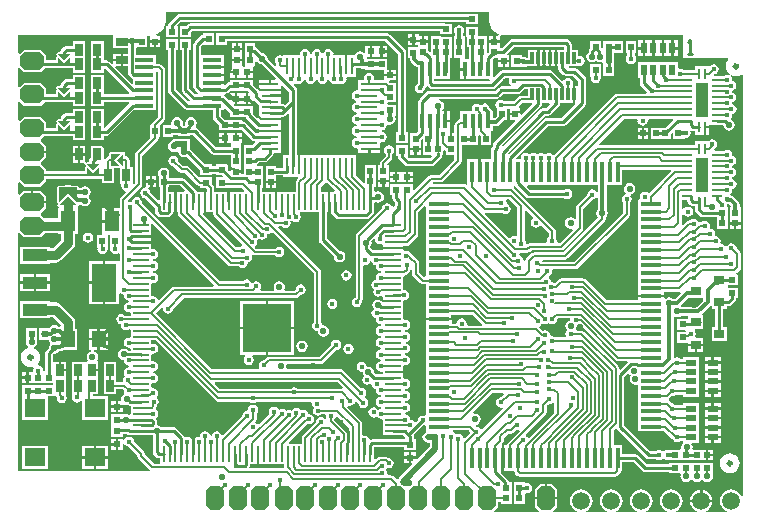
<source format=gtl>
G04*
G04 #@! TF.GenerationSoftware,Altium Limited,Altium Designer,21.7.2 (23)*
G04*
G04 Layer_Physical_Order=1*
G04 Layer_Color=255*
%FSAX44Y44*%
%MOMM*%
G71*
G04*
G04 #@! TF.SameCoordinates,9FC8B08E-5A0B-468E-A9A2-6B38CBE9F6CB*
G04*
G04*
G04 #@! TF.FilePolarity,Positive*
G04*
G01*
G75*
%ADD10C,0.2500*%
%ADD11C,0.2000*%
%ADD13C,0.2540*%
%ADD14C,0.1500*%
%ADD17R,1.8000X0.3500*%
%ADD18R,0.3500X1.8000*%
%ADD19R,0.3000X1.0000*%
%ADD20R,0.4000X1.3000*%
%ADD21R,0.9500X0.5500*%
%ADD22R,1.5500X0.3500*%
%ADD23R,1.4620X0.2794*%
%ADD24R,0.2794X1.4620*%
%ADD25R,1.2000X1.4000*%
%ADD26R,1.3000X1.8000*%
%ADD27R,2.1500X3.2500*%
%ADD28R,2.1500X1.0000*%
%ADD29R,0.1000X0.1000*%
%ADD30R,0.6500X1.0000*%
%ADD31R,1.0000X0.6500*%
%ADD32R,1.8000X1.6000*%
%ADD33R,1.3533X0.2794*%
%ADD34R,0.2794X1.3533*%
%ADD35R,4.1402X4.1402*%
%ADD36R,0.9000X0.2500*%
%ADD37R,0.2500X0.9000*%
%ADD38R,1.0000X3.0000*%
G04:AMPARAMS|DCode=39|XSize=1.5mm|YSize=2mm|CornerRadius=0mm|HoleSize=0mm|Usage=FLASHONLY|Rotation=180.000|XOffset=0mm|YOffset=0mm|HoleType=Round|Shape=Octagon|*
%AMOCTAGOND39*
4,1,8,0.3750,-1.0000,-0.3750,-1.0000,-0.7500,-0.6250,-0.7500,0.6250,-0.3750,1.0000,0.3750,1.0000,0.7500,0.6250,0.7500,-0.6250,0.3750,-1.0000,0.0*
%
%ADD39OCTAGOND39*%

%ADD40R,0.6000X0.5000*%
%ADD41R,0.9000X0.8000*%
%ADD42R,0.5000X0.6000*%
%ADD43R,0.5500X0.9500*%
G04:AMPARAMS|DCode=44|XSize=1.5mm|YSize=2mm|CornerRadius=0mm|HoleSize=0mm|Usage=FLASHONLY|Rotation=90.000|XOffset=0mm|YOffset=0mm|HoleType=Round|Shape=Octagon|*
%AMOCTAGOND44*
4,1,8,-1.0000,-0.3750,-1.0000,0.3750,-0.6250,0.7500,0.6250,0.7500,1.0000,0.3750,1.0000,-0.3750,0.6250,-0.7500,-0.6250,-0.7500,-1.0000,-0.3750,0.0*
%
%ADD44OCTAGOND44*%

%ADD45R,0.1000X0.1000*%
%ADD78C,0.3000*%
%ADD79C,0.8000*%
%ADD80C,0.5000*%
%ADD81C,0.2200*%
%ADD82C,1.5000*%
%ADD83C,3.0000*%
%ADD84C,0.4500*%
%ADD85C,0.5500*%
G36*
X00877936Y00994600D02*
X00872250D01*
Y00987600D01*
Y00980600D01*
X00872936D01*
Y00979100D01*
X00873189Y00977832D01*
X00873907Y00976757D01*
X00877230Y00973434D01*
X00878305Y00972716D01*
X00879573Y00972463D01*
X00885451D01*
X00889843Y00968071D01*
Y00964832D01*
X00889750Y00963600D01*
X00886113D01*
X00885358Y00964870D01*
X00885606Y00966118D01*
X00885276Y00967776D01*
X00884337Y00969182D01*
X00882931Y00970121D01*
X00881273Y00970451D01*
X00879615Y00970121D01*
X00878209Y00969182D01*
X00877785Y00968547D01*
X00876187Y00968349D01*
X00868093Y00976443D01*
X00867018Y00977161D01*
X00865750Y00977414D01*
X00826750D01*
X00825482Y00977161D01*
X00824407Y00976443D01*
X00818923Y00970959D01*
X00817750Y00971445D01*
Y00986350D01*
X00817750Y00986350D01*
X00817750D01*
X00818409Y00987322D01*
X00818686Y00987600D01*
X00822500D01*
Y00985850D01*
X00827000D01*
X00831500D01*
Y00989850D01*
X00830482D01*
X00829956Y00991120D01*
X00835623Y00996786D01*
X00877936D01*
Y00994600D01*
D02*
G37*
G36*
X00454750Y00985850D02*
X00449750Y00990850D01*
X00459750D01*
X00454750Y00985850D01*
D02*
G37*
G36*
X00459750Y00980850D02*
X00449750D01*
Y00988350D01*
X00454750Y00983350D01*
X00459750Y00988350D01*
Y00980850D01*
D02*
G37*
G36*
X00814691Y01019600D02*
X00814706Y01019525D01*
X00814695Y01019450D01*
X00814743Y01018470D01*
X00814798Y01018250D01*
Y01018023D01*
X00815181Y01016100D01*
X00815296Y01015822D01*
X00815355Y01015527D01*
X00816105Y01013716D01*
X00816272Y01013465D01*
X00816388Y01013187D01*
X00817477Y01011557D01*
X00817690Y01011344D01*
X00817857Y01011093D01*
X00819243Y01009707D01*
X00819494Y01009540D01*
X00819707Y01009327D01*
X00821337Y01008238D01*
X00821615Y01008122D01*
X00821866Y01007955D01*
X00822674Y01007620D01*
X00822422Y01006350D01*
X00820000D01*
Y01002350D01*
X00823500D01*
Y01005945D01*
X00823519Y01005994D01*
X00823772Y01006352D01*
X00824509Y01006979D01*
X00826173Y01006648D01*
X00826400D01*
X00826620Y01006593D01*
X00827600Y01006545D01*
X00827675Y01006556D01*
X00827750Y01006541D01*
X00978531Y01006541D01*
Y00987071D01*
X00990610D01*
Y00987110D01*
X01016496Y00987110D01*
X01017122Y00985840D01*
X01016294Y00984761D01*
X01015462Y00982754D01*
X01015179Y00980600D01*
X01015462Y00978446D01*
X01016294Y00976439D01*
X01017616Y00974716D01*
X01018359Y00974146D01*
X01017676Y00973086D01*
X01016018Y00973416D01*
X01014359Y00973086D01*
X01013259Y00972350D01*
X01005395D01*
X01005270Y00973620D01*
X01006408Y00973847D01*
X01007814Y00974786D01*
X01008753Y00976192D01*
X01009083Y00977850D01*
X01008753Y00979509D01*
X01007814Y00980914D01*
X01006408Y00981854D01*
X01004750Y00982184D01*
X01003092Y00981854D01*
X01001686Y00980914D01*
X01000500Y00980600D01*
Y00980600D01*
X01000500Y00980600D01*
X00989000D01*
Y00976909D01*
X00979318D01*
X00979314Y00976915D01*
X00977908Y00977854D01*
X00976250Y00978184D01*
X00975770Y00978088D01*
X00974500Y00979130D01*
Y00984350D01*
X00941000D01*
Y00970850D01*
X00942436D01*
Y00965874D01*
X00942689Y00964606D01*
X00943407Y00963531D01*
X00948278Y00958660D01*
X00948324Y00958429D01*
X00947299Y00957159D01*
X00922672D01*
X00921502Y00956926D01*
X00920509Y00956263D01*
X00920509Y00956263D01*
X00869785Y00905539D01*
X00868254Y00905543D01*
X00868173Y00905665D01*
X00866767Y00906605D01*
X00865109Y00906934D01*
X00863451Y00906605D01*
X00862844Y00906199D01*
X00861859Y00905750D01*
X00860874Y00906199D01*
X00860267Y00906605D01*
X00858609Y00906935D01*
X00856951Y00906605D01*
X00856240Y00906130D01*
X00855064Y00905774D01*
X00853658Y00906713D01*
X00852000Y00907043D01*
X00850342Y00906713D01*
X00848936Y00905774D01*
X00847765Y00906308D01*
X00847158Y00906713D01*
X00845500Y00907043D01*
X00843842Y00906713D01*
X00842436Y00905774D01*
X00841497Y00904368D01*
X00841167Y00902710D01*
X00841192Y00902582D01*
X00840387Y00901600D01*
X00837846D01*
X00837359Y00902773D01*
X00864529Y00929943D01*
X00876907D01*
X00878175Y00930195D01*
X00879250Y00930913D01*
X00895499Y00947163D01*
X00896218Y00948238D01*
X00896470Y00949506D01*
Y00969444D01*
X00896218Y00970712D01*
X00895499Y00971787D01*
X00889166Y00978120D01*
X00888091Y00978838D01*
X00886823Y00979091D01*
X00881982D01*
X00881822Y00979330D01*
X00882501Y00980600D01*
X00889750D01*
Y00980600D01*
X00890157Y00980934D01*
X00891000Y00980767D01*
X00892658Y00981097D01*
X00894064Y00982036D01*
X00895003Y00983442D01*
X00895333Y00985100D01*
X00895003Y00986758D01*
X00894064Y00988164D01*
X00892658Y00989103D01*
X00891000Y00989433D01*
X00890732Y00989380D01*
X00889750Y00990185D01*
Y00994600D01*
X00884564D01*
Y00998635D01*
X00884312Y00999904D01*
X00883593Y01000979D01*
X00882129Y01002443D01*
X00881054Y01003161D01*
X00879786Y01003414D01*
X00834250D01*
X00832982Y01003161D01*
X00831907Y01002443D01*
X00825377Y00995914D01*
X00824589D01*
X00823500Y00996350D01*
Y01000350D01*
X00819000D01*
X00814500D01*
Y00997600D01*
X00814500D01*
Y00992792D01*
X00813609Y00992058D01*
X00812500Y00992532D01*
Y00996350D01*
X00812500D01*
Y01006350D01*
X00805250D01*
Y01014100D01*
X00795250D01*
Y01005100D01*
X00795750D01*
Y00996350D01*
X00797186D01*
Y00986350D01*
X00793798D01*
X00793750Y00987600D01*
X00793750Y00987620D01*
Y00996350D01*
X00793750D01*
Y01006350D01*
X00792819D01*
Y01008541D01*
X00793253Y01009192D01*
X00793583Y01010850D01*
X00793253Y01012508D01*
X00792314Y01013914D01*
X00790908Y01014853D01*
X00789250Y01015183D01*
X00787592Y01014853D01*
X00786186Y01013914D01*
X00785247Y01012508D01*
X00784917Y01010850D01*
X00785247Y01009192D01*
X00785681Y01008541D01*
Y01006350D01*
X00784750D01*
Y00997600D01*
X00784750D01*
Y00987600D01*
X00790202D01*
X00790250Y00986350D01*
X00790250Y00986330D01*
Y00978850D01*
X00794250D01*
Y00977850D01*
X00795250D01*
Y00969350D01*
X00814307D01*
X00814986Y00968080D01*
X00814875Y00967914D01*
X00767814D01*
Y00969350D01*
X00781500D01*
Y00975280D01*
X00781564Y00975600D01*
Y00986100D01*
X00781564Y00986100D01*
Y00987600D01*
X00782750D01*
Y00996640D01*
X00783137D01*
Y01005640D01*
X00774250D01*
Y01006350D01*
X00765250D01*
Y00992782D01*
X00764141Y00992308D01*
X00763250Y00993043D01*
Y01000350D01*
X00758750D01*
Y01001350D01*
X00757750D01*
Y01006350D01*
X00755500D01*
Y01007600D01*
X00751500D01*
Y01003100D01*
Y00998600D01*
X00754250D01*
Y00996600D01*
X00745500D01*
Y00987600D01*
X00747181D01*
Y00986756D01*
X00747453Y00985390D01*
X00748226Y00984233D01*
X00752133Y00980327D01*
X00753290Y00979553D01*
X00754000Y00979412D01*
Y00969350D01*
X00754431D01*
Y00965878D01*
X00754191Y00965831D01*
X00752785Y00964891D01*
X00751846Y00963485D01*
X00751516Y00961827D01*
X00751846Y00960169D01*
X00752785Y00958763D01*
X00754191Y00957824D01*
X00755849Y00957494D01*
X00757507Y00957824D01*
X00758913Y00958763D01*
X00759853Y00960169D01*
X00760106Y00961443D01*
X00760523Y00961861D01*
X00761297Y00963018D01*
X00761300Y00963032D01*
X00762678Y00963450D01*
X00763871Y00962257D01*
X00764946Y00961539D01*
X00766214Y00961286D01*
X00817250D01*
X00818518Y00961539D01*
X00819593Y00962257D01*
X00828122Y00970786D01*
X00831254D01*
X00831852Y00969666D01*
X00831747Y00969508D01*
X00831417Y00967850D01*
X00831747Y00966192D01*
X00832686Y00964786D01*
X00832839Y00964684D01*
X00832454Y00963414D01*
X00825000D01*
X00823732Y00963161D01*
X00822657Y00962443D01*
X00819877Y00959664D01*
X00763750D01*
X00762482Y00959411D01*
X00761407Y00958693D01*
X00755657Y00952943D01*
X00754939Y00951868D01*
X00754686Y00950600D01*
Y00942350D01*
X00754000D01*
Y00925350D01*
X00754000Y00925350D01*
X00754000D01*
X00753341Y00924378D01*
X00753063Y00924100D01*
X00747750D01*
Y00914100D01*
X00747750D01*
Y00911350D01*
X00752250D01*
X00756750D01*
Y00915350D01*
X00756750D01*
Y00918408D01*
X00757630Y00919116D01*
X00758750Y00918633D01*
Y00914100D01*
X00758750D01*
Y00905350D01*
X00765404D01*
X00765890Y00904177D01*
X00764128Y00902414D01*
X00746872D01*
X00745438Y00903848D01*
X00745750Y00904600D01*
X00745750D01*
Y00913600D01*
X00735750D01*
Y00904600D01*
X00737436D01*
Y00903850D01*
X00737689Y00902582D01*
X00738407Y00901507D01*
X00743157Y00896757D01*
X00744232Y00896039D01*
X00745500Y00895786D01*
X00765500D01*
X00766768Y00896039D01*
X00767843Y00896757D01*
X00773593Y00902507D01*
X00774311Y00903582D01*
X00774564Y00904850D01*
Y00905350D01*
X00775750D01*
Y00909008D01*
X00776942Y00909609D01*
X00777750Y00909060D01*
Y00905350D01*
X00785191D01*
Y00901117D01*
X00772233Y00888159D01*
X00765000D01*
X00763829Y00887926D01*
X00762837Y00887263D01*
X00762837Y00887263D01*
X00751173Y00875599D01*
X00750000Y00876085D01*
Y00880350D01*
X00731000D01*
Y00871350D01*
X00732686D01*
Y00868746D01*
X00732939Y00867477D01*
X00733657Y00866403D01*
X00734936Y00865123D01*
Y00862791D01*
X00734247Y00861758D01*
X00734208Y00861566D01*
X00733655Y00861222D01*
X00732253Y00861758D01*
X00731314Y00863164D01*
X00729908Y00864103D01*
X00728250Y00864433D01*
X00726592Y00864103D01*
X00725186Y00863164D01*
X00724247Y00861758D01*
X00723976Y00860399D01*
X00702587Y00839010D01*
X00701924Y00838018D01*
X00701691Y00836847D01*
X00701691Y00836847D01*
Y00784772D01*
X00700842Y00784603D01*
X00699436Y00783664D01*
X00698497Y00782258D01*
X00698167Y00780600D01*
X00698497Y00778942D01*
X00699436Y00777536D01*
X00700842Y00776597D01*
X00702500Y00776267D01*
X00704158Y00776597D01*
X00705564Y00777536D01*
X00706503Y00778942D01*
X00706833Y00780600D01*
X00706804Y00780749D01*
X00706913Y00780859D01*
X00706913Y00780859D01*
X00707576Y00781851D01*
X00707809Y00783022D01*
Y00811058D01*
X00709079Y00812101D01*
X00709500Y00812017D01*
X00711158Y00812347D01*
X00712564Y00813286D01*
X00713503Y00814692D01*
X00713695Y00815654D01*
X00714990D01*
X00715181Y00814692D01*
X00716120Y00813286D01*
X00717526Y00812346D01*
X00718623Y00812128D01*
X00718468Y00811350D01*
X00718798Y00809692D01*
X00719738Y00808286D01*
X00721143Y00807347D01*
X00722802Y00807017D01*
X00723316Y00806350D01*
X00722802Y00805683D01*
X00721143Y00805354D01*
X00719738Y00804414D01*
X00718798Y00803008D01*
X00718468Y00801350D01*
X00718759Y00799892D01*
X00717357Y00799613D01*
X00715951Y00798674D01*
X00715012Y00797268D01*
X00714682Y00795610D01*
X00715012Y00793951D01*
X00715951Y00792545D01*
X00717096Y00791781D01*
X00716747Y00791258D01*
X00716417Y00789600D01*
X00716747Y00787942D01*
X00717686Y00786536D01*
X00719092Y00785597D01*
X00720750Y00785267D01*
X00722408Y00785597D01*
X00723179Y00786112D01*
X00724449Y00785433D01*
Y00782702D01*
X00723179Y00782023D01*
X00722353Y00782574D01*
X00720500Y00782943D01*
X00718647Y00782574D01*
X00717076Y00781525D01*
X00716026Y00779953D01*
X00715657Y00778100D01*
X00716026Y00776247D01*
X00716921Y00774906D01*
X00716186Y00774414D01*
X00715246Y00773008D01*
X00714917Y00771350D01*
X00715246Y00769692D01*
X00716186Y00768286D01*
X00717591Y00767347D01*
X00718626Y00767141D01*
X00718468Y00766350D01*
X00718798Y00764692D01*
X00719738Y00763286D01*
X00721143Y00762347D01*
X00722802Y00762017D01*
X00723316Y00761350D01*
X00722802Y00760683D01*
X00721143Y00760353D01*
X00719738Y00759414D01*
X00718798Y00758008D01*
X00718468Y00756350D01*
X00718798Y00754692D01*
X00719738Y00753286D01*
X00721143Y00752347D01*
X00722802Y00752017D01*
X00723316Y00751350D01*
X00722802Y00750683D01*
X00721143Y00750353D01*
X00719738Y00749414D01*
X00718798Y00748008D01*
X00718468Y00746350D01*
X00718798Y00744692D01*
X00719738Y00743286D01*
X00721143Y00742347D01*
X00722802Y00742017D01*
X00723316Y00741350D01*
X00722802Y00740683D01*
X00721143Y00740353D01*
X00719738Y00739414D01*
X00718798Y00738008D01*
X00718468Y00736350D01*
X00718798Y00734692D01*
X00719738Y00733286D01*
X00721143Y00732347D01*
X00722802Y00732017D01*
X00723316Y00731350D01*
X00722802Y00730683D01*
X00721143Y00730353D01*
X00719738Y00729414D01*
X00718798Y00728008D01*
X00718468Y00726350D01*
X00718798Y00724692D01*
X00719738Y00723286D01*
X00721143Y00722347D01*
X00722802Y00722017D01*
X00723467Y00722149D01*
X00724449Y00721344D01*
Y00719664D01*
X00718893D01*
X00717082Y00721475D01*
X00717108Y00721606D01*
X00716739Y00723459D01*
X00715689Y00725031D01*
X00714118Y00726080D01*
X00712265Y00726449D01*
X00711061Y00726210D01*
X00710753Y00727758D01*
X00709814Y00729164D01*
X00708408Y00730103D01*
X00706750Y00730433D01*
X00705092Y00730103D01*
X00703686Y00729164D01*
X00702747Y00727758D01*
X00702417Y00726100D01*
X00702747Y00724442D01*
X00703686Y00723036D01*
X00705092Y00722097D01*
X00706181Y00721880D01*
X00707422Y00721606D01*
X00707790Y00719753D01*
X00708723Y00718356D01*
X00708436Y00718164D01*
X00707497Y00716758D01*
X00707167Y00715100D01*
X00707497Y00713442D01*
X00708436Y00712036D01*
X00709842Y00711097D01*
X00711500Y00710767D01*
X00713158Y00711097D01*
X00713940Y00711619D01*
X00714316Y00711538D01*
X00715257Y00710972D01*
X00715512Y00709692D01*
X00716451Y00708286D01*
X00717857Y00707347D01*
X00718840Y00707151D01*
X00718682Y00706355D01*
X00719012Y00704697D01*
X00719951Y00703291D01*
X00721357Y00702352D01*
X00723015Y00702022D01*
X00723345Y00701410D01*
X00722802Y00700683D01*
X00721143Y00700353D01*
X00719738Y00699414D01*
X00718798Y00698008D01*
X00718468Y00696350D01*
X00718798Y00694692D01*
X00719738Y00693286D01*
X00721143Y00692347D01*
X00722802Y00692017D01*
X00723316Y00691350D01*
X00722802Y00690683D01*
X00721143Y00690354D01*
X00720265Y00689766D01*
X00719829Y00690418D01*
X00718423Y00691358D01*
X00716765Y00691687D01*
X00715107Y00691358D01*
X00713701Y00690418D01*
X00712761Y00689013D01*
X00712432Y00687354D01*
X00712761Y00685696D01*
X00713701Y00684290D01*
X00715107Y00683351D01*
X00716765Y00683021D01*
X00718423Y00683351D01*
X00719302Y00683938D01*
X00719738Y00683286D01*
X00721143Y00682347D01*
X00722802Y00682017D01*
X00723467Y00682149D01*
X00724449Y00681344D01*
Y00667953D01*
X00741711D01*
X00743730Y00665934D01*
X00743204Y00664664D01*
X00715611D01*
X00714343Y00664411D01*
X00714342Y00664410D01*
X00712931Y00664995D01*
X00712878Y00665258D01*
X00711939Y00666664D01*
X00710533Y00667603D01*
X00708875Y00667933D01*
X00708329Y00667825D01*
X00707059Y00668867D01*
Y00678100D01*
X00707059Y00678100D01*
X00706826Y00679270D01*
X00706163Y00680263D01*
X00706163Y00680263D01*
X00694485Y00691941D01*
X00694535Y00692261D01*
X00694563Y00692316D01*
X00695965Y00693173D01*
X00696750Y00693017D01*
X00698408Y00693347D01*
X00699814Y00694286D01*
X00700753Y00695692D01*
X00700883Y00696345D01*
X00702261Y00696763D01*
X00703668Y00695356D01*
X00703667Y00695350D01*
X00703997Y00693692D01*
X00704936Y00692286D01*
X00706342Y00691347D01*
X00708000Y00691017D01*
X00709658Y00691347D01*
X00711064Y00692286D01*
X00712003Y00693692D01*
X00712333Y00695350D01*
X00712003Y00697008D01*
X00711064Y00698414D01*
X00709658Y00699353D01*
X00709407Y00700661D01*
X00710346Y00702067D01*
X00710676Y00703725D01*
X00710346Y00705383D01*
X00709407Y00706789D01*
X00708001Y00707728D01*
X00706343Y00708058D01*
X00706336Y00708057D01*
X00691130Y00723263D01*
X00690138Y00723926D01*
X00688968Y00724159D01*
X00688967Y00724159D01*
X00643660D01*
X00642660Y00725429D01*
X00642843Y00726350D01*
X00642660Y00727271D01*
X00643660Y00728541D01*
X00672000D01*
X00672000Y00728541D01*
X00673170Y00728774D01*
X00674163Y00729437D01*
X00684994Y00740268D01*
X00685000Y00740267D01*
X00686658Y00740597D01*
X00688064Y00741536D01*
X00689003Y00742942D01*
X00689333Y00744600D01*
X00689003Y00746258D01*
X00688064Y00747664D01*
X00686658Y00748603D01*
X00685000Y00748933D01*
X00683342Y00748603D01*
X00681936Y00747664D01*
X00680997Y00746258D01*
X00680667Y00744600D01*
X00680668Y00744594D01*
X00670733Y00734659D01*
X00628250D01*
X00627079Y00734426D01*
X00626087Y00733763D01*
X00623697Y00731373D01*
X00622342Y00731103D01*
X00620936Y00730164D01*
X00619997Y00728758D01*
X00619667Y00727100D01*
X00619997Y00725442D01*
X00620106Y00725279D01*
X00619507Y00724159D01*
X00579767D01*
X00532575Y00771350D01*
X00537258Y00776032D01*
X00538428Y00775407D01*
X00538417Y00775350D01*
X00538747Y00773692D01*
X00539686Y00772286D01*
X00541092Y00771347D01*
X00542750Y00771017D01*
X00544408Y00771347D01*
X00545814Y00772286D01*
X00546753Y00773692D01*
X00547083Y00775350D01*
X00547082Y00775356D01*
X00556017Y00784291D01*
X00651000D01*
X00651000Y00784291D01*
X00652170Y00784524D01*
X00653163Y00785187D01*
X00654994Y00787018D01*
X00655000Y00787017D01*
X00656658Y00787347D01*
X00658064Y00788286D01*
X00659003Y00789692D01*
X00659333Y00791350D01*
X00659003Y00793008D01*
X00658064Y00794414D01*
X00656658Y00795353D01*
X00655000Y00795683D01*
X00653342Y00795353D01*
X00651936Y00794414D01*
X00650997Y00793008D01*
X00650667Y00791350D01*
X00650668Y00791344D01*
X00649733Y00790409D01*
X00641927D01*
X00641329Y00791529D01*
X00641474Y00791747D01*
X00641843Y00793600D01*
X00641474Y00795453D01*
X00640425Y00797025D01*
X00638853Y00798074D01*
X00637000Y00798443D01*
X00635147Y00798074D01*
X00633575Y00797025D01*
X00632526Y00795453D01*
X00632157Y00793600D01*
X00632526Y00791747D01*
X00632671Y00791529D01*
X00632072Y00790409D01*
X00621672D01*
X00620994Y00791679D01*
X00621503Y00792442D01*
X00621833Y00794100D01*
X00621503Y00795758D01*
X00620564Y00797164D01*
X00619158Y00798103D01*
X00617500Y00798433D01*
X00615842Y00798103D01*
X00614552Y00797241D01*
X00614074Y00797248D01*
X00613112Y00797469D01*
X00612314Y00798664D01*
X00610908Y00799603D01*
X00609250Y00799933D01*
X00607592Y00799603D01*
X00606186Y00798664D01*
X00606182Y00798659D01*
X00586767D01*
X00520499Y00864927D01*
X00520583Y00865350D01*
X00520253Y00867008D01*
X00519314Y00868414D01*
X00517908Y00869353D01*
X00516250Y00869683D01*
X00514592Y00869353D01*
X00513186Y00868414D01*
X00512247Y00867008D01*
X00511927Y00865399D01*
X00510500Y00865683D01*
X00509079Y00865400D01*
X00508943Y00865473D01*
X00508538Y00866813D01*
X00519979Y00878254D01*
X00520642Y00879246D01*
X00520875Y00880416D01*
Y00904650D01*
X00533913Y00917687D01*
X00534576Y00918680D01*
X00534809Y00919850D01*
Y00920600D01*
X00536250D01*
Y00930600D01*
X00536250Y00930600D01*
X00536250D01*
X00536685Y00931710D01*
X00539413Y00934437D01*
X00539413Y00934437D01*
X00540076Y00935430D01*
X00540309Y00936600D01*
X00540309Y00936600D01*
Y00977350D01*
X00540309Y00977350D01*
X00540076Y00978521D01*
X00539413Y00979513D01*
X00539413Y00979513D01*
X00537163Y00981763D01*
X00536171Y00982426D01*
X00535000Y00982659D01*
X00535000Y00982658D01*
X00532500D01*
Y00989850D01*
X00515564D01*
Y00995364D01*
X00516250Y00996350D01*
X00525250D01*
Y01005724D01*
X00526250Y01006310D01*
X00527250Y01005724D01*
Y01002350D01*
X00531750D01*
X00536250D01*
Y01006350D01*
X00533078D01*
X00532826Y01007620D01*
X00533634Y01007955D01*
X00533885Y01008122D01*
X00534163Y01008238D01*
X00535793Y01009327D01*
X00536006Y01009540D01*
X00536257Y01009707D01*
X00537643Y01011093D01*
X00537810Y01011344D01*
X00538023Y01011557D01*
X00539112Y01013187D01*
X00539228Y01013465D01*
X00539395Y01013716D01*
X00540145Y01015527D01*
X00540204Y01015822D01*
X00540319Y01016100D01*
X00540702Y01018023D01*
Y01018250D01*
X00540757Y01018470D01*
X00540805Y01019450D01*
X00540794Y01019525D01*
X00540809Y01019600D01*
X00540809Y01026541D01*
X00814691D01*
Y01019600D01*
D02*
G37*
G36*
X01029691Y00973351D02*
Y00616502D01*
X01028421Y00616249D01*
X01027948Y00617391D01*
X01026425Y00619375D01*
X01024441Y00620898D01*
X01022130Y00621855D01*
X01019650Y00622182D01*
X01017170Y00621855D01*
X01014859Y00620898D01*
X01012875Y00619375D01*
X01011352Y00617391D01*
X01010395Y00615080D01*
X01010068Y00612600D01*
X01010395Y00610120D01*
X01011352Y00607809D01*
X01012875Y00605825D01*
X01014859Y00604302D01*
X01015760Y00603929D01*
X01015507Y00602659D01*
X00998393D01*
X00998140Y00603929D01*
X00999041Y00604302D01*
X01001025Y00605825D01*
X01002548Y00607809D01*
X01003505Y00610120D01*
X01003700Y00611600D01*
X00994250D01*
X00984800D01*
X00984995Y00610120D01*
X00985952Y00607809D01*
X00987475Y00605825D01*
X00989459Y00604302D01*
X00990360Y00603929D01*
X00990107Y00602659D01*
X00972993D01*
X00972740Y00603929D01*
X00973641Y00604302D01*
X00975626Y00605825D01*
X00977148Y00607809D01*
X00978105Y00610120D01*
X00978432Y00612600D01*
X00978105Y00615080D01*
X00977148Y00617391D01*
X00975626Y00619375D01*
X00973641Y00620898D01*
X00971330Y00621855D01*
X00968850Y00622182D01*
X00966370Y00621855D01*
X00964059Y00620898D01*
X00962075Y00619375D01*
X00960552Y00617391D01*
X00959595Y00615080D01*
X00959268Y00612600D01*
X00959595Y00610120D01*
X00960552Y00607809D01*
X00962075Y00605825D01*
X00964059Y00604302D01*
X00964960Y00603929D01*
X00964707Y00602659D01*
X00947593D01*
X00947340Y00603929D01*
X00948241Y00604302D01*
X00950226Y00605825D01*
X00951748Y00607809D01*
X00952706Y00610120D01*
X00953032Y00612600D01*
X00952706Y00615080D01*
X00951748Y00617391D01*
X00950226Y00619375D01*
X00948241Y00620898D01*
X00945930Y00621855D01*
X00943450Y00622182D01*
X00940970Y00621855D01*
X00938659Y00620898D01*
X00936675Y00619375D01*
X00935152Y00617391D01*
X00934195Y00615080D01*
X00933868Y00612600D01*
X00934195Y00610120D01*
X00935152Y00607809D01*
X00936675Y00605825D01*
X00938659Y00604302D01*
X00939560Y00603929D01*
X00939307Y00602659D01*
X00922193D01*
X00921940Y00603929D01*
X00922841Y00604302D01*
X00924826Y00605825D01*
X00926348Y00607809D01*
X00927306Y00610120D01*
X00927632Y00612600D01*
X00927306Y00615080D01*
X00926348Y00617391D01*
X00924826Y00619375D01*
X00922841Y00620898D01*
X00920530Y00621855D01*
X00918050Y00622182D01*
X00915570Y00621855D01*
X00913259Y00620898D01*
X00911275Y00619375D01*
X00909752Y00617391D01*
X00908795Y00615080D01*
X00908468Y00612600D01*
X00908795Y00610120D01*
X00909752Y00607809D01*
X00911275Y00605825D01*
X00913259Y00604302D01*
X00914160Y00603929D01*
X00913907Y00602659D01*
X00896793D01*
X00896540Y00603929D01*
X00897441Y00604302D01*
X00899426Y00605825D01*
X00900948Y00607809D01*
X00901906Y00610120D01*
X00902232Y00612600D01*
X00901906Y00615080D01*
X00900948Y00617391D01*
X00899426Y00619375D01*
X00897441Y00620898D01*
X00895130Y00621855D01*
X00892650Y00622182D01*
X00890170Y00621855D01*
X00887859Y00620898D01*
X00885875Y00619375D01*
X00884352Y00617391D01*
X00883395Y00615080D01*
X00883068Y00612600D01*
X00883395Y00610120D01*
X00884352Y00607809D01*
X00885875Y00605825D01*
X00887859Y00604302D01*
X00888760Y00603929D01*
X00888507Y00602659D01*
X00869105D01*
X00868579Y00603929D01*
X00872250Y00607600D01*
Y00613850D01*
X00862750D01*
X00853250D01*
Y00607600D01*
X00856921Y00603929D01*
X00856395Y00602659D01*
X00818855D01*
X00818329Y00603929D01*
X00822000Y00607600D01*
Y00611791D01*
X00824750D01*
Y00609850D01*
X00833750D01*
Y00618600D01*
Y00628600D01*
X00831259D01*
X00831082Y00629489D01*
X00830397Y00630514D01*
X00824484Y00636427D01*
X00824970Y00637600D01*
X00825000D01*
Y00648600D01*
X00827000D01*
Y00637600D01*
X00835941D01*
X00835941Y00637600D01*
X00836174Y00636429D01*
X00836837Y00635437D01*
X00838387Y00633887D01*
X00838387Y00633887D01*
X00839380Y00633224D01*
X00840550Y00632991D01*
X00840550Y00632991D01*
X00921450D01*
X00921450Y00632991D01*
X00922621Y00633224D01*
X00923613Y00633887D01*
X00925417Y00635691D01*
X00925417Y00635691D01*
X00926080Y00636683D01*
X00926262Y00637600D01*
X00927250D01*
Y00645286D01*
X00937127D01*
X00944407Y00638007D01*
X00945482Y00637289D01*
X00946750Y00637036D01*
X00967250D01*
Y00635850D01*
X00975797D01*
X00976652Y00634580D01*
X00976407Y00633350D01*
X00976776Y00631497D01*
X00977825Y00629925D01*
X00979397Y00628876D01*
X00981250Y00628507D01*
X00983103Y00628876D01*
X00984675Y00629925D01*
X00984986Y00630392D01*
X00986514D01*
X00986825Y00629925D01*
X00988397Y00628876D01*
X00990250Y00628507D01*
X00992103Y00628876D01*
X00993675Y00629925D01*
X00993986Y00630392D01*
X00995514D01*
X00995826Y00629925D01*
X00997397Y00628876D01*
X00999250Y00628507D01*
X01001103Y00628876D01*
X01002675Y00629925D01*
X01003724Y00631497D01*
X01004093Y00633350D01*
X01003848Y00634580D01*
X01004250Y00635850D01*
X01004250D01*
Y00644850D01*
X00976250D01*
Y00644850D01*
X00967250D01*
Y00643664D01*
X00948123D01*
X00940843Y00650943D01*
X00939768Y00651661D01*
X00938500Y00651914D01*
X00927250D01*
Y00659600D01*
X00920059D01*
Y00672336D01*
X00921421Y00673697D01*
X00921716Y00673728D01*
X00922954Y00673435D01*
X00923407Y00672757D01*
X00947244Y00648920D01*
X00948319Y00648201D01*
X00949587Y00647949D01*
X00955722D01*
X00956754Y00647259D01*
X00958413Y00646929D01*
X00960071Y00647259D01*
X00961297Y00648079D01*
X00961798Y00648180D01*
X00962946Y00648112D01*
X00964092Y00647347D01*
X00965750Y00647017D01*
X00966794Y00647224D01*
X00967250Y00646850D01*
Y00646850D01*
X00977250D01*
Y00646850D01*
X00998250D01*
Y00651350D01*
Y00655850D01*
X00987740D01*
X00986698Y00657120D01*
X00986843Y00657850D01*
X00986474Y00659703D01*
X00985889Y00660580D01*
X00986568Y00661850D01*
X00992500D01*
Y00669850D01*
Y00677850D01*
Y00685850D01*
Y00695350D01*
X00979000D01*
Y00693659D01*
X00972318D01*
X00972314Y00693664D01*
X00970909Y00694604D01*
X00969250Y00694933D01*
X00969244Y00694932D01*
X00967163Y00697013D01*
X00966592Y00697394D01*
X00966561Y00697478D01*
X00966548Y00697556D01*
X00966571Y00698751D01*
X00966592Y00698805D01*
X00967163Y00699187D01*
X00969243Y00701268D01*
X00969250Y00701267D01*
X00970908Y00701596D01*
X00972314Y00702536D01*
X00972317Y00702541D01*
X00979000D01*
Y00700850D01*
X00992500D01*
Y00708850D01*
Y00716850D01*
Y00724850D01*
Y00734350D01*
X00979000D01*
Y00732658D01*
X00976817D01*
X00976814Y00732664D01*
X00975408Y00733603D01*
X00973750Y00733933D01*
X00972091Y00733603D01*
X00971939Y00733501D01*
X00970819Y00734100D01*
Y00767916D01*
X00971939Y00768515D01*
X00972147Y00768376D01*
X00974000Y00768007D01*
X00975853Y00768376D01*
X00977209Y00769281D01*
X00983000D01*
Y00766350D01*
X00973500D01*
Y00757350D01*
X00980715D01*
X00981354Y00756178D01*
X00980836Y00755350D01*
X00973500D01*
Y00746350D01*
X00983000D01*
Y00745600D01*
X00989500D01*
X00996000D01*
Y00750600D01*
X00989704D01*
X00989105Y00751720D01*
X00989253Y00751942D01*
X00989583Y00753600D01*
X00989253Y00755258D01*
X00988537Y00756330D01*
X00989025Y00757600D01*
X00996000D01*
Y00763280D01*
X00996064Y00763600D01*
X00996000Y00763920D01*
Y00769600D01*
X00995343D01*
X00994817Y00770870D01*
X01001730Y00777783D01*
X01002888Y00777405D01*
X01003000Y00777318D01*
Y00774600D01*
X01006186D01*
Y00760100D01*
X01003000D01*
Y00748100D01*
X01016000D01*
Y00760100D01*
X01012814D01*
Y00774600D01*
X01016000D01*
Y00777286D01*
X01017000D01*
X01018268Y00777539D01*
X01019343Y00778257D01*
X01022558Y00781471D01*
X01023276Y00782546D01*
X01023528Y00783814D01*
Y00784100D01*
X01025500D01*
Y00793100D01*
X01017063D01*
X01017026Y00793117D01*
X01016572Y00794734D01*
X01016804Y00795100D01*
X01025500D01*
Y00804100D01*
X01024324D01*
X01023938Y00805370D01*
X01024413Y00805687D01*
X01026913Y00808187D01*
X01027576Y00809180D01*
X01027809Y00810350D01*
X01027809Y00810350D01*
Y00821350D01*
X01027809Y00821350D01*
X01027576Y00822521D01*
X01026913Y00823513D01*
X01024082Y00826344D01*
X01024083Y00826350D01*
X01023753Y00828008D01*
X01022814Y00829414D01*
X01021408Y00830353D01*
X01019750Y00830683D01*
X01018092Y00830353D01*
X01016686Y00829414D01*
X01015826Y00828128D01*
X01015169Y00827992D01*
X01014444Y00827971D01*
X01013814Y00828914D01*
X01012408Y00829854D01*
X01011326Y00830069D01*
X01010674Y00830448D01*
X01010396Y00831408D01*
X01010583Y00832350D01*
X01010254Y00834008D01*
X01009314Y00835414D01*
X01007908Y00836354D01*
X01006826Y00836569D01*
X01006174Y00836948D01*
X01005896Y00837908D01*
X01006084Y00838850D01*
X01005754Y00840508D01*
X01004814Y00841914D01*
X01003409Y00842853D01*
X01002326Y00843069D01*
X01001674Y00843448D01*
X01001396Y00844408D01*
X01001584Y00845350D01*
X01001254Y00847008D01*
X01000314Y00848414D01*
X00998909Y00849353D01*
X00997250Y00849683D01*
X00995592Y00849353D01*
X00994186Y00848414D01*
X00994183Y00848409D01*
X00992968D01*
X00992968Y00848409D01*
X00992147Y00848245D01*
X00991754Y00848509D01*
X00990814Y00849914D01*
X00989409Y00850854D01*
X00987750Y00851183D01*
X00986092Y00850854D01*
X00984686Y00849914D01*
X00984683Y00849909D01*
X00983750D01*
X00982580Y00849676D01*
X00981588Y00849013D01*
X00978838Y00846263D01*
X00977667Y00846889D01*
X00977809Y00847600D01*
Y00854704D01*
X00978024Y00854862D01*
X00979750Y00854564D01*
X00979936Y00854286D01*
X00981342Y00853347D01*
X00983000Y00853017D01*
X00984658Y00853347D01*
X00986064Y00854286D01*
X00987003Y00855692D01*
X00987333Y00857350D01*
X00987003Y00859008D01*
X00986064Y00860414D01*
X00984658Y00861353D01*
X00983000Y00861683D01*
X00981342Y00861353D01*
X00979936Y00860414D01*
X00979750Y00860136D01*
X00978024Y00859838D01*
X00977809Y00859996D01*
Y00867350D01*
X00982186D01*
X00982438Y00866082D01*
X00983157Y00865007D01*
X00984907Y00863257D01*
X00985982Y00862539D01*
X00987250Y00862286D01*
X00988936D01*
Y00859100D01*
X00989188Y00857832D01*
X00989907Y00856757D01*
X00992907Y00853757D01*
X00993982Y00853038D01*
X00995250Y00852786D01*
X01007500D01*
Y00851100D01*
X01007500D01*
Y00842350D01*
X01016500D01*
Y00852350D01*
X01016500D01*
Y00861100D01*
X01016500Y00861100D01*
X01016500D01*
X01016188Y00862370D01*
X01016333Y00863100D01*
X01016231Y00863613D01*
X01017408Y00863847D01*
X01017587Y00863966D01*
X01019183Y00862370D01*
X01018832Y00861100D01*
X01018500D01*
Y00851100D01*
X01018500D01*
Y00848350D01*
X01027500D01*
Y00852350D01*
X01027500D01*
Y00861100D01*
X01026569D01*
Y00863600D01*
X01026297Y00864966D01*
X01025523Y00866123D01*
X01021560Y00870086D01*
X01020403Y00870860D01*
X01019222Y00871095D01*
X01018984Y00871600D01*
X01018892Y00872402D01*
X01019072Y00872522D01*
X01020012Y00873928D01*
X01020342Y00875586D01*
X01020192Y00876339D01*
X01021417Y00876583D01*
X01022823Y00877523D01*
X01023762Y00878928D01*
X01024092Y00880586D01*
X01023762Y00882245D01*
X01022823Y00883651D01*
X01021417Y00884590D01*
X01020192Y00884834D01*
X01020342Y00885587D01*
X01020190Y00886348D01*
X01021327Y00886574D01*
X01022732Y00887513D01*
X01023672Y00888919D01*
X01024001Y00890577D01*
X01023672Y00892235D01*
X01022732Y00893641D01*
X01021327Y00894580D01*
X01020186Y00894807D01*
X01020342Y00895590D01*
X01020190Y00896356D01*
X01021236Y00896564D01*
X01022642Y00897504D01*
X01023581Y00898909D01*
X01023911Y00900567D01*
X01023581Y00902226D01*
X01022642Y00903632D01*
X01021236Y00904571D01*
X01020181Y00904781D01*
X01020342Y00905591D01*
X01020012Y00907249D01*
X01019073Y00908655D01*
X01017667Y00909594D01*
X01016009Y00909924D01*
X01014350Y00909594D01*
X01013236Y00908850D01*
X01005922D01*
X01005067Y00910120D01*
X01005158Y00910347D01*
X01006564Y00911286D01*
X01007503Y00912692D01*
X01007833Y00914350D01*
X01007503Y00916008D01*
X01006564Y00917414D01*
X01005158Y00918353D01*
X01003500Y00918683D01*
X01001842Y00918353D01*
X01000436Y00917414D01*
X01000226Y00917100D01*
X00989000D01*
Y00913658D01*
X00907934D01*
X00907448Y00914832D01*
X00928736Y00936121D01*
X00939165D01*
X00940208Y00934851D01*
X00940124Y00934429D01*
X00940454Y00932771D01*
X00941393Y00931365D01*
X00942799Y00930426D01*
X00944457Y00930096D01*
X00946115Y00930426D01*
X00947521Y00931365D01*
X00948461Y00932771D01*
X00948791Y00934429D01*
X00948707Y00934851D01*
X00949749Y00936121D01*
X00960262D01*
X00960659Y00936042D01*
X00969846D01*
X00970332Y00934868D01*
X00964064Y00928600D01*
X00951250D01*
Y00918600D01*
X00968250D01*
Y00923408D01*
X00969141Y00924142D01*
X00970250Y00923668D01*
Y00918600D01*
X00979250D01*
Y00918739D01*
X00980232Y00919544D01*
X00980875Y00919416D01*
X00982533Y00919746D01*
X00983939Y00920686D01*
X00984878Y00922091D01*
X00985208Y00923750D01*
X00984915Y00925224D01*
X00985336Y00925689D01*
X00985944Y00926064D01*
X00985982Y00926039D01*
X00987250Y00925786D01*
X00989000D01*
Y00922600D01*
X00996250D01*
Y00929100D01*
X00997250D01*
Y00930100D01*
X01000589D01*
X01000750Y00930850D01*
X01006930D01*
X01007250Y00930787D01*
X01011423D01*
X01012657Y00930600D01*
X01013026Y00928747D01*
X01014075Y00927175D01*
X01015647Y00926126D01*
X01017500Y00925757D01*
X01019353Y00926126D01*
X01020925Y00927175D01*
X01021974Y00928747D01*
X01022343Y00930600D01*
X01021974Y00932453D01*
X01020925Y00934025D01*
X01019658Y00934871D01*
X01019524Y00935136D01*
X01019332Y00935990D01*
X01019323Y00936375D01*
X01020021Y00937420D01*
X01020351Y00939078D01*
X01020201Y00939831D01*
X01021426Y00940075D01*
X01022832Y00941014D01*
X01023771Y00942420D01*
X01024101Y00944078D01*
X01023771Y00945736D01*
X01022832Y00947142D01*
X01021426Y00948081D01*
X01020201Y00948325D01*
X01020351Y00949078D01*
X01020199Y00949839D01*
X01021336Y00950065D01*
X01022741Y00951004D01*
X01023681Y00952410D01*
X01024010Y00954069D01*
X01023681Y00955727D01*
X01022741Y00957133D01*
X01021336Y00958072D01*
X01020195Y00958299D01*
X01020351Y00959082D01*
X01020199Y00959847D01*
X01021245Y00960056D01*
X01022651Y00960995D01*
X01023590Y00962401D01*
X01023920Y00964059D01*
X01023590Y00965717D01*
X01022651Y00967123D01*
X01021245Y00968062D01*
X01020190Y00968272D01*
X01020351Y00969082D01*
X01020021Y00970741D01*
X01019082Y00972146D01*
X01019764Y00973218D01*
X01021346Y00972562D01*
X01023500Y00972279D01*
X01025654Y00972562D01*
X01027661Y00973394D01*
X01028421Y00973977D01*
X01029691Y00973351D01*
D02*
G37*
G36*
X00496500Y00996100D02*
X00508936D01*
Y00991100D01*
X00504500D01*
Y00985850D01*
Y00980600D01*
X00508936D01*
Y00975064D01*
X00509189Y00973796D01*
X00509907Y00972721D01*
X00511871Y00970757D01*
X00512946Y00970039D01*
X00513000Y00970028D01*
Y00966196D01*
X00511827Y00965710D01*
X00498110Y00979427D01*
X00498596Y00980600D01*
X00502500D01*
Y00984850D01*
X00496500D01*
Y00982696D01*
X00495327Y00982210D01*
X00493093Y00984443D01*
X00492018Y00985162D01*
X00490750Y00985414D01*
X00488250D01*
Y01001600D01*
X00477750D01*
Y00987600D01*
Y00975100D01*
X00488250D01*
Y00978443D01*
X00489520Y00978644D01*
X00509981Y00958184D01*
X00509454Y00956914D01*
X00502501D01*
X00502500Y00956914D01*
X00488250D01*
Y00973100D01*
X00477750D01*
Y00959100D01*
Y00946600D01*
X00488250D01*
Y00950286D01*
X00502500D01*
X00502500Y00950286D01*
X00509454D01*
X00509980Y00949016D01*
X00489520Y00928556D01*
X00488250Y00928757D01*
Y00944600D01*
X00477750D01*
Y00930600D01*
Y00918100D01*
X00488250D01*
Y00921786D01*
X00490750D01*
X00492018Y00922039D01*
X00493093Y00922757D01*
X00513686Y00943350D01*
X00532500D01*
Y00949850D01*
Y00956350D01*
Y00962850D01*
Y00975275D01*
X00533770Y00975813D01*
X00534191Y00975406D01*
Y00937867D01*
X00529587Y00933263D01*
X00528924Y00932271D01*
X00528691Y00931100D01*
X00527614Y00930600D01*
X00527250D01*
Y00920600D01*
X00527250D01*
X00527521Y00919947D01*
X00515654Y00908079D01*
X00514991Y00907087D01*
X00514758Y00905917D01*
X00514758Y00905916D01*
Y00881684D01*
X00513734Y00880660D01*
X00512750Y00881472D01*
Y00895350D01*
X00510559D01*
Y00900178D01*
X00510559Y00900178D01*
X00510326Y00901349D01*
X00509663Y00902341D01*
X00509663Y00902341D01*
X00508491Y00903513D01*
X00507499Y00904176D01*
X00506374Y00904400D01*
Y00906350D01*
X00505898Y00907498D01*
X00504750Y00907974D01*
X00504601Y00907912D01*
X00503398Y00907498D01*
X00502250Y00907974D01*
X00494750D01*
X00493602Y00907498D01*
X00493126Y00906350D01*
Y00904400D01*
X00492001Y00904176D01*
X00491009Y00903513D01*
X00491009Y00903513D01*
X00489837Y00902341D01*
X00489520Y00901867D01*
X00488250Y00902252D01*
Y00912850D01*
X00477750D01*
Y00903536D01*
X00476907Y00902693D01*
X00476189Y00901618D01*
X00475937Y00900350D01*
Y00898974D01*
X00474250D01*
X00474020Y00898878D01*
X00472750Y00899727D01*
Y00904850D01*
X00468500D01*
Y00898850D01*
X00471873D01*
X00472722Y00897580D01*
X00472627Y00897350D01*
X00473102Y00896202D01*
X00473136Y00896168D01*
X00473102Y00895998D01*
X00472627Y00894850D01*
Y00891408D01*
X00439750D01*
Y00892850D01*
X00435191Y00897409D01*
X00435080Y00898100D01*
X00435191Y00898791D01*
X00439750Y00903350D01*
Y00907100D01*
X00427750D01*
Y00909100D01*
X00439750D01*
Y00912850D01*
X00435191Y00917409D01*
X00435080Y00918100D01*
X00435191Y00918791D01*
X00438186Y00921786D01*
X00462250D01*
Y00918100D01*
X00472750D01*
Y00930600D01*
Y00944600D01*
X00462250D01*
Y00941163D01*
X00457000D01*
X00455732Y00940911D01*
X00454657Y00940193D01*
X00452407Y00937943D01*
X00451689Y00936868D01*
X00451437Y00935600D01*
Y00935474D01*
X00449750D01*
X00448602Y00934998D01*
X00448126Y00933850D01*
X00448602Y00932702D01*
X00448636Y00932668D01*
X00448602Y00932498D01*
X00448126Y00931350D01*
Y00928413D01*
X00439750D01*
Y00932850D01*
X00435000Y00937600D01*
X00420500D01*
X00416982Y00934082D01*
X00415809Y00934568D01*
Y00950132D01*
X00416982Y00950618D01*
X00420500Y00947100D01*
X00435000D01*
X00438186Y00950286D01*
X00462250D01*
Y00946600D01*
X00472750D01*
Y00959100D01*
Y00973100D01*
X00462250D01*
Y00969663D01*
X00457000D01*
X00455732Y00969411D01*
X00454657Y00968693D01*
X00452407Y00966443D01*
X00451689Y00965368D01*
X00451437Y00964100D01*
Y00963974D01*
X00449750D01*
X00448602Y00963498D01*
X00448126Y00962350D01*
X00448602Y00961202D01*
X00448636Y00961168D01*
X00448602Y00960998D01*
X00448126Y00959850D01*
Y00956914D01*
X00439750D01*
Y00961350D01*
X00435000Y00966100D01*
X00420500D01*
X00416982Y00962582D01*
X00415809Y00963068D01*
Y00978632D01*
X00416982Y00979118D01*
X00420500Y00975600D01*
X00435000D01*
X00438187Y00978787D01*
X00462250D01*
Y00975100D01*
X00472750D01*
Y00987600D01*
Y01001600D01*
X00462250D01*
Y00997914D01*
X00457000D01*
X00457000Y00997914D01*
X00457000Y00997914D01*
X00456516Y00997818D01*
X00455732Y00997662D01*
X00455732Y00997662D01*
X00455732Y00997662D01*
X00455131Y00997260D01*
X00454657Y00996943D01*
X00454657Y00996943D01*
X00454657Y00996943D01*
X00452407Y00994693D01*
X00452019Y00994113D01*
X00451689Y00993618D01*
X00451689Y00993618D01*
X00451689Y00993617D01*
X00451594Y00993139D01*
X00451461Y00992474D01*
X00449750D01*
X00448602Y00991998D01*
X00448126Y00990850D01*
X00448602Y00989702D01*
X00448636Y00989668D01*
X00448602Y00989498D01*
X00448126Y00988350D01*
Y00985414D01*
X00439750D01*
Y00989850D01*
X00435000Y00994600D01*
X00420500D01*
X00416982Y00991082D01*
X00415809Y00991568D01*
Y01006541D01*
X00496500D01*
Y00996100D01*
D02*
G37*
G36*
X00454750Y00957350D02*
X00449750Y00962350D01*
X00459750D01*
X00454750Y00957350D01*
D02*
G37*
G36*
X00459750Y00952350D02*
X00449750D01*
Y00959850D01*
X00454750Y00954850D01*
X00459750Y00959850D01*
Y00952350D01*
D02*
G37*
G36*
X00847750Y00955659D02*
X00841533D01*
X00840362Y00955426D01*
X00839370Y00954763D01*
X00839370Y00954763D01*
X00835266Y00950659D01*
X00827318D01*
X00827314Y00950664D01*
X00825908Y00951603D01*
X00824250Y00951933D01*
X00822592Y00951603D01*
X00821186Y00950664D01*
X00820247Y00949258D01*
X00819917Y00947600D01*
X00820247Y00945942D01*
X00821000Y00944814D01*
Y00938472D01*
X00819189Y00936661D01*
X00817750D01*
Y00942350D01*
X00817169D01*
X00817047Y00942966D01*
X00816273Y00944123D01*
X00814906Y00945491D01*
X00814753Y00946258D01*
X00813814Y00947664D01*
X00812408Y00948603D01*
X00810750Y00948933D01*
X00809092Y00948603D01*
X00808216Y00948018D01*
X00807083Y00947427D01*
X00805677Y00948367D01*
X00804019Y00948697D01*
X00802361Y00948367D01*
X00800955Y00947427D01*
X00800016Y00946022D01*
X00799686Y00944363D01*
X00799834Y00943620D01*
X00798842Y00942350D01*
X00790250D01*
Y00935659D01*
X00789080Y00935426D01*
X00788087Y00934763D01*
X00786087Y00932763D01*
X00785424Y00931770D01*
X00785191Y00930600D01*
X00785191Y00930600D01*
Y00924100D01*
X00781548D01*
X00781500Y00925350D01*
X00781500D01*
Y00932850D01*
X00777500D01*
Y00933850D01*
X00776500D01*
Y00942350D01*
X00775227D01*
X00774842Y00943620D01*
X00774925Y00943675D01*
X00775974Y00945247D01*
X00776343Y00947100D01*
X00775974Y00948953D01*
X00774925Y00950525D01*
X00773353Y00951574D01*
X00772388Y00951766D01*
X00772513Y00953036D01*
X00821250D01*
X00822518Y00953289D01*
X00823593Y00954007D01*
X00826373Y00956786D01*
X00838819D01*
X00840088Y00957039D01*
X00841162Y00957757D01*
X00844442Y00961037D01*
X00847750D01*
Y00955659D01*
D02*
G37*
G36*
X00850897Y00948843D02*
X00851012Y00948299D01*
X00842173Y00939460D01*
X00841000Y00939946D01*
Y00945100D01*
X00840154D01*
X00839628Y00946370D01*
X00842800Y00949541D01*
X00849578D01*
X00849578Y00949541D01*
X00849579Y00949541D01*
X00850459D01*
X00850897Y00948843D01*
D02*
G37*
G36*
X00454750Y00928850D02*
X00449750Y00933850D01*
X00459750D01*
X00454750Y00928850D01*
D02*
G37*
G36*
X00459750Y00923850D02*
X00449750D01*
Y00931350D01*
X00454750Y00926350D01*
X00459750Y00931350D01*
Y00923850D01*
D02*
G37*
G36*
X00832000Y00941100D02*
X00836500D01*
Y00939100D01*
X00832000D01*
Y00935100D01*
X00836154D01*
X00836640Y00933927D01*
X00818657Y00915943D01*
X00817939Y00914868D01*
X00817686Y00913600D01*
Y00912473D01*
X00817157Y00911943D01*
X00816439Y00910868D01*
X00816186Y00909600D01*
Y00901600D01*
X00807500D01*
Y00890600D01*
X00805500D01*
Y00901600D01*
X00796250D01*
Y00880898D01*
X00794980Y00880219D01*
X00794670Y00880426D01*
X00793500Y00880659D01*
X00793500Y00880659D01*
X00767950D01*
X00767271Y00881929D01*
X00767346Y00882041D01*
X00773500D01*
X00773500Y00882041D01*
X00774670Y00882274D01*
X00775663Y00882937D01*
X00790413Y00897687D01*
X00791076Y00898680D01*
X00791309Y00899850D01*
X00791309Y00899850D01*
Y00914100D01*
X00805500D01*
Y00921489D01*
X00806660Y00921995D01*
X00807500Y00921325D01*
Y00914100D01*
X00816500D01*
Y00924100D01*
X00816500D01*
X00816548Y00925350D01*
X00817750D01*
Y00929524D01*
X00820667D01*
X00822033Y00929796D01*
X00823191Y00930569D01*
X00827721Y00935100D01*
X00830000D01*
Y00944541D01*
X00832000D01*
Y00941100D01*
D02*
G37*
G36*
X00865990Y00948427D02*
X00862797Y00945234D01*
X00860570D01*
X00859302Y00944982D01*
X00858227Y00944263D01*
X00826620Y00912656D01*
X00825242Y00913074D01*
X00825228Y00913142D01*
X00858567Y00946480D01*
X00859285Y00947555D01*
X00859537Y00948823D01*
Y00949600D01*
X00865504D01*
X00865990Y00948427D01*
D02*
G37*
G36*
X00887250Y00948767D02*
X00887391Y00948427D01*
X00875534Y00936570D01*
X00863157D01*
X00861889Y00936318D01*
X00860813Y00935600D01*
X00831619Y00906406D01*
X00830241Y00906824D01*
X00830228Y00906892D01*
X00861943Y00938606D01*
X00864169D01*
X00865437Y00938859D01*
X00866512Y00939577D01*
X00873593Y00946658D01*
X00874312Y00947733D01*
X00874564Y00949001D01*
Y00949600D01*
X00885250D01*
Y00956600D01*
X00887250D01*
Y00948767D01*
D02*
G37*
G36*
X00504750Y00896350D02*
X00499750Y00901350D01*
X00504750Y00906350D01*
Y00896350D01*
D02*
G37*
G36*
X00497250Y00901350D02*
X00502250Y00896350D01*
X00494750D01*
Y00906350D01*
X00502250D01*
X00497250Y00901350D01*
D02*
G37*
G36*
X00479250Y00892350D02*
X00474250Y00897350D01*
X00484250D01*
X00479250Y00892350D01*
D02*
G37*
G36*
X00484250Y00887350D02*
X00474250D01*
Y00894850D01*
X00479250Y00889850D01*
X00484250Y00894850D01*
Y00887350D01*
D02*
G37*
G36*
X00502250Y00881350D02*
X00502314D01*
X00503312Y00880080D01*
X00503167Y00879350D01*
X00503497Y00877692D01*
X00504436Y00876286D01*
X00505842Y00875347D01*
X00506495Y00875217D01*
X00506913Y00873839D01*
X00502587Y00869513D01*
X00501924Y00868521D01*
X00501691Y00867350D01*
X00501691Y00867350D01*
Y00860100D01*
X00496250D01*
Y00849100D01*
X00495250D01*
Y00848100D01*
X00486750D01*
Y00838870D01*
X00486750Y00838100D01*
X00485687Y00837600D01*
X00482500D01*
Y00827600D01*
X00482500D01*
X00483012Y00826330D01*
X00482917Y00825850D01*
X00483247Y00824192D01*
X00484186Y00822786D01*
X00485592Y00821847D01*
X00487250Y00821517D01*
X00488908Y00821847D01*
X00490314Y00822786D01*
X00491253Y00824192D01*
X00491583Y00825850D01*
X00491488Y00826330D01*
X00491500Y00827600D01*
X00491500Y00827600D01*
X00491500Y00827600D01*
X00491500Y00837347D01*
X00492500Y00837914D01*
X00493500Y00837347D01*
Y00827600D01*
X00493500Y00827600D01*
X00493500D01*
X00493762Y00826330D01*
X00493667Y00825850D01*
X00493997Y00824192D01*
X00494936Y00822786D01*
X00496342Y00821847D01*
X00498000Y00821517D01*
X00499658Y00821847D01*
X00500421Y00822356D01*
X00501691Y00821678D01*
Y00816791D01*
X00501500Y00815600D01*
X00489750D01*
Y00797350D01*
Y00779100D01*
X00501500D01*
Y00787791D01*
X00502348Y00788150D01*
X00502770Y00788242D01*
X00504096Y00787356D01*
X00505194Y00787138D01*
X00505037Y00786350D01*
X00505367Y00784692D01*
X00506306Y00783286D01*
X00507712Y00782347D01*
X00509371Y00782017D01*
X00509885Y00781350D01*
X00509371Y00780683D01*
X00507712Y00780353D01*
X00506306Y00779414D01*
X00505367Y00778008D01*
X00505037Y00776350D01*
X00505367Y00774692D01*
X00506306Y00773286D01*
X00507712Y00772347D01*
X00509371Y00772017D01*
X00510036Y00772149D01*
X00511018Y00771344D01*
Y00769409D01*
X00506318D01*
X00506314Y00769414D01*
X00504908Y00770353D01*
X00503250Y00770683D01*
X00501592Y00770353D01*
X00500186Y00769414D01*
X00499247Y00768008D01*
X00498917Y00766350D01*
X00499247Y00764692D01*
X00500186Y00763286D01*
X00501592Y00762347D01*
X00503105Y00762046D01*
X00502917Y00761100D01*
X00503247Y00759442D01*
X00504186Y00758036D01*
X00505592Y00757097D01*
X00507250Y00756767D01*
X00508908Y00757097D01*
X00509748Y00757658D01*
X00511018Y00756979D01*
Y00751357D01*
X00510036Y00750551D01*
X00509371Y00750683D01*
X00507712Y00750353D01*
X00506306Y00749414D01*
X00505367Y00748008D01*
X00505037Y00746350D01*
X00505367Y00744692D01*
X00506306Y00743286D01*
X00507712Y00742347D01*
X00509371Y00742017D01*
X00510036Y00742149D01*
X00511018Y00741344D01*
Y00739789D01*
X00508832D01*
X00508675Y00740025D01*
X00507103Y00741074D01*
X00505250Y00741443D01*
X00503397Y00741074D01*
X00501825Y00740025D01*
X00500776Y00738453D01*
X00500407Y00736600D01*
X00500776Y00734747D01*
X00501825Y00733175D01*
X00503397Y00732126D01*
X00505123Y00731782D01*
X00505037Y00731350D01*
X00505367Y00729692D01*
X00506306Y00728286D01*
X00507712Y00727346D01*
X00509371Y00727017D01*
X00509885Y00726350D01*
X00509371Y00725683D01*
X00507712Y00725353D01*
X00506306Y00724414D01*
X00505367Y00723008D01*
X00505037Y00721350D01*
X00505367Y00719692D01*
X00505657Y00719258D01*
X00505941Y00717920D01*
X00505540Y00717321D01*
X00505001Y00716514D01*
X00504672Y00714856D01*
X00504806Y00714179D01*
X00503783Y00712909D01*
X00498750D01*
Y00716100D01*
Y00730100D01*
X00488250D01*
Y00716100D01*
Y00702850D01*
X00498750D01*
Y00706791D01*
X00504215D01*
X00505167Y00706100D01*
X00505497Y00704442D01*
X00505734Y00704087D01*
X00505759Y00703892D01*
X00505311Y00702433D01*
X00504325Y00701775D01*
X00503276Y00700203D01*
X00502907Y00698350D01*
X00503010Y00697832D01*
X00502204Y00696850D01*
X00500500D01*
Y00693350D01*
X00504500D01*
Y00693462D01*
X00505620Y00694060D01*
X00505897Y00693876D01*
X00507750Y00693507D01*
X00508688Y00693693D01*
X00509294Y00693289D01*
X00510562Y00693036D01*
X00511018D01*
Y00686072D01*
X00509748Y00685394D01*
X00509103Y00685824D01*
X00507250Y00686193D01*
X00505751Y00685895D01*
X00504500Y00685850D01*
X00504500Y00685850D01*
X00504500Y00685850D01*
X00494500D01*
Y00676850D01*
X00494500Y00676850D01*
Y00675850D01*
X00494500D01*
X00494500Y00675580D01*
Y00666850D01*
X00504500D01*
Y00669291D01*
X00507873D01*
X00508057Y00669107D01*
X00509132Y00668389D01*
X00510400Y00668136D01*
X00511018D01*
Y00667953D01*
X00528551D01*
Y00668037D01*
X00529794D01*
X00529937Y00667822D01*
Y00653599D01*
X00530190Y00652331D01*
X00530908Y00651256D01*
X00532372Y00649791D01*
X00533447Y00649073D01*
X00534715Y00648821D01*
X00535603D01*
Y00643909D01*
X00530767D01*
X00522923Y00651753D01*
Y00652486D01*
X00522690Y00653656D01*
X00522027Y00654649D01*
X00522027Y00654649D01*
X00514082Y00662594D01*
X00514083Y00662600D01*
X00513753Y00664258D01*
X00512814Y00665664D01*
X00511408Y00666603D01*
X00509750Y00666933D01*
X00508092Y00666603D01*
X00506686Y00665664D01*
X00505747Y00664258D01*
X00504500Y00664501D01*
Y00664850D01*
X00500500D01*
Y00660350D01*
Y00655850D01*
X00504500D01*
Y00660699D01*
X00505747Y00660942D01*
X00506686Y00659536D01*
X00508092Y00658597D01*
X00509750Y00658267D01*
X00509756Y00658268D01*
X00516805Y00651219D01*
Y00650486D01*
X00516805Y00650486D01*
X00517038Y00649315D01*
X00517701Y00648323D01*
X00527095Y00638929D01*
X00526841Y00637982D01*
X00526613Y00637659D01*
X00415809Y00637659D01*
Y00838882D01*
X00416982Y00839368D01*
X00420250Y00836100D01*
X00434750D01*
X00438133Y00839482D01*
X00449750D01*
Y00838100D01*
X00451883D01*
Y00833384D01*
X00444966Y00826467D01*
X00443000D01*
Y00827350D01*
X00417500D01*
Y00813350D01*
X00443000D01*
Y00814232D01*
X00447500D01*
X00449841Y00814698D01*
X00451826Y00816024D01*
X00462326Y00826524D01*
X00463652Y00828509D01*
X00464118Y00830850D01*
Y00838100D01*
X00466750D01*
Y00860100D01*
X00466349D01*
X00466097Y00861370D01*
X00466873Y00861692D01*
X00466898Y00861702D01*
X00467374Y00862850D01*
X00467500Y00863038D01*
X00468826Y00863175D01*
X00470397Y00862125D01*
X00472250Y00861757D01*
X00474103Y00862125D01*
X00475675Y00863175D01*
X00476725Y00864746D01*
X00477093Y00866600D01*
X00476725Y00868453D01*
X00476195Y00869246D01*
X00475763Y00870225D01*
X00476195Y00871204D01*
X00476725Y00871996D01*
X00477093Y00873850D01*
X00476725Y00875703D01*
X00475675Y00877274D01*
X00474103Y00878324D01*
X00472250Y00878693D01*
X00470397Y00878324D01*
X00469041Y00877418D01*
X00467374D01*
Y00877850D01*
X00466898Y00878998D01*
X00465750Y00879474D01*
X00460750D01*
Y00879850D01*
X00455750D01*
Y00879474D01*
X00450750D01*
X00449602Y00878998D01*
X00449126Y00877850D01*
Y00865350D01*
X00449602Y00864202D01*
X00449636Y00864032D01*
X00449602Y00863998D01*
X00449126Y00862850D01*
X00449602Y00861702D01*
X00450403Y00861370D01*
X00450151Y00860100D01*
X00449750D01*
Y00851718D01*
X00438132D01*
X00434941Y00854909D01*
X00434830Y00855600D01*
X00434941Y00856291D01*
X00439500Y00860850D01*
Y00864600D01*
X00427500D01*
Y00865600D01*
X00426500D01*
Y00875100D01*
X00420250D01*
X00416982Y00871832D01*
X00415809Y00872318D01*
Y00881632D01*
X00416982Y00882118D01*
X00420500Y00878600D01*
X00435000D01*
X00439750Y00883350D01*
Y00885291D01*
X00486750D01*
Y00881350D01*
X00497250D01*
Y00894726D01*
X00502250D01*
Y00881350D01*
D02*
G37*
G36*
X00968692Y00891368D02*
X00950178Y00872854D01*
X00949564Y00872914D01*
X00948158Y00873853D01*
X00946500Y00874183D01*
X00944842Y00873853D01*
X00943436Y00872914D01*
X00942497Y00871508D01*
X00942167Y00869850D01*
X00942362Y00868870D01*
X00941481Y00867600D01*
X00940750D01*
Y00860100D01*
Y00853600D01*
Y00847100D01*
Y00840600D01*
Y00834100D01*
Y00827600D01*
Y00821100D01*
Y00814600D01*
Y00808100D01*
Y00801600D01*
Y00795100D01*
Y00788600D01*
Y00786850D01*
X00951750D01*
X00962750D01*
Y00789292D01*
X00975500D01*
X00975500Y00789292D01*
X00976248Y00789440D01*
X00976873Y00788270D01*
X00972272Y00783669D01*
X00970459D01*
X00969103Y00784574D01*
X00967250Y00784943D01*
X00965397Y00784574D01*
X00964020Y00783654D01*
X00963268Y00783875D01*
X00962750Y00784201D01*
Y00784850D01*
X00951750D01*
X00940750D01*
Y00782154D01*
X00914163D01*
X00898734Y00797583D01*
X00896235Y00800083D01*
X00895325Y00800690D01*
X00894252Y00800904D01*
X00875750D01*
X00874677Y00800690D01*
X00873767Y00800083D01*
X00870961Y00797276D01*
X00869836Y00796674D01*
X00868430Y00797613D01*
X00866892Y00797919D01*
X00866949Y00798203D01*
X00866619Y00799861D01*
X00865679Y00801267D01*
X00865289Y00801528D01*
X00865363Y00802349D01*
X00865505Y00802911D01*
X00866814Y00803786D01*
X00867753Y00805192D01*
X00868083Y00806850D01*
X00867950Y00807521D01*
X00868976Y00808791D01*
X00887500D01*
X00887500Y00808791D01*
X00888671Y00809024D01*
X00889663Y00809687D01*
X00933163Y00853187D01*
X00933163Y00853187D01*
X00933826Y00854179D01*
X00934059Y00855350D01*
Y00864782D01*
X00934064Y00864786D01*
X00935003Y00866192D01*
X00935333Y00867850D01*
X00935003Y00869508D01*
X00934192Y00870723D01*
X00934354Y00871575D01*
X00934582Y00872095D01*
X00935353Y00872249D01*
X00936925Y00873299D01*
X00937974Y00874870D01*
X00938343Y00876723D01*
X00937974Y00878577D01*
X00936925Y00880148D01*
X00935353Y00881198D01*
X00933500Y00881566D01*
X00931647Y00881198D01*
X00930076Y00880148D01*
X00929026Y00878577D01*
X00928657Y00876723D01*
X00929026Y00874870D01*
X00930076Y00873299D01*
X00930081Y00873295D01*
X00929812Y00871947D01*
X00929342Y00871853D01*
X00927936Y00870914D01*
X00926997Y00869508D01*
X00926667Y00867850D01*
X00926997Y00866192D01*
X00927936Y00864786D01*
X00927941Y00864782D01*
Y00856617D01*
X00886233Y00814909D01*
X00860131D01*
X00859762Y00815548D01*
X00860492Y00816818D01*
X00878776D01*
X00878777Y00816818D01*
X00879947Y00817051D01*
X00880939Y00817714D01*
X00912326Y00849100D01*
X00912326Y00849100D01*
X00912989Y00850092D01*
X00913221Y00851263D01*
Y00852268D01*
X00913587Y00852513D01*
X00914637Y00854084D01*
X00915006Y00855937D01*
X00914637Y00857791D01*
X00914069Y00858641D01*
Y00879600D01*
X00927250D01*
Y00892541D01*
X00968206D01*
X00968692Y00891368D01*
D02*
G37*
G36*
X00906932Y00874405D02*
X00905662Y00874020D01*
X00905064Y00874914D01*
X00903658Y00875853D01*
X00902000Y00876183D01*
X00900342Y00875853D01*
X00898936Y00874914D01*
X00897997Y00873508D01*
X00897667Y00871850D01*
X00897668Y00871844D01*
X00889087Y00863263D01*
X00888424Y00862271D01*
X00888191Y00861100D01*
X00888191Y00861100D01*
Y00851415D01*
X00886925Y00851025D01*
X00885354Y00852074D01*
X00883500Y00852443D01*
X00881647Y00852074D01*
X00880076Y00851025D01*
X00879026Y00849453D01*
X00878657Y00847600D01*
X00879026Y00845747D01*
X00880076Y00844175D01*
X00881647Y00843126D01*
X00883500Y00842757D01*
X00884792Y00843014D01*
X00885418Y00841843D01*
X00874483Y00830909D01*
X00872792D01*
X00871749Y00832179D01*
X00871833Y00832600D01*
X00871503Y00834258D01*
X00871037Y00834956D01*
Y00840872D01*
X00870804Y00842042D01*
X00870141Y00843035D01*
X00870141Y00843035D01*
X00835413Y00877763D01*
X00835325Y00879153D01*
X00836586Y00879113D01*
X00836657Y00879007D01*
X00845657Y00870007D01*
X00846732Y00869289D01*
X00848000Y00869036D01*
X00877810D01*
X00878842Y00868347D01*
X00880500Y00868017D01*
X00882158Y00868347D01*
X00883564Y00869286D01*
X00884503Y00870692D01*
X00884833Y00872350D01*
X00884503Y00874008D01*
X00883564Y00875414D01*
X00882158Y00876353D01*
X00880500Y00876683D01*
X00878842Y00876353D01*
X00877810Y00875664D01*
X00849373D01*
X00846609Y00878427D01*
X00847095Y00879600D01*
X00906932D01*
Y00874405D01*
D02*
G37*
G36*
Y00869295D02*
Y00859491D01*
X00906738Y00859362D01*
X00905688Y00857791D01*
X00905320Y00855937D01*
X00905688Y00854084D01*
X00906738Y00852513D01*
X00906769Y00852195D01*
X00877510Y00822935D01*
X00852527D01*
X00852527Y00822935D01*
X00851356Y00822703D01*
X00850364Y00822039D01*
X00850364Y00822039D01*
X00845837Y00817513D01*
X00845174Y00816520D01*
X00844982Y00815554D01*
X00843751Y00815729D01*
X00843421Y00817387D01*
X00842482Y00818793D01*
X00841076Y00819732D01*
X00840184Y00819909D01*
X00840333Y00820660D01*
X00840212Y00821271D01*
X00841254Y00822541D01*
X00847000D01*
X00847000Y00822541D01*
X00848170Y00822774D01*
X00849163Y00823437D01*
X00850517Y00824791D01*
X00875750D01*
X00875750Y00824791D01*
X00876920Y00825024D01*
X00877913Y00825687D01*
X00893413Y00841187D01*
X00893413Y00841187D01*
X00894076Y00842179D01*
X00894309Y00843350D01*
Y00859833D01*
X00901994Y00867518D01*
X00902000Y00867517D01*
X00903658Y00867847D01*
X00905064Y00868786D01*
X00905662Y00869680D01*
X00906932Y00869295D01*
D02*
G37*
G36*
X00465750Y00865350D02*
X00458250Y00872850D01*
X00450750Y00865350D01*
Y00877850D01*
X00465750D01*
Y00865350D01*
D02*
G37*
G36*
X00465750Y00862850D02*
X00450750D01*
X00458250Y00870350D01*
X00465750Y00862850D01*
D02*
G37*
G36*
X00838450Y00861075D02*
Y00837614D01*
X00837180Y00836827D01*
X00836000Y00837062D01*
X00834342Y00836732D01*
X00832936Y00835793D01*
X00832633Y00835339D01*
X00830998Y00835178D01*
X00810788Y00855388D01*
X00811414Y00856558D01*
X00811500Y00856541D01*
X00811500Y00856541D01*
X00825389D01*
X00825393Y00856536D01*
X00826798Y00855596D01*
X00828457Y00855267D01*
X00830115Y00855596D01*
X00831521Y00856536D01*
X00832460Y00857942D01*
X00832790Y00859600D01*
X00832460Y00861258D01*
X00831521Y00862664D01*
X00830115Y00863603D01*
X00829224Y00863781D01*
X00829387Y00864600D01*
X00829057Y00866258D01*
X00828881Y00866521D01*
X00829560Y00867791D01*
X00831733D01*
X00838450Y00861075D01*
D02*
G37*
G36*
X00851622Y00852902D02*
X00851461Y00851267D01*
X00851104Y00851029D01*
X00850164Y00849623D01*
X00849835Y00847964D01*
X00850164Y00846306D01*
X00851104Y00844901D01*
X00852510Y00843961D01*
X00854168Y00843631D01*
X00855826Y00843961D01*
X00857232Y00844901D01*
X00857471Y00845258D01*
X00859106Y00845419D01*
X00864920Y00839605D01*
Y00835987D01*
X00864436Y00835664D01*
X00863497Y00834258D01*
X00863167Y00832600D01*
X00863251Y00832179D01*
X00862208Y00830909D01*
X00849250D01*
X00849250Y00830909D01*
X00848080Y00830676D01*
X00847087Y00830013D01*
X00847065Y00829991D01*
X00846389Y00830189D01*
X00845806Y00830528D01*
X00845512Y00832008D01*
X00844572Y00833414D01*
X00844567Y00833418D01*
Y00858298D01*
X00845741Y00858784D01*
X00851622Y00852902D01*
D02*
G37*
G36*
X00760750Y00861430D02*
Y00853600D01*
Y00847100D01*
Y00840600D01*
Y00834100D01*
Y00827600D01*
Y00821100D01*
Y00814600D01*
Y00802602D01*
X00759480Y00802196D01*
X00755559Y00806117D01*
Y00813850D01*
X00755326Y00815021D01*
X00754663Y00816013D01*
X00750163Y00820513D01*
X00750163Y00820513D01*
X00749046Y00821630D01*
X00748053Y00822293D01*
X00747679Y00822368D01*
X00747314Y00822914D01*
X00745909Y00823853D01*
X00744250Y00824183D01*
X00743252Y00823985D01*
X00741982Y00824857D01*
Y00825350D01*
X00733215D01*
X00724449D01*
Y00824664D01*
X00715872D01*
X00714395Y00826142D01*
X00713674Y00827176D01*
X00714724Y00828747D01*
X00715093Y00830600D01*
X00714724Y00832453D01*
X00714550Y00832714D01*
X00716730Y00834894D01*
X00717695Y00834452D01*
X00717928Y00834295D01*
X00718247Y00832692D01*
X00719186Y00831286D01*
X00720592Y00830347D01*
X00722250Y00830017D01*
X00723179Y00830201D01*
X00724449Y00829297D01*
Y00827350D01*
X00733215D01*
X00741982D01*
Y00828291D01*
X00744750D01*
X00744750Y00828291D01*
X00745921Y00828524D01*
X00746913Y00829187D01*
X00753663Y00835937D01*
X00754326Y00836929D01*
X00754559Y00838100D01*
X00754559Y00838100D01*
Y00856898D01*
X00759577Y00861916D01*
X00760750Y00861430D01*
D02*
G37*
G36*
X00581692Y00795082D02*
X00581206Y00793909D01*
X00547749D01*
X00546579Y00793676D01*
X00545587Y00793013D01*
X00545587Y00793013D01*
X00535429Y00782855D01*
X00534035Y00783258D01*
X00533263Y00784414D01*
X00531857Y00785354D01*
X00530199Y00785684D01*
X00529533Y00785551D01*
X00528551Y00786357D01*
Y00796304D01*
X00529533Y00797110D01*
X00530000Y00797017D01*
X00531658Y00797347D01*
X00533064Y00798286D01*
X00534003Y00799692D01*
X00534333Y00801350D01*
X00534003Y00803008D01*
X00533064Y00804414D01*
X00531658Y00805354D01*
X00530000Y00805683D01*
X00529763Y00806082D01*
X00529731Y00806199D01*
Y00806501D01*
X00529763Y00806618D01*
X00530000Y00807017D01*
X00531658Y00807347D01*
X00533064Y00808286D01*
X00534003Y00809692D01*
X00534333Y00811350D01*
X00534003Y00813008D01*
X00533064Y00814414D01*
X00531658Y00815354D01*
X00530000Y00815683D01*
X00529763Y00816082D01*
X00529731Y00816199D01*
Y00816501D01*
X00529763Y00816618D01*
X00530000Y00817017D01*
X00531658Y00817347D01*
X00533064Y00818286D01*
X00534003Y00819692D01*
X00534333Y00821350D01*
X00534003Y00823008D01*
X00533064Y00824414D01*
X00531658Y00825353D01*
X00530000Y00825683D01*
X00529533Y00825590D01*
X00528551Y00826396D01*
Y00830350D01*
X00519785D01*
Y00832350D01*
X00528551D01*
Y00835350D01*
X00519785D01*
Y00837350D01*
X00528551D01*
Y00837953D01*
Y00846564D01*
X00529724Y00847050D01*
X00581692Y00795082D01*
D02*
G37*
G36*
X00995931Y00782078D02*
X00990272Y00776419D01*
X00977209D01*
X00976954Y00776589D01*
X00976870Y00778173D01*
X00982073Y00783377D01*
X00983000Y00784100D01*
Y00784100D01*
X00983000Y00784100D01*
X00995931D01*
Y00782078D01*
D02*
G37*
G36*
X00883476Y00766342D02*
X00883169Y00765028D01*
X00882147Y00764824D01*
X00880575Y00763774D01*
X00879526Y00762203D01*
X00879157Y00760350D01*
X00879526Y00758497D01*
X00880575Y00756926D01*
X00879907Y00755845D01*
X00879520Y00755266D01*
X00879190Y00753607D01*
X00879470Y00752200D01*
X00878790Y00750930D01*
X00870607D01*
X00869599Y00751604D01*
X00867941Y00751934D01*
X00867477Y00751841D01*
X00866333Y00752600D01*
X00866004Y00754258D01*
X00865064Y00755664D01*
X00863659Y00756603D01*
X00862000Y00756933D01*
X00860342Y00756603D01*
X00859815Y00756251D01*
X00856871Y00759195D01*
X00857289Y00760573D01*
X00857409Y00760597D01*
X00858814Y00761536D01*
X00859594Y00762702D01*
X00860114Y00762355D01*
X00861772Y00762025D01*
X00863430Y00762355D01*
X00864836Y00763294D01*
X00864912Y00763408D01*
X00866114Y00762605D01*
X00867772Y00762275D01*
X00869430Y00762605D01*
X00870836Y00763544D01*
X00871776Y00764950D01*
X00872105Y00766608D01*
X00873195Y00767304D01*
X00882701D01*
X00883476Y00766342D01*
D02*
G37*
G36*
X00749441Y00807846D02*
Y00804850D01*
X00749441Y00804850D01*
X00749674Y00803679D01*
X00750337Y00802687D01*
X00756337Y00796688D01*
X00756337Y00796687D01*
X00757329Y00796024D01*
X00758500Y00795791D01*
X00758500Y00795791D01*
X00758500Y00795791D01*
X00760750D01*
Y00788600D01*
Y00782100D01*
Y00775600D01*
Y00769100D01*
Y00767350D01*
X00771750D01*
X00782750D01*
Y00770046D01*
X00800942D01*
X00808911Y00762077D01*
X00808425Y00760904D01*
X00796558D01*
X00795515Y00762174D01*
X00795602Y00762608D01*
X00795272Y00764266D01*
X00794333Y00765672D01*
X00792927Y00766611D01*
X00791268Y00766941D01*
X00789610Y00766611D01*
X00788204Y00765672D01*
X00787265Y00764266D01*
X00786944Y00762654D01*
X00782750D01*
Y00765350D01*
X00771750D01*
X00760750D01*
Y00762600D01*
Y00756100D01*
Y00749600D01*
Y00743100D01*
Y00736600D01*
Y00730100D01*
Y00723600D01*
Y00717100D01*
Y00710600D01*
Y00704100D01*
Y00697600D01*
Y00685682D01*
X00760694Y00685581D01*
X00759480Y00684738D01*
X00758500Y00684933D01*
X00756842Y00684603D01*
X00755436Y00683664D01*
X00754497Y00682258D01*
X00754254Y00681041D01*
X00752649Y00679436D01*
X00751014Y00679597D01*
X00750779Y00679949D01*
X00749373Y00680889D01*
X00747928Y00681176D01*
X00747962Y00681350D01*
X00747633Y00683008D01*
X00746693Y00684414D01*
X00745287Y00685353D01*
X00743629Y00685683D01*
X00743115Y00686350D01*
X00743629Y00687017D01*
X00745287Y00687346D01*
X00746693Y00688286D01*
X00747633Y00689692D01*
X00747962Y00691350D01*
X00747633Y00693008D01*
X00746693Y00694414D01*
X00745287Y00695353D01*
X00743629Y00695683D01*
X00743115Y00696350D01*
X00743629Y00697017D01*
X00745287Y00697346D01*
X00746693Y00698286D01*
X00747633Y00699692D01*
X00747962Y00701350D01*
X00747633Y00703008D01*
X00746693Y00704414D01*
X00745287Y00705353D01*
X00743629Y00705683D01*
X00743115Y00706350D01*
X00743629Y00707017D01*
X00745287Y00707346D01*
X00746693Y00708286D01*
X00747633Y00709692D01*
X00747962Y00711350D01*
X00747633Y00713008D01*
X00746693Y00714414D01*
X00745287Y00715353D01*
X00743629Y00715683D01*
X00742964Y00715551D01*
X00741982Y00716356D01*
Y00720350D01*
X00733215D01*
Y00722350D01*
X00741982D01*
Y00726343D01*
X00742964Y00727149D01*
X00743629Y00727017D01*
X00745287Y00727346D01*
X00746693Y00728286D01*
X00747633Y00729692D01*
X00747962Y00731350D01*
X00747633Y00733008D01*
X00746693Y00734414D01*
X00745287Y00735353D01*
X00743629Y00735683D01*
X00743073Y00736505D01*
X00743473Y00737267D01*
X00745131Y00737597D01*
X00746537Y00738536D01*
X00747477Y00739942D01*
X00747806Y00741600D01*
X00747477Y00743258D01*
X00746537Y00744664D01*
X00745131Y00745603D01*
X00744083Y00745812D01*
Y00747107D01*
X00745287Y00747346D01*
X00746693Y00748286D01*
X00747633Y00749691D01*
X00747962Y00751350D01*
X00747633Y00753008D01*
X00746693Y00754414D01*
X00745287Y00755353D01*
X00743629Y00755683D01*
X00743115Y00756350D01*
X00743629Y00757017D01*
X00745287Y00757346D01*
X00746693Y00758286D01*
X00747633Y00759691D01*
X00747962Y00761350D01*
X00747633Y00763008D01*
X00746693Y00764414D01*
X00745287Y00765353D01*
X00743629Y00765683D01*
X00742964Y00765551D01*
X00741982Y00766356D01*
Y00772953D01*
Y00781837D01*
X00742516Y00782276D01*
X00744174Y00782606D01*
X00745580Y00783545D01*
X00746519Y00784951D01*
X00746849Y00786609D01*
X00746519Y00788267D01*
X00745580Y00789673D01*
X00744174Y00790612D01*
X00742516Y00790942D01*
X00741982Y00791381D01*
Y00802422D01*
X00742793Y00803291D01*
X00743964Y00803524D01*
X00744956Y00804187D01*
X00746929Y00806160D01*
X00746929Y00806160D01*
X00747592Y00807152D01*
X00747782Y00808108D01*
X00748171Y00808543D01*
X00748171Y00808543D01*
X00749441Y00807846D01*
D02*
G37*
G36*
X00583052Y00697373D02*
X00583052Y00697373D01*
X00584044Y00696710D01*
X00585215Y00696477D01*
X00611524D01*
X00612842Y00695597D01*
X00614500Y00695267D01*
X00616158Y00695597D01*
X00617523Y00696509D01*
X00663708D01*
X00664751Y00695239D01*
X00664667Y00694818D01*
X00664997Y00693159D01*
X00665936Y00691753D01*
X00666380Y00691457D01*
X00665747Y00690508D01*
X00665417Y00688850D01*
X00665747Y00687192D01*
X00666686Y00685786D01*
X00668092Y00684847D01*
X00669750Y00684517D01*
X00671408Y00684847D01*
X00672814Y00685786D01*
X00672818Y00685791D01*
X00675208D01*
X00676251Y00684521D01*
X00676167Y00684100D01*
X00676497Y00682442D01*
X00675435Y00681762D01*
X00675164Y00682168D01*
X00673758Y00683107D01*
X00672100Y00683437D01*
X00670442Y00683107D01*
X00669036Y00682168D01*
X00668097Y00680762D01*
X00667767Y00679104D01*
X00667768Y00679098D01*
X00656837Y00668167D01*
X00656174Y00667174D01*
X00655941Y00666004D01*
X00655941Y00666003D01*
Y00660901D01*
X00645536D01*
X00645050Y00662074D01*
X00660534Y00677558D01*
X00662000Y00677267D01*
X00663658Y00677597D01*
X00665064Y00678536D01*
X00666003Y00679942D01*
X00666333Y00681600D01*
X00666003Y00683258D01*
X00665064Y00684664D01*
X00663658Y00685603D01*
X00662000Y00685933D01*
X00661500Y00685834D01*
X00661265Y00687012D01*
X00660326Y00688418D01*
X00658920Y00689358D01*
X00657262Y00689687D01*
X00655604Y00689358D01*
X00655108Y00689027D01*
X00654515Y00689914D01*
X00653110Y00690853D01*
X00651451Y00691183D01*
X00649793Y00690853D01*
X00648387Y00689914D01*
X00647562Y00688679D01*
X00646920Y00689108D01*
X00645261Y00689437D01*
X00643603Y00689108D01*
X00642853Y00688607D01*
X00642314Y00689414D01*
X00640908Y00690353D01*
X00639250Y00690683D01*
X00637592Y00690353D01*
X00636468Y00689603D01*
X00635575Y00690939D01*
X00634169Y00691878D01*
X00632511Y00692208D01*
X00630853Y00691878D01*
X00629447Y00690939D01*
X00628507Y00689533D01*
X00628177Y00687875D01*
X00628507Y00686217D01*
X00628508Y00686216D01*
X00619688Y00677396D01*
X00618053Y00677557D01*
X00617814Y00677914D01*
X00617457Y00678153D01*
X00616760Y00679244D01*
X00616757Y00679249D01*
X00617420Y00680241D01*
X00617653Y00681411D01*
X00617653Y00681412D01*
Y00686376D01*
X00617658Y00686380D01*
X00618597Y00687786D01*
X00618927Y00689444D01*
X00618597Y00691102D01*
X00617658Y00692508D01*
X00616252Y00693447D01*
X00614594Y00693777D01*
X00612936Y00693447D01*
X00611530Y00692508D01*
X00610591Y00691102D01*
X00610261Y00689444D01*
X00609084Y00688847D01*
X00608186Y00688668D01*
X00606780Y00687729D01*
X00605840Y00686323D01*
X00605511Y00684665D01*
X00605512Y00684659D01*
X00589223Y00668370D01*
X00588243Y00668667D01*
X00587928Y00668871D01*
X00587064Y00670164D01*
X00585658Y00671103D01*
X00584000Y00671433D01*
X00582342Y00671103D01*
X00580936Y00670164D01*
X00579996Y00668758D01*
X00579825Y00667897D01*
X00579303Y00667778D01*
X00578017Y00668688D01*
X00578003Y00668758D01*
X00577064Y00670164D01*
X00575658Y00671103D01*
X00574000Y00671433D01*
X00572342Y00671103D01*
X00570936Y00670164D01*
X00569996Y00668758D01*
X00569667Y00667100D01*
X00569373Y00666807D01*
X00569000Y00666881D01*
X00567342Y00666551D01*
X00565936Y00665612D01*
X00564997Y00664206D01*
X00564667Y00662548D01*
X00564000Y00662034D01*
X00563333Y00662548D01*
X00563004Y00664206D01*
X00562064Y00665612D01*
X00560658Y00666551D01*
X00559000Y00666881D01*
X00558330Y00666748D01*
X00557262Y00666639D01*
X00556473Y00667498D01*
X00556343Y00667693D01*
X00550343Y00673693D01*
X00549268Y00674412D01*
X00548000Y00674664D01*
X00536780D01*
X00535229Y00675700D01*
X00534226Y00675900D01*
X00534098Y00675958D01*
X00533307Y00677236D01*
X00533304Y00677279D01*
X00533381Y00677667D01*
Y00679738D01*
X00533129Y00681006D01*
X00532411Y00682082D01*
X00532477Y00682762D01*
X00533263Y00683286D01*
X00534202Y00684692D01*
X00534532Y00686350D01*
X00534202Y00688008D01*
X00533263Y00689414D01*
X00533057Y00689552D01*
X00532185Y00690359D01*
X00532848Y00691351D01*
X00533080Y00692522D01*
X00533080Y00692522D01*
Y00693213D01*
X00533564Y00693536D01*
X00534503Y00694941D01*
X00534833Y00696600D01*
X00534503Y00698258D01*
X00533564Y00699664D01*
X00533314Y00699831D01*
Y00700536D01*
X00534253Y00701942D01*
X00534583Y00703600D01*
X00534253Y00705258D01*
X00533314Y00706664D01*
X00531908Y00707603D01*
X00530250Y00707933D01*
X00529821Y00707848D01*
X00529756Y00707853D01*
X00528551Y00708890D01*
Y00711344D01*
X00529533Y00712149D01*
X00530199Y00712017D01*
X00531857Y00712347D01*
X00533263Y00713286D01*
X00534202Y00714692D01*
X00534532Y00716350D01*
X00534202Y00718008D01*
X00533263Y00719414D01*
X00531857Y00720353D01*
X00530199Y00720683D01*
X00529684Y00721350D01*
X00530199Y00722017D01*
X00531857Y00722347D01*
X00533263Y00723286D01*
X00534202Y00724692D01*
X00534532Y00726350D01*
X00534202Y00728008D01*
X00533263Y00729414D01*
X00531857Y00730353D01*
X00530199Y00730683D01*
X00529533Y00730551D01*
X00528551Y00731357D01*
Y00736343D01*
X00529533Y00737149D01*
X00530199Y00737017D01*
X00531857Y00737346D01*
X00533263Y00738286D01*
X00534202Y00739691D01*
X00534532Y00741350D01*
X00534202Y00743008D01*
X00533263Y00744414D01*
X00531857Y00745353D01*
X00530199Y00745683D01*
X00529533Y00745551D01*
X00528551Y00746356D01*
Y00748291D01*
X00532134D01*
X00583052Y00697373D01*
D02*
G37*
G36*
X00921871Y00731868D02*
X00922781Y00731260D01*
X00923854Y00731046D01*
X00931562D01*
X00932088Y00729776D01*
X00925982Y00723670D01*
X00924809Y00724156D01*
Y00724614D01*
X00924809Y00724614D01*
X00924576Y00725785D01*
X00923913Y00726777D01*
X00923913Y00726777D01*
X00897156Y00753534D01*
X00897156Y00753534D01*
X00894920Y00755770D01*
X00893927Y00756433D01*
X00892757Y00756666D01*
X00892757Y00756666D01*
X00888779D01*
X00888100Y00757936D01*
X00888474Y00758497D01*
X00888843Y00760350D01*
X00888635Y00761396D01*
X00889681Y00761605D01*
X00891087Y00762544D01*
X00891185Y00762554D01*
X00921871Y00731868D01*
D02*
G37*
G36*
X00690495Y00708530D02*
X00689869Y00707359D01*
X00689782Y00707376D01*
X00689782Y00707376D01*
X00652634D01*
X00652630Y00707382D01*
X00651225Y00708321D01*
X00649566Y00708651D01*
X00647908Y00708321D01*
X00646820Y00707594D01*
X00586432D01*
X00582408Y00711618D01*
X00582894Y00712791D01*
X00686233D01*
X00690495Y00708530D01*
D02*
G37*
G36*
X00827197Y00702623D02*
X00824756Y00700182D01*
X00824750Y00700183D01*
X00823092Y00699853D01*
X00821686Y00698914D01*
X00820747Y00697508D01*
X00820417Y00695850D01*
X00820747Y00694192D01*
X00821686Y00692786D01*
X00823092Y00691847D01*
X00824750Y00691517D01*
X00825742Y00691714D01*
X00826368Y00690544D01*
X00808864Y00673040D01*
X00807279Y00673251D01*
X00806833Y00673917D01*
X00805427Y00674857D01*
X00803769Y00675187D01*
X00803580Y00675149D01*
X00803204Y00675552D01*
X00803649Y00676936D01*
X00804603Y00677126D01*
X00806175Y00678175D01*
X00807224Y00679747D01*
X00807593Y00681600D01*
X00807224Y00683453D01*
X00806175Y00685024D01*
X00804603Y00686074D01*
X00802750Y00686443D01*
X00801517Y00686198D01*
X00800892Y00687368D01*
X00804685Y00691162D01*
X00804685Y00691162D01*
X00817320Y00703796D01*
X00826711D01*
X00827197Y00702623D01*
D02*
G37*
G36*
X00869632Y00695596D02*
Y00687057D01*
X00848625Y00666050D01*
X00846990Y00666211D01*
X00846677Y00666679D01*
X00846092Y00667070D01*
X00845913Y00668687D01*
X00862413Y00685187D01*
X00863076Y00686179D01*
X00863309Y00687350D01*
Y00692583D01*
X00864994Y00694268D01*
X00865000Y00694267D01*
X00866658Y00694597D01*
X00868064Y00695536D01*
X00868362Y00695982D01*
X00869632Y00695596D01*
D02*
G37*
G36*
X00840026Y00672338D02*
X00840326Y00671752D01*
X00830337Y00661763D01*
X00829674Y00660771D01*
X00829442Y00659600D01*
X00829441Y00659600D01*
X00825985D01*
X00825499Y00660773D01*
X00826098Y00661372D01*
X00826761Y00662365D01*
X00826994Y00663535D01*
Y00665768D01*
X00830573Y00669347D01*
X00832806D01*
X00832806Y00669347D01*
X00833976Y00669580D01*
X00834969Y00670243D01*
X00837380Y00672654D01*
X00838113Y00672508D01*
X00839577Y00672799D01*
X00840026Y00672338D01*
D02*
G37*
G36*
X00798919Y00670345D02*
X00794038Y00665464D01*
X00792660Y00665882D01*
X00792522Y00666577D01*
X00791583Y00667983D01*
X00790177Y00668922D01*
X00788519Y00669252D01*
X00786860Y00668922D01*
X00786423Y00668630D01*
X00785583Y00669888D01*
X00784177Y00670827D01*
X00783931Y00672150D01*
X00783976Y00672295D01*
X00796969D01*
X00798919Y00670345D01*
D02*
G37*
G36*
X00695941Y00674518D02*
Y00660901D01*
X00694550D01*
X00693964Y00662171D01*
X00694326Y00662712D01*
X00694559Y00663883D01*
Y00668850D01*
X00694559Y00668850D01*
X00694326Y00670021D01*
X00693663Y00671013D01*
X00693663Y00671013D01*
X00683646Y00681030D01*
Y00681159D01*
X00684503Y00682442D01*
X00684788Y00683875D01*
X00685468Y00684248D01*
X00686071Y00684389D01*
X00695941Y00674518D01*
D02*
G37*
G36*
X00933369Y00719889D02*
X00933888Y00719112D01*
X00934577Y00718652D01*
X00933776Y00717453D01*
X00933407Y00715600D01*
X00933776Y00713747D01*
X00934825Y00712175D01*
X00936397Y00711126D01*
X00938250Y00710757D01*
X00939480Y00711002D01*
X00939847Y00710885D01*
X00940644Y00710234D01*
X00940750Y00710058D01*
Y00697600D01*
Y00691100D01*
Y00684600D01*
Y00678100D01*
Y00671600D01*
X00962750D01*
X00962750Y00671600D01*
Y00671600D01*
X00963669Y00670855D01*
X00969608Y00664916D01*
X00969608Y00664916D01*
X00969890Y00664727D01*
X00970686Y00663536D01*
X00972092Y00662597D01*
X00973750Y00662267D01*
X00975408Y00662597D01*
X00976814Y00663536D01*
X00976818Y00663541D01*
X00979000D01*
Y00661850D01*
X00978607Y00661296D01*
X00978576Y00661274D01*
X00977526Y00659703D01*
X00977157Y00657850D01*
X00977302Y00657120D01*
X00976260Y00655850D01*
X00976250D01*
Y00655850D01*
X00967250D01*
Y00655850D01*
X00966794Y00655476D01*
X00965750Y00655683D01*
X00964092Y00655353D01*
X00962686Y00654414D01*
X00961216Y00654501D01*
X00960071Y00655266D01*
X00958413Y00655596D01*
X00956754Y00655266D01*
X00955722Y00654576D01*
X00950960D01*
X00929064Y00676472D01*
Y00717380D01*
X00931763Y00720079D01*
X00933369Y00719889D01*
D02*
G37*
G36*
X00760750Y00675581D02*
Y00671600D01*
X00760750Y00671600D01*
X00760750Y00670330D01*
X00759506Y00669499D01*
X00758511Y00668010D01*
X00758162Y00666254D01*
X00758511Y00664499D01*
X00759506Y00663010D01*
X00760994Y00662015D01*
X00762750Y00661666D01*
X00764566D01*
Y00658405D01*
X00753923Y00647762D01*
X00753107Y00648100D01*
X00748750D01*
Y00644600D01*
X00749102D01*
X00749588Y00643427D01*
X00738256Y00632094D01*
X00737604Y00631118D01*
X00736107Y00630819D01*
X00733756Y00633169D01*
X00732764Y00633832D01*
X00731594Y00634065D01*
X00731593Y00634065D01*
X00729455D01*
X00728413Y00635335D01*
X00728496Y00635756D01*
X00728167Y00637415D01*
X00727227Y00638820D01*
X00727357Y00639249D01*
X00727853Y00640347D01*
X00729512Y00640017D01*
X00731170Y00640347D01*
X00732576Y00641286D01*
X00733515Y00642692D01*
X00733845Y00644350D01*
X00733515Y00646008D01*
X00732576Y00647414D01*
X00731170Y00648353D01*
X00729512Y00648683D01*
X00729505Y00648682D01*
X00729175Y00649013D01*
X00728182Y00649676D01*
X00727012Y00649909D01*
X00727012Y00649909D01*
X00721875D01*
X00720705Y00649676D01*
X00719712Y00649013D01*
X00718570Y00647871D01*
X00717397Y00648357D01*
Y00658036D01*
X00742750D01*
Y00655600D01*
X00752750D01*
Y00664600D01*
X00751064D01*
Y00666600D01*
X00750811Y00667868D01*
X00750668Y00668082D01*
X00758941Y00676354D01*
X00759480Y00676462D01*
X00760750Y00675581D01*
D02*
G37*
G36*
X00620000Y00643368D02*
X00640941D01*
Y00640850D01*
X00640941Y00640850D01*
X00640169Y00639909D01*
X00612186D01*
X00611625Y00641179D01*
X00612062Y00641832D01*
X00612314Y00643100D01*
Y00643368D01*
X00618000D01*
Y00652135D01*
X00620000D01*
Y00643368D01*
D02*
G37*
%LPC*%
G36*
X00855250Y00994600D02*
X00847750D01*
Y00987945D01*
X00847715Y00987770D01*
X00846309D01*
X00845658Y00988204D01*
X00844000Y00988534D01*
X00843482Y00988431D01*
X00842500Y00989237D01*
Y00989850D01*
X00833500D01*
Y00979850D01*
X00842500D01*
Y00979850D01*
X00842810Y00980105D01*
X00844000Y00979868D01*
X00845658Y00980198D01*
X00846309Y00980632D01*
X00847750D01*
Y00980600D01*
X00855250D01*
Y00987600D01*
Y00994600D01*
D02*
G37*
G36*
X00870250D02*
X00867250D01*
Y00987600D01*
Y00980600D01*
X00870250D01*
Y00987600D01*
Y00994600D01*
D02*
G37*
G36*
X00865250D02*
X00862250D01*
Y00987600D01*
Y00980600D01*
X00865250D01*
Y00987600D01*
Y00994600D01*
D02*
G37*
G36*
X00860250D02*
X00857250D01*
Y00987600D01*
Y00980600D01*
X00860250D01*
Y00987600D01*
Y00994600D01*
D02*
G37*
G36*
X00831500Y00983850D02*
X00828000D01*
Y00979850D01*
X00831500D01*
Y00983850D01*
D02*
G37*
G36*
X00826000D02*
X00822500D01*
Y00979850D01*
X00826000D01*
Y00983850D01*
D02*
G37*
G36*
X00805250Y01025100D02*
X00795250D01*
Y01024914D01*
X00570772D01*
X00570594Y01024878D01*
X00552597D01*
X00551329Y01024626D01*
X00550253Y01023908D01*
X00543657Y01017311D01*
X00542939Y01016236D01*
X00542686Y01014968D01*
Y01014350D01*
X00541000D01*
Y01005350D01*
X00551000D01*
Y01014350D01*
X00551000D01*
X00550727Y01015009D01*
X00553969Y01018251D01*
X00570737D01*
X00570915Y01018286D01*
X00795250D01*
Y01016100D01*
X00805250D01*
Y01025100D01*
D02*
G37*
G36*
X00776927Y01016664D02*
X00561500D01*
X00560232Y01016411D01*
X00559157Y01015693D01*
X00557814Y01014350D01*
X00552500D01*
Y01005350D01*
X00562500D01*
Y01009664D01*
X00562873Y01010036D01*
X00773137D01*
Y01007640D01*
X00783137D01*
Y01016640D01*
X00777046D01*
X00776927Y01016664D01*
D02*
G37*
G36*
X00749500Y01007600D02*
X00745500D01*
Y01004100D01*
X00749500D01*
Y01007600D01*
D02*
G37*
G36*
X00818000Y01006350D02*
X00814500D01*
Y01002350D01*
X00818000D01*
Y01006350D01*
D02*
G37*
G36*
X00763250Y01006350D02*
X00759750D01*
Y01002350D01*
X00763250D01*
Y01006350D01*
D02*
G37*
G36*
X00749500Y01002100D02*
X00745500D01*
Y00998600D01*
X00749500D01*
Y01002100D01*
D02*
G37*
G36*
X00974500Y01002350D02*
X00970750D01*
Y00996600D01*
X00974500D01*
Y01002350D01*
D02*
G37*
G36*
X00944750D02*
X00941000D01*
Y00996600D01*
X00944750D01*
Y01002350D01*
D02*
G37*
G36*
X00536250Y01000350D02*
X00532750D01*
Y00996350D01*
X00536250D01*
Y01000350D01*
D02*
G37*
G36*
X00530750D02*
X00527250D01*
Y00996350D01*
X00530750D01*
Y01000350D01*
D02*
G37*
G36*
X00928250Y01001600D02*
X00911250D01*
Y00997043D01*
X00911181Y00996699D01*
X00910844Y00996490D01*
X00909895Y00996162D01*
X00909250Y00996662D01*
Y01001600D01*
X00900250D01*
Y00996286D01*
X00899731Y00995767D01*
X00899013Y00994692D01*
X00898760Y00993424D01*
Y00992482D01*
X00898075Y00992025D01*
X00897026Y00990453D01*
X00896657Y00988600D01*
X00897026Y00986747D01*
X00898075Y00985175D01*
X00899647Y00984126D01*
X00901500Y00983757D01*
X00903353Y00984126D01*
X00903973Y00984540D01*
X00905000Y00985132D01*
X00906027Y00984540D01*
X00906647Y00984126D01*
X00908500Y00983757D01*
X00910132Y00984081D01*
X00910886Y00983531D01*
X00911250Y00982350D01*
X00911250D01*
X00911250Y00982350D01*
Y00972350D01*
X00920250D01*
Y00982350D01*
X00920250Y00982350D01*
X00920295Y00983601D01*
X00920593Y00985100D01*
X00920338Y00986382D01*
Y00991600D01*
X00928250D01*
Y01001600D01*
D02*
G37*
G36*
X00605750Y00999850D02*
X00602250D01*
Y00995850D01*
X00605750D01*
Y00999850D01*
D02*
G37*
G36*
X00600250D02*
X00596750D01*
Y00995850D01*
X00600250D01*
Y00999850D01*
D02*
G37*
G36*
X00728500Y00997600D02*
X00724500D01*
Y00994100D01*
X00728500D01*
Y00997600D01*
D02*
G37*
G36*
X00974500Y00994600D02*
X00970750D01*
Y00988850D01*
X00974500D01*
Y00994600D01*
D02*
G37*
G36*
X00968750Y01002350D02*
X00962750D01*
Y00995600D01*
Y00988850D01*
X00968750D01*
Y00995600D01*
Y01002350D01*
D02*
G37*
G36*
X00960750D02*
X00954750D01*
Y00995600D01*
Y00988850D01*
X00960750D01*
Y00995600D01*
Y01002350D01*
D02*
G37*
G36*
X00952750D02*
X00946750D01*
Y00995600D01*
Y00988850D01*
X00952750D01*
Y00995600D01*
Y01002350D01*
D02*
G37*
G36*
X00944750Y00994600D02*
X00941000D01*
Y00988850D01*
X00944750D01*
Y00994600D01*
D02*
G37*
G36*
X00728500Y00992100D02*
X00724500D01*
Y00988600D01*
X00728500D01*
Y00992100D01*
D02*
G37*
G36*
X00722500Y00997600D02*
X00715500D01*
Y00993100D01*
Y00988600D01*
X00722500D01*
Y00993100D01*
Y00997600D01*
D02*
G37*
G36*
X00605750Y00993850D02*
X00596750D01*
Y00989850D01*
Y00986600D01*
X00605750D01*
Y00989850D01*
Y00993850D01*
D02*
G37*
G36*
X00939250Y01001600D02*
X00930250D01*
Y00991600D01*
X00931691D01*
Y00989668D01*
X00931686Y00989664D01*
X00930747Y00988258D01*
X00930417Y00986600D01*
X00930747Y00984942D01*
X00931686Y00983536D01*
X00933092Y00982597D01*
X00934750Y00982267D01*
X00936408Y00982597D01*
X00937814Y00983536D01*
X00938753Y00984942D01*
X00939083Y00986600D01*
X00938753Y00988258D01*
X00937814Y00989664D01*
X00937809Y00989668D01*
Y00991600D01*
X00939250D01*
Y01001600D01*
D02*
G37*
G36*
X00735740Y00977520D02*
X00731740D01*
Y00974020D01*
X00735740D01*
Y00977520D01*
D02*
G37*
G36*
X00614750Y00974350D02*
X00610750D01*
Y00970850D01*
X00614750D01*
Y00974350D01*
D02*
G37*
G36*
X00599250Y00974350D02*
X00595250D01*
Y00970850D01*
X00599250D01*
Y00974350D01*
D02*
G37*
G36*
X00793250Y00976850D02*
X00790250D01*
Y00969350D01*
X00793250D01*
Y00976850D01*
D02*
G37*
G36*
X00627836Y00968997D02*
X00619526D01*
Y00966600D01*
X00627836D01*
Y00968997D01*
D02*
G37*
G36*
X00909250Y00982350D02*
X00900250D01*
Y00972350D01*
X00900250Y00972350D01*
X00900250D01*
X00900562Y00971080D01*
X00900417Y00970350D01*
X00900747Y00968692D01*
X00901686Y00967286D01*
X00903092Y00966347D01*
X00904750Y00966017D01*
X00906408Y00966347D01*
X00907814Y00967286D01*
X00908753Y00968692D01*
X00909083Y00970350D01*
X00908938Y00971080D01*
X00909250Y00972350D01*
X00909250D01*
X00909250Y00972350D01*
Y00982350D01*
D02*
G37*
G36*
X00713000Y00974683D02*
X00711342Y00974353D01*
X00709936Y00973414D01*
X00708997Y00972008D01*
X00708667Y00970350D01*
X00708741Y00969978D01*
X00707935Y00968997D01*
X00703854D01*
Y00960714D01*
X00702872Y00959909D01*
X00702750Y00959933D01*
X00701092Y00959603D01*
X00699686Y00958664D01*
X00698746Y00957258D01*
X00698417Y00955600D01*
X00698746Y00953941D01*
X00699686Y00952536D01*
X00701092Y00951596D01*
X00702024Y00951411D01*
X00702250Y00951152D01*
X00702488Y00950600D01*
X00702250Y00950048D01*
X00702024Y00949789D01*
X00701092Y00949603D01*
X00699686Y00948664D01*
X00698746Y00947258D01*
X00698417Y00945600D01*
X00698746Y00943941D01*
X00699686Y00942536D01*
X00701092Y00941596D01*
X00702024Y00941411D01*
X00702250Y00941152D01*
X00702488Y00940600D01*
X00702250Y00940048D01*
X00702024Y00939789D01*
X00701092Y00939603D01*
X00699686Y00938664D01*
X00698746Y00937258D01*
X00698417Y00935600D01*
X00698746Y00933942D01*
X00699686Y00932536D01*
X00701092Y00931596D01*
X00702024Y00931411D01*
X00702250Y00931152D01*
X00702488Y00930600D01*
X00702250Y00930048D01*
X00702024Y00929789D01*
X00701092Y00929603D01*
X00699686Y00928664D01*
X00698746Y00927258D01*
X00698417Y00925600D01*
X00698746Y00923942D01*
X00699686Y00922536D01*
X00701092Y00921597D01*
X00702024Y00921411D01*
X00702250Y00921152D01*
X00702488Y00920600D01*
X00702250Y00920048D01*
X00702024Y00919789D01*
X00701092Y00919603D01*
X00699686Y00918664D01*
X00698746Y00917258D01*
X00698417Y00915600D01*
X00698746Y00913942D01*
X00699686Y00912536D01*
X00701092Y00911597D01*
X00702750Y00911267D01*
X00702872Y00911291D01*
X00703854Y00910485D01*
Y00907203D01*
X00712164D01*
Y00910600D01*
X00713164D01*
Y00911600D01*
X00722474D01*
Y00915486D01*
X00723456Y00916291D01*
X00723578Y00916267D01*
X00725236Y00916597D01*
X00726642Y00917536D01*
X00727581Y00918942D01*
X00727911Y00920600D01*
X00727581Y00922258D01*
X00726642Y00923664D01*
X00725236Y00924604D01*
X00724304Y00924789D01*
X00724078Y00925048D01*
X00723839Y00925600D01*
X00724078Y00926152D01*
X00724304Y00926411D01*
X00725236Y00926597D01*
X00726642Y00927536D01*
X00727581Y00928942D01*
X00727911Y00930600D01*
X00727906Y00930626D01*
X00729058Y00931344D01*
X00730750Y00931007D01*
X00732603Y00931376D01*
X00734175Y00932425D01*
X00735224Y00933997D01*
X00735593Y00935850D01*
X00735249Y00937580D01*
X00735281Y00937760D01*
X00735750Y00938850D01*
X00735750Y00938850D01*
X00735750Y00938850D01*
Y00947850D01*
X00728796D01*
X00728119Y00949101D01*
X00728542Y00949850D01*
X00735750D01*
Y00958850D01*
X00735740D01*
Y00966520D01*
X00730765D01*
X00730095Y00967361D01*
X00730601Y00968520D01*
X00735740D01*
Y00972020D01*
X00730740D01*
X00725740D01*
Y00968659D01*
X00722474D01*
Y00968997D01*
X00718065D01*
X00717259Y00969978D01*
X00717333Y00970350D01*
X00717003Y00972008D01*
X00716064Y00973414D01*
X00714658Y00974353D01*
X00713000Y00974683D01*
D02*
G37*
G36*
X00581750Y01008600D02*
X00572750D01*
Y01006878D01*
X00572464D01*
X00571196Y01006626D01*
X00570121Y01005908D01*
X00565157Y01000943D01*
X00564439Y00999868D01*
X00564186Y00998600D01*
Y00963100D01*
X00564439Y00961832D01*
X00565157Y00960757D01*
X00567730Y00958184D01*
X00567205Y00956914D01*
X00565853D01*
X00560814Y00961953D01*
Y00994350D01*
X00562500D01*
Y01003350D01*
X00552500D01*
Y00994350D01*
X00554186D01*
Y00960580D01*
X00554439Y00959312D01*
X00555157Y00958237D01*
X00561597Y00951797D01*
X00561143Y00950649D01*
X00560011Y00950525D01*
X00549314Y00961223D01*
Y00994350D01*
X00551000D01*
Y01003350D01*
X00541000D01*
Y00994350D01*
X00542686D01*
Y00959850D01*
X00542939Y00958582D01*
X00543657Y00957507D01*
X00556407Y00944757D01*
X00557482Y00944038D01*
X00558750Y00943786D01*
X00570500D01*
Y00943350D01*
X00580936D01*
Y00937100D01*
X00581189Y00935832D01*
X00581907Y00934757D01*
X00586250Y00930414D01*
Y00926100D01*
X00605500D01*
X00605500Y00926100D01*
Y00926100D01*
X00606377Y00925286D01*
X00613407Y00918257D01*
X00614482Y00917539D01*
X00615712Y00917294D01*
X00616031Y00916828D01*
X00616327Y00916113D01*
X00614064Y00913850D01*
X00606750D01*
Y00903850D01*
Y00895100D01*
Y00888914D01*
X00604750D01*
Y00890350D01*
X00600250D01*
Y00892350D01*
X00604750D01*
Y00895100D01*
Y00903850D01*
Y00913830D01*
X00604750Y00913850D01*
X00604798Y00915100D01*
X00605500D01*
Y00918600D01*
X00600500D01*
Y00919600D01*
X00599500D01*
Y00924100D01*
X00592250D01*
Y00919600D01*
Y00915100D01*
X00595702D01*
X00595750Y00913850D01*
X00595750Y00913830D01*
Y00912164D01*
X00583373D01*
X00567593Y00927943D01*
X00566518Y00928661D01*
X00566198Y00929209D01*
X00566013Y00930057D01*
X00566474Y00930747D01*
X00566843Y00932600D01*
X00566474Y00934453D01*
X00565424Y00936024D01*
X00563853Y00937074D01*
X00562000Y00937443D01*
X00560147Y00937074D01*
X00558575Y00936024D01*
X00557526Y00934453D01*
X00557157Y00932600D01*
X00557473Y00931010D01*
X00556564Y00930100D01*
X00555936D01*
X00555027Y00931010D01*
X00555343Y00932600D01*
X00554974Y00934453D01*
X00553924Y00936024D01*
X00552353Y00937074D01*
X00550500Y00937443D01*
X00548647Y00937074D01*
X00547075Y00936024D01*
X00546026Y00934453D01*
X00545657Y00932600D01*
X00545802Y00931870D01*
X00544760Y00930600D01*
X00538250D01*
Y00920600D01*
X00547250D01*
Y00922031D01*
X00551250D01*
Y00921100D01*
X00561250D01*
Y00922286D01*
X00563877D01*
X00579657Y00906507D01*
X00580732Y00905789D01*
X00582000Y00905536D01*
X00595750D01*
Y00891945D01*
X00594577Y00891460D01*
X00593469Y00892568D01*
Y00897459D01*
X00583469D01*
Y00896164D01*
X00579750D01*
Y00897350D01*
X00574436D01*
X00561917Y00909869D01*
X00561250Y00910315D01*
Y00919100D01*
X00556693D01*
X00556250Y00919188D01*
X00549559D01*
X00547803Y00918839D01*
X00546315Y00917844D01*
X00545511Y00917041D01*
X00544017Y00916042D01*
X00542967Y00914471D01*
X00542599Y00912618D01*
X00542967Y00910764D01*
X00544017Y00909193D01*
X00545588Y00908143D01*
X00547442Y00907775D01*
X00549295Y00908143D01*
X00550247Y00908780D01*
X00551407Y00908100D01*
X00551776Y00906247D01*
X00552825Y00904675D01*
X00554397Y00903626D01*
X00556250Y00903257D01*
X00558103Y00903626D01*
X00558514Y00903900D01*
X00569750Y00892664D01*
Y00888350D01*
X00579750D01*
Y00889536D01*
X00583469D01*
Y00888459D01*
X00588198D01*
X00588933Y00887569D01*
X00588459Y00886459D01*
X00583469D01*
Y00877459D01*
X00589893D01*
X00589914Y00877455D01*
X00589914Y00877455D01*
X00605319D01*
X00607269Y00875505D01*
X00606783Y00874332D01*
X00595000D01*
Y00865565D01*
X00593000D01*
Y00874332D01*
X00582015D01*
Y00877643D01*
X00582015Y00877643D01*
X00581783Y00878814D01*
X00581120Y00879806D01*
X00581119Y00879806D01*
X00579750Y00881176D01*
Y00886350D01*
X00569750D01*
X00569750Y00886350D01*
Y00886350D01*
X00568831Y00887095D01*
X00560663Y00895263D01*
X00559670Y00895926D01*
X00558500Y00896159D01*
X00558500Y00896159D01*
X00555767D01*
X00551582Y00900344D01*
X00551583Y00900350D01*
X00551253Y00902008D01*
X00550314Y00903414D01*
X00548908Y00904353D01*
X00547250Y00904683D01*
X00545592Y00904353D01*
X00544186Y00903414D01*
X00543247Y00902008D01*
X00542917Y00900350D01*
X00543247Y00898692D01*
X00544186Y00897286D01*
X00545592Y00896347D01*
X00547250Y00896017D01*
X00547256Y00896018D01*
X00552337Y00890937D01*
X00552337Y00890937D01*
X00553330Y00890274D01*
X00554500Y00890041D01*
X00557233D01*
X00567587Y00879687D01*
X00567587Y00879687D01*
X00568579Y00879024D01*
X00569750Y00878791D01*
X00569750Y00878791D01*
Y00877350D01*
X00574924D01*
X00575898Y00876376D01*
Y00874332D01*
X00575000D01*
Y00865565D01*
Y00856799D01*
X00581196D01*
Y00855100D01*
X00581409Y00854027D01*
X00582017Y00853118D01*
X00605507Y00829628D01*
X00605138Y00828412D01*
X00604842Y00828353D01*
X00603436Y00827414D01*
X00603262Y00827154D01*
X00600661D01*
X00572286Y00855529D01*
X00572812Y00856799D01*
X00573000D01*
Y00865565D01*
Y00874332D01*
X00567068D01*
X00567061Y00874368D01*
X00566343Y00875443D01*
X00556593Y00885193D01*
X00555518Y00885911D01*
X00554250Y00886164D01*
X00543750D01*
Y00887850D01*
X00543750Y00887850D01*
X00543750D01*
X00543698Y00889120D01*
X00543843Y00889850D01*
X00543474Y00891703D01*
X00542425Y00893275D01*
X00540853Y00894324D01*
X00539000Y00894693D01*
X00537147Y00894324D01*
X00535575Y00893275D01*
X00534526Y00891703D01*
X00534157Y00889850D01*
X00534526Y00887997D01*
X00534750Y00887661D01*
Y00877850D01*
X00535686D01*
Y00874332D01*
X00535603D01*
Y00867343D01*
X00534430Y00866857D01*
X00527746Y00873541D01*
X00527503Y00874758D01*
X00526564Y00876164D01*
X00525942Y00876580D01*
X00526327Y00877850D01*
X00527250D01*
Y00881850D01*
X00523750D01*
Y00878678D01*
X00523563Y00877746D01*
X00522717Y00877278D01*
X00521842Y00877103D01*
X00520436Y00876164D01*
X00519497Y00874758D01*
X00519167Y00873100D01*
X00519497Y00871442D01*
X00520436Y00870036D01*
X00521842Y00869097D01*
X00523059Y00868854D01*
X00531539Y00860375D01*
Y00857660D01*
X00531792Y00856392D01*
X00532510Y00855317D01*
X00534121Y00853706D01*
X00535196Y00852988D01*
X00536464Y00852735D01*
X00542388D01*
X00543657Y00852988D01*
X00544732Y00853706D01*
X00546196Y00855170D01*
X00546914Y00856245D01*
X00547024Y00856799D01*
X00548000D01*
Y00865565D01*
Y00874332D01*
X00542314D01*
Y00877850D01*
X00543750D01*
Y00879536D01*
X00552878D01*
X00556908Y00875505D01*
X00556423Y00874332D01*
X00550000D01*
Y00865565D01*
Y00856799D01*
X00551197D01*
Y00855987D01*
X00551410Y00854914D01*
X00552018Y00854005D01*
X00594281Y00811741D01*
X00595191Y00811133D01*
X00596264Y00810920D01*
X00602512D01*
X00602686Y00810660D01*
X00604092Y00809720D01*
X00605750Y00809390D01*
X00607408Y00809720D01*
X00608814Y00810660D01*
X00609753Y00812066D01*
X00610083Y00813724D01*
X00609979Y00814250D01*
X00611077Y00814469D01*
X00612482Y00815408D01*
X00613422Y00816814D01*
X00613751Y00818472D01*
X00613451Y00819980D01*
X00613780Y00820364D01*
X00614481Y00820820D01*
X00614890Y00820546D01*
X00615963Y00820333D01*
X00633577D01*
X00633775Y00820036D01*
X00635181Y00819097D01*
X00636839Y00818767D01*
X00638497Y00819097D01*
X00639903Y00820036D01*
X00640843Y00821442D01*
X00641172Y00823100D01*
X00640843Y00824758D01*
X00639903Y00826164D01*
X00638497Y00827103D01*
X00636839Y00827433D01*
X00635181Y00827103D01*
X00633775Y00826164D01*
X00633626Y00825940D01*
X00617301D01*
X00616394Y00826908D01*
X00616534Y00828328D01*
X00617000Y00828639D01*
X00617940Y00830045D01*
X00618270Y00831703D01*
X00618001Y00833054D01*
X00618217Y00833097D01*
X00619623Y00834036D01*
X00619920Y00834481D01*
X00620852Y00833858D01*
X00622510Y00833528D01*
X00624169Y00833858D01*
X00625574Y00834798D01*
X00626514Y00836203D01*
X00626843Y00837862D01*
X00626799Y00838086D01*
X00628169Y00838358D01*
X00629575Y00839298D01*
X00629813Y00839655D01*
X00631448Y00839816D01*
X00665941Y00805323D01*
Y00763918D01*
X00665936Y00763914D01*
X00664997Y00762508D01*
X00664667Y00760850D01*
X00664997Y00759192D01*
X00665936Y00757786D01*
X00667342Y00756847D01*
X00668178Y00756680D01*
X00669407Y00756350D01*
X00669776Y00754497D01*
X00670826Y00752925D01*
X00672397Y00751876D01*
X00674250Y00751507D01*
X00676103Y00751876D01*
X00677675Y00752925D01*
X00678724Y00754497D01*
X00679093Y00756350D01*
X00678724Y00758203D01*
X00677675Y00759775D01*
X00676103Y00760824D01*
X00674250Y00761193D01*
X00673303Y00761005D01*
X00673003Y00762508D01*
X00672064Y00763914D01*
X00672059Y00763918D01*
Y00806590D01*
X00672059Y00806590D01*
X00671826Y00807760D01*
X00671163Y00808753D01*
X00671163Y00808753D01*
X00636207Y00843709D01*
X00636693Y00844882D01*
X00638963D01*
X00639137Y00844622D01*
X00640543Y00843683D01*
X00642201Y00843353D01*
X00643859Y00843683D01*
X00645265Y00844622D01*
X00646204Y00846028D01*
X00646534Y00847686D01*
X00646257Y00849077D01*
X00646420Y00849109D01*
X00647622Y00849912D01*
X00647698Y00849798D01*
X00649103Y00848859D01*
X00650762Y00848529D01*
X00652420Y00848859D01*
X00653826Y00849798D01*
X00654765Y00851204D01*
X00655095Y00852862D01*
X00654765Y00854521D01*
X00654091Y00855529D01*
X00654632Y00856799D01*
X00670686D01*
Y00833350D01*
X00670939Y00832082D01*
X00671657Y00831007D01*
X00683183Y00819481D01*
X00683157Y00819350D01*
X00683526Y00817497D01*
X00684575Y00815925D01*
X00686147Y00814876D01*
X00688000Y00814507D01*
X00689853Y00814876D01*
X00691425Y00815925D01*
X00692474Y00817497D01*
X00692843Y00819350D01*
X00692474Y00821203D01*
X00691425Y00822775D01*
X00689853Y00823824D01*
X00688000Y00824193D01*
X00687869Y00824167D01*
X00677314Y00834722D01*
Y00856799D01*
X00678000D01*
Y00865565D01*
Y00874332D01*
X00672059D01*
Y00878333D01*
X00675663Y00881937D01*
X00675663Y00881937D01*
X00675714Y00882014D01*
X00677006Y00882270D01*
X00677349Y00882175D01*
X00684019Y00875505D01*
X00683533Y00874332D01*
X00680000D01*
Y00865565D01*
Y00856799D01*
X00680946D01*
X00681086Y00856098D01*
X00681804Y00855023D01*
X00684820Y00852007D01*
X00685895Y00851289D01*
X00687163Y00851036D01*
X00710750D01*
X00712018Y00851289D01*
X00713093Y00852007D01*
X00716196Y00855110D01*
X00716914Y00856185D01*
X00717037Y00856799D01*
X00717397D01*
Y00864927D01*
X00718667Y00865529D01*
X00718897Y00865376D01*
X00720750Y00865007D01*
X00722603Y00865376D01*
X00724174Y00866425D01*
X00725224Y00867997D01*
X00725593Y00869850D01*
X00725224Y00871703D01*
X00724174Y00873275D01*
X00722603Y00874324D01*
X00720750Y00874693D01*
X00718897Y00874324D01*
X00718460Y00874032D01*
X00717314Y00874794D01*
Y00878100D01*
X00718500D01*
Y00886850D01*
Y00896850D01*
X00709500D01*
Y00886850D01*
Y00881785D01*
X00708327Y00881299D01*
X00701897Y00887728D01*
Y00905246D01*
X00654500D01*
Y00895936D01*
X00652500D01*
Y00905246D01*
X00651814D01*
Y00960153D01*
X00651562Y00961421D01*
X00650843Y00962496D01*
X00649108Y00964231D01*
X00649255Y00965469D01*
X00650407Y00966282D01*
X00651449Y00966109D01*
X00651842Y00965847D01*
X00653500Y00965517D01*
X00655158Y00965847D01*
X00656564Y00966786D01*
X00657503Y00968192D01*
X00657689Y00969125D01*
X00657948Y00969350D01*
X00658500Y00969589D01*
X00659052Y00969350D01*
X00659311Y00969125D01*
X00659496Y00968192D01*
X00660436Y00966786D01*
X00661842Y00965847D01*
X00663500Y00965517D01*
X00665158Y00965847D01*
X00666564Y00966786D01*
X00667503Y00968192D01*
X00667689Y00969125D01*
X00667948Y00969350D01*
X00668500Y00969589D01*
X00669052Y00969350D01*
X00669311Y00969125D01*
X00669496Y00968192D01*
X00670436Y00966786D01*
X00671842Y00965847D01*
X00673500Y00965517D01*
X00675158Y00965847D01*
X00676564Y00966786D01*
X00677503Y00968192D01*
X00677689Y00969125D01*
X00677947Y00969350D01*
X00678500Y00969589D01*
X00679052Y00969350D01*
X00679311Y00969125D01*
X00679496Y00968192D01*
X00680436Y00966786D01*
X00681842Y00965847D01*
X00683500Y00965517D01*
X00685158Y00965847D01*
X00686345Y00966640D01*
X00686430Y00966514D01*
X00687835Y00965574D01*
X00689493Y00965244D01*
X00691152Y00965574D01*
X00692558Y00966514D01*
X00693497Y00967919D01*
X00693827Y00969577D01*
X00693748Y00969973D01*
X00694554Y00970954D01*
X00701897D01*
Y00978786D01*
X00705947D01*
X00707228Y00978531D01*
X00709500D01*
Y00977600D01*
X00724503D01*
X00725740Y00977520D01*
X00725740Y00976330D01*
Y00974020D01*
X00729740D01*
Y00977520D01*
X00729737D01*
X00728500Y00977600D01*
X00728500Y00978790D01*
Y00986600D01*
X00711297D01*
X00710884Y00987374D01*
X00711580Y00988600D01*
X00713500D01*
Y00993100D01*
Y00997600D01*
X00709500D01*
Y00992651D01*
X00708230Y00992072D01*
X00707103Y00992824D01*
X00705250Y00993193D01*
X00703397Y00992824D01*
X00701825Y00991775D01*
X00700776Y00990203D01*
X00700650Y00989574D01*
X00694500D01*
Y00980264D01*
X00692500D01*
Y00989574D01*
X00683615D01*
X00682809Y00990556D01*
X00682833Y00990678D01*
X00682503Y00992337D01*
X00681564Y00993742D01*
X00680158Y00994682D01*
X00678500Y00995011D01*
X00676842Y00994682D01*
X00675436Y00993742D01*
X00674497Y00992337D01*
X00674311Y00991404D01*
X00674052Y00991179D01*
X00673500Y00990940D01*
X00672948Y00991179D01*
X00672689Y00991404D01*
X00672504Y00992337D01*
X00671564Y00993742D01*
X00670158Y00994682D01*
X00668500Y00995011D01*
X00666842Y00994682D01*
X00665436Y00993742D01*
X00664497Y00992337D01*
X00664311Y00991404D01*
X00664052Y00991179D01*
X00663500Y00990940D01*
X00662948Y00991179D01*
X00662689Y00991404D01*
X00662504Y00992337D01*
X00661564Y00993742D01*
X00660158Y00994682D01*
X00658500Y00995011D01*
X00656842Y00994682D01*
X00655436Y00993742D01*
X00654497Y00992337D01*
X00654167Y00990678D01*
X00654191Y00990556D01*
X00653385Y00989574D01*
X00640103D01*
Y00989574D01*
X00639710Y00989364D01*
X00638833Y00989368D01*
X00637250Y00989683D01*
X00635592Y00989353D01*
X00634186Y00988414D01*
X00633247Y00987008D01*
X00632917Y00985350D01*
X00633247Y00983692D01*
X00634186Y00982286D01*
X00634191Y00982282D01*
Y00981436D01*
X00634191Y00981436D01*
X00634313Y00980822D01*
X00633143Y00980197D01*
X00626993Y00986347D01*
X00627093Y00986850D01*
X00626724Y00988703D01*
X00625675Y00990275D01*
X00624103Y00991324D01*
X00622250Y00991693D01*
X00622119Y00991667D01*
X00618120Y00995667D01*
X00617045Y00996385D01*
X00616750Y00996443D01*
Y00999850D01*
X00607750D01*
Y00989850D01*
Y00981120D01*
X00607750Y00980600D01*
X00606791Y00979850D01*
X00606709D01*
X00605750Y00980600D01*
X00605750Y00981120D01*
Y00984600D01*
X00596750D01*
Y00981120D01*
X00596750Y00980600D01*
X00595791Y00979850D01*
X00595250D01*
Y00976350D01*
X00600250D01*
Y00975350D01*
X00601250D01*
Y00970850D01*
X00608750D01*
Y00975350D01*
X00609750D01*
Y00976350D01*
X00614750D01*
Y00979330D01*
X00614750Y00979850D01*
X00615709Y00980600D01*
X00616750D01*
Y00984246D01*
X00618020Y00984631D01*
X00618825Y00983425D01*
X00620397Y00982376D01*
X00621888Y00982079D01*
X00633797Y00970170D01*
X00633311Y00968997D01*
X00629836D01*
Y00965600D01*
X00628836D01*
Y00964600D01*
X00619526D01*
Y00961556D01*
X00618256Y00961030D01*
X00614750Y00964536D01*
Y00968850D01*
X00595250D01*
Y00967378D01*
X00594964D01*
X00593697Y00967126D01*
X00592621Y00966408D01*
X00591173Y00964960D01*
X00590000Y00965446D01*
Y00965600D01*
X00580250D01*
Y00967600D01*
X00590000D01*
Y00972100D01*
X00580250D01*
Y00974100D01*
X00590000D01*
Y00975850D01*
Y00978600D01*
X00580250D01*
Y00980600D01*
X00590000D01*
Y00982350D01*
Y00989850D01*
X00570814D01*
Y00997227D01*
X00571677Y00998091D01*
X00572750Y00998600D01*
Y00998600D01*
X00572750Y00998600D01*
X00581750D01*
Y01008600D01*
D02*
G37*
G36*
X00605500Y00924100D02*
X00601500D01*
Y00920600D01*
X00605500D01*
Y00924100D01*
D02*
G37*
G36*
X00590250D02*
X00586250D01*
Y00920600D01*
X00590250D01*
Y00924100D01*
D02*
G37*
G36*
X00592750Y01008600D02*
X00583750D01*
Y00998600D01*
X00592750D01*
Y01001637D01*
X00726777D01*
X00737436Y00990977D01*
Y00924600D01*
X00735750D01*
Y00915600D01*
X00745750D01*
Y00924600D01*
X00744064D01*
Y00992350D01*
X00743811Y00993618D01*
X00743093Y00994693D01*
X00730493Y01007293D01*
X00729418Y01008012D01*
X00728150Y01008264D01*
X00592750D01*
Y01008600D01*
D02*
G37*
G36*
X00590250Y00918600D02*
X00586250D01*
Y00915100D01*
X00590250D01*
Y00918600D01*
D02*
G37*
G36*
X00722474Y00909600D02*
X00714164D01*
Y00907203D01*
X00722474D01*
Y00909600D01*
D02*
G37*
G36*
X00756750Y00909350D02*
X00753250D01*
Y00905350D01*
X00756750D01*
Y00909350D01*
D02*
G37*
G36*
X00751250D02*
X00747750D01*
Y00905350D01*
X00751250D01*
Y00909350D01*
D02*
G37*
G36*
X00750000Y00891350D02*
X00746000D01*
Y00887850D01*
X00750000D01*
Y00891350D01*
D02*
G37*
G36*
X00735000D02*
X00731000D01*
Y00887850D01*
X00735000D01*
Y00891350D01*
D02*
G37*
G36*
X00729750Y00913433D02*
X00728092Y00913103D01*
X00726686Y00912164D01*
X00725747Y00910758D01*
X00725417Y00909100D01*
X00725747Y00907442D01*
X00726686Y00906036D01*
X00726946Y00905862D01*
Y00904511D01*
X00723017Y00900583D01*
X00722410Y00899673D01*
X00722196Y00898600D01*
Y00896850D01*
X00720500D01*
Y00886850D01*
Y00884100D01*
X00729500D01*
Y00886850D01*
Y00896850D01*
X00729011D01*
X00728485Y00898120D01*
X00731733Y00901367D01*
X00732340Y00902277D01*
X00732554Y00903350D01*
Y00905862D01*
X00732814Y00906036D01*
X00733753Y00907442D01*
X00734083Y00909100D01*
X00733753Y00910758D01*
X00732814Y00912164D01*
X00731408Y00913103D01*
X00729750Y00913433D01*
D02*
G37*
G36*
X00532750Y00887850D02*
X00529250D01*
Y00883850D01*
X00532750D01*
Y00887850D01*
D02*
G37*
G36*
X00527250D02*
X00523750D01*
Y00883850D01*
X00527250D01*
Y00887850D01*
D02*
G37*
G36*
X00750000Y00885850D02*
X00746000D01*
Y00882350D01*
X00750000D01*
Y00885850D01*
D02*
G37*
G36*
X00744000Y00891350D02*
X00737000D01*
Y00886850D01*
X00736000D01*
D01*
X00737000D01*
Y00882350D01*
X00744000D01*
Y00886850D01*
Y00891350D01*
D02*
G37*
G36*
X00735000Y00885850D02*
X00731000D01*
Y00882350D01*
X00735000D01*
Y00885850D01*
D02*
G37*
G36*
X00729500Y00882100D02*
X00726000D01*
Y00878100D01*
X00729500D01*
Y00882100D01*
D02*
G37*
G36*
X00724000D02*
X00720500D01*
Y00878100D01*
X00724000D01*
Y00882100D01*
D02*
G37*
G36*
X00532750Y00881850D02*
X00529250D01*
Y00877850D01*
X00532750D01*
Y00881850D01*
D02*
G37*
G36*
X00693750Y00807683D02*
X00692092Y00807353D01*
X00690686Y00806414D01*
X00689747Y00805008D01*
X00689417Y00803350D01*
X00689747Y00801692D01*
X00690686Y00800286D01*
X00692092Y00799347D01*
X00693750Y00799017D01*
X00695408Y00799347D01*
X00696814Y00800286D01*
X00697753Y00801692D01*
X00698083Y00803350D01*
X00697753Y00805008D01*
X00696814Y00806414D01*
X00695408Y00807353D01*
X00693750Y00807683D01*
D02*
G37*
G36*
X00681750Y00783683D02*
X00680092Y00783353D01*
X00678686Y00782414D01*
X00677747Y00781008D01*
X00677417Y00779350D01*
X00677747Y00777692D01*
X00678686Y00776286D01*
X00680092Y00775347D01*
X00681750Y00775017D01*
X00683408Y00775347D01*
X00684814Y00776286D01*
X00685753Y00777692D01*
X00686083Y00779350D01*
X00685753Y00781008D01*
X00684814Y00782414D01*
X00683408Y00783353D01*
X00681750Y00783683D01*
D02*
G37*
G36*
X00649201Y00781551D02*
X00627500D01*
Y00759850D01*
X00649201D01*
Y00781551D01*
D02*
G37*
G36*
X00625500D02*
X00603799D01*
Y00759850D01*
X00625500D01*
Y00781551D01*
D02*
G37*
G36*
X00656250Y00748193D02*
X00654397Y00747824D01*
X00652825Y00746775D01*
X00651776Y00745203D01*
X00651407Y00743350D01*
X00651776Y00741497D01*
X00652825Y00739925D01*
X00654397Y00738876D01*
X00656250Y00738507D01*
X00658103Y00738876D01*
X00659675Y00739925D01*
X00660724Y00741497D01*
X00661093Y00743350D01*
X00660724Y00745203D01*
X00659675Y00746775D01*
X00658103Y00747824D01*
X00656250Y00748193D01*
D02*
G37*
G36*
X00695500Y00745433D02*
X00693842Y00745103D01*
X00692436Y00744164D01*
X00691497Y00742758D01*
X00691167Y00741100D01*
X00691497Y00739442D01*
X00692436Y00738036D01*
X00693842Y00737097D01*
X00695500Y00736767D01*
X00697158Y00737097D01*
X00698564Y00738036D01*
X00699503Y00739442D01*
X00699833Y00741100D01*
X00699503Y00742758D01*
X00698564Y00744164D01*
X00697158Y00745103D01*
X00695500Y00745433D01*
D02*
G37*
G36*
X00649201Y00757850D02*
X00627500D01*
Y00736149D01*
X00649201D01*
Y00757850D01*
D02*
G37*
G36*
X00625500D02*
X00603799D01*
Y00736149D01*
X00607498D01*
X00607872Y00735096D01*
X00607912Y00734879D01*
X00606997Y00733508D01*
X00606667Y00731850D01*
X00606997Y00730192D01*
X00607936Y00728786D01*
X00609342Y00727847D01*
X00611000Y00727517D01*
X00612658Y00727847D01*
X00614064Y00728786D01*
X00615003Y00730192D01*
X00615333Y00731850D01*
X00615003Y00733508D01*
X00614087Y00734879D01*
X00614128Y00735096D01*
X00614502Y00736149D01*
X00625500D01*
Y00757850D01*
D02*
G37*
%LPD*%
G36*
X00645186Y00958781D02*
Y00951462D01*
X00641657Y00947933D01*
X00641647Y00947943D01*
X00640573Y00948661D01*
X00639304Y00948913D01*
X00638146D01*
Y00952203D01*
Y00954600D01*
X00628836D01*
Y00956600D01*
X00638146D01*
Y00959600D01*
X00628836D01*
Y00961600D01*
X00638146D01*
Y00964162D01*
X00639319Y00964648D01*
X00645186Y00958781D01*
D02*
G37*
G36*
X00611141Y00958773D02*
X00610750Y00957831D01*
Y00953100D01*
Y00948600D01*
X00614750D01*
Y00950744D01*
X00615923Y00951230D01*
X00618750Y00948404D01*
X00619526Y00947885D01*
Y00937296D01*
X00619222Y00937033D01*
X00618353Y00936673D01*
X00614990Y00940036D01*
X00614990Y00940036D01*
X00614814Y00940212D01*
Y00941286D01*
X00614750Y00941606D01*
Y00946600D01*
X00599242D01*
X00598507Y00947491D01*
X00598981Y00948600D01*
X00599250D01*
Y00952100D01*
X00594900D01*
X00594077Y00951759D01*
X00590393Y00955443D01*
X00590283Y00955517D01*
X00590579Y00956786D01*
X00591000D01*
X00592268Y00957039D01*
X00593343Y00957757D01*
X00595436Y00959850D01*
X00610064D01*
X00611141Y00958773D01*
D02*
G37*
G36*
X00595250Y00941213D02*
Y00937600D01*
X00608433D01*
X00608439Y00937571D01*
X00609157Y00936496D01*
X00610303Y00935350D01*
X00617249Y00928404D01*
X00618324Y00927686D01*
X00619526Y00927447D01*
Y00926600D01*
X00628836D01*
X00638146D01*
Y00927203D01*
Y00934600D01*
X00628836D01*
Y00936600D01*
X00638146D01*
Y00937268D01*
X00638981D01*
X00640249Y00937520D01*
X00640277Y00937538D01*
X00640279Y00937539D01*
X00641354Y00938257D01*
X00643112Y00940015D01*
X00643112Y00940015D01*
X00644013Y00940916D01*
X00645186Y00940430D01*
Y00905246D01*
X00640103D01*
Y00894664D01*
X00634500D01*
Y00896350D01*
X00625500D01*
Y00886350D01*
Y00883600D01*
X00634500D01*
Y00888036D01*
X00640103D01*
Y00886626D01*
X00652392D01*
X00652878Y00885453D01*
X00651837Y00884413D01*
X00651174Y00883420D01*
X00650941Y00882250D01*
X00650941Y00882250D01*
Y00874332D01*
X00635000D01*
Y00865565D01*
X00633000D01*
Y00874332D01*
X00622314D01*
Y00877600D01*
X00623500D01*
Y00886350D01*
Y00896350D01*
X00618132D01*
X00617747Y00897620D01*
X00618379Y00898042D01*
X00619372Y00899036D01*
X00624500D01*
X00625768Y00899289D01*
X00626843Y00900007D01*
X00631179Y00904343D01*
X00631897Y00905418D01*
X00632150Y00906686D01*
Y00907203D01*
X00638146D01*
Y00917203D01*
Y00924600D01*
X00628836D01*
X00619526D01*
Y00923914D01*
X00617122D01*
X00608129Y00932908D01*
X00607054Y00933626D01*
X00605785Y00933878D01*
X00605500D01*
Y00935100D01*
X00590936D01*
X00587564Y00938473D01*
Y00943350D01*
X00590000D01*
Y00944667D01*
X00591270Y00945193D01*
X00595250Y00941213D01*
D02*
G37*
%LPC*%
G36*
X00599250Y00957600D02*
X00595250D01*
Y00954100D01*
X00599250D01*
Y00957600D01*
D02*
G37*
G36*
X00608750D02*
X00601250D01*
Y00953100D01*
Y00948600D01*
X00608750D01*
Y00953100D01*
Y00957600D01*
D02*
G37*
G36*
X00634500Y00881600D02*
X00631000D01*
Y00877600D01*
X00634500D01*
Y00881600D01*
D02*
G37*
G36*
X00629000D02*
X00625500D01*
Y00877600D01*
X00629000D01*
Y00881600D01*
D02*
G37*
G36*
X00949250Y00928600D02*
X00945750D01*
Y00924600D01*
X00949250D01*
Y00928600D01*
D02*
G37*
G36*
X00943750D02*
X00940250D01*
Y00924600D01*
X00943750D01*
Y00928600D01*
D02*
G37*
G36*
X01000500Y00928100D02*
X00998250D01*
Y00922600D01*
X01000500D01*
Y00928100D01*
D02*
G37*
G36*
X00949250Y00922600D02*
X00945750D01*
Y00918600D01*
X00949250D01*
Y00922600D01*
D02*
G37*
G36*
X00943750D02*
X00940250D01*
Y00918600D01*
X00943750D01*
Y00922600D01*
D02*
G37*
G36*
X01027500Y00846350D02*
X01024000D01*
Y00842350D01*
X01027500D01*
Y00846350D01*
D02*
G37*
G36*
X01022000D02*
X01018500D01*
Y00842350D01*
X01022000D01*
Y00846350D01*
D02*
G37*
G36*
X00996000Y00743600D02*
X00990500D01*
Y00738600D01*
X00996000D01*
Y00743600D01*
D02*
G37*
G36*
X00988500D02*
X00983000D01*
Y00738600D01*
X00988500D01*
Y00743600D01*
D02*
G37*
G36*
X01010500Y00734350D02*
X01004750D01*
Y00730600D01*
X01010500D01*
Y00734350D01*
D02*
G37*
G36*
X01002750D02*
X00997000D01*
Y00730600D01*
X01002750D01*
Y00734350D01*
D02*
G37*
G36*
X01003750Y00729600D02*
D01*
Y00728600D01*
X00997000D01*
Y00724850D01*
Y00722600D01*
X01003750D01*
X01010500D01*
Y00724850D01*
Y00728600D01*
X01003750D01*
Y00729600D01*
D02*
G37*
G36*
X01010500Y00720600D02*
X01003750D01*
X00997000D01*
Y00716850D01*
Y00714600D01*
X01003750D01*
X01010500D01*
Y00716850D01*
Y00720600D01*
D02*
G37*
G36*
Y00712600D02*
X01003750D01*
X00997000D01*
Y00708850D01*
Y00706600D01*
X01003750D01*
X01010500D01*
Y00708850D01*
Y00712600D01*
D02*
G37*
G36*
Y00704600D02*
X01004750D01*
Y00700850D01*
X01010500D01*
Y00704600D01*
D02*
G37*
G36*
X01002750D02*
X00997000D01*
Y00700850D01*
X01002750D01*
Y00704600D01*
D02*
G37*
G36*
X01010500Y00695350D02*
X01004750D01*
Y00691600D01*
X01010500D01*
Y00695350D01*
D02*
G37*
G36*
X01002750D02*
X00997000D01*
Y00691600D01*
X01002750D01*
Y00695350D01*
D02*
G37*
G36*
X01003750Y00690600D02*
D01*
Y00689600D01*
X00997000D01*
Y00685850D01*
Y00683600D01*
X01003750D01*
X01010500D01*
Y00685850D01*
Y00689600D01*
X01003750D01*
Y00690600D01*
D02*
G37*
G36*
X01010500Y00681600D02*
X01003750D01*
X00997000D01*
Y00677850D01*
Y00675600D01*
X01003750D01*
X01010500D01*
Y00677850D01*
Y00681600D01*
D02*
G37*
G36*
Y00673600D02*
X01003750D01*
X00997000D01*
Y00669850D01*
Y00667600D01*
X01003750D01*
X01010500D01*
Y00669850D01*
Y00673600D01*
D02*
G37*
G36*
Y00665600D02*
X01004750D01*
Y00661850D01*
X01010500D01*
Y00665600D01*
D02*
G37*
G36*
X01002750D02*
X00997000D01*
Y00661850D01*
X01002750D01*
Y00665600D01*
D02*
G37*
G36*
X01004250Y00655850D02*
X01000250D01*
Y00652350D01*
X01004250D01*
Y00655850D01*
D02*
G37*
G36*
Y00650350D02*
X01000250D01*
Y00646850D01*
X01004250D01*
Y00650350D01*
D02*
G37*
G36*
X01018250Y00652671D02*
X01016096Y00652388D01*
X01014089Y00651556D01*
X01012366Y00650234D01*
X01011044Y00648511D01*
X01010212Y00646504D01*
X01009929Y00644350D01*
X01010212Y00642196D01*
X01011044Y00640189D01*
X01012366Y00638466D01*
X01014089Y00637144D01*
X01016096Y00636312D01*
X01018250Y00636029D01*
X01020404Y00636312D01*
X01022411Y00637144D01*
X01024134Y00638466D01*
X01025456Y00640189D01*
X01026288Y00642196D01*
X01026571Y00644350D01*
X01026288Y00646504D01*
X01025456Y00648511D01*
X01024134Y00650234D01*
X01022411Y00651556D01*
X01020404Y00652388D01*
X01018250Y00652671D01*
D02*
G37*
G36*
X00844750Y00628600D02*
Y00628600D01*
X00835750D01*
Y00618600D01*
Y00609850D01*
X00844750D01*
Y00618070D01*
X00845573Y00618932D01*
X00846020Y00619112D01*
X00846500Y00619017D01*
X00848158Y00619347D01*
X00849564Y00620286D01*
X00850503Y00621692D01*
X00850833Y00623350D01*
X00850503Y00625008D01*
X00849564Y00626414D01*
X00848158Y00627353D01*
X00846500Y00627683D01*
X00846020Y00627588D01*
X00844750Y00628600D01*
D02*
G37*
G36*
X00867500Y00626850D02*
X00863750D01*
Y00615850D01*
X00872250D01*
Y00622100D01*
X00867500Y00626850D01*
D02*
G37*
G36*
X00861750D02*
X00858000D01*
X00853250Y00622100D01*
Y00615850D01*
X00861750D01*
Y00626850D01*
D02*
G37*
G36*
X00995250Y00622050D02*
Y00613600D01*
X01003700D01*
X01003505Y00615080D01*
X01002548Y00617391D01*
X01001025Y00619375D01*
X00999041Y00620898D01*
X00996730Y00621855D01*
X00995250Y00622050D01*
D02*
G37*
G36*
X00993250D02*
X00991770Y00621855D01*
X00989459Y00620898D01*
X00987475Y00619375D01*
X00985952Y00617391D01*
X00984995Y00615080D01*
X00984800Y00613600D01*
X00993250D01*
Y00622050D01*
D02*
G37*
G36*
X00502500Y00991100D02*
X00496500D01*
Y00986850D01*
X00502500D01*
Y00991100D01*
D02*
G37*
G36*
X00472750Y00912850D02*
X00468500D01*
Y00906850D01*
X00472750D01*
Y00912850D01*
D02*
G37*
G36*
X00466500D02*
X00462250D01*
Y00906850D01*
X00466500D01*
Y00912850D01*
D02*
G37*
G36*
Y00904850D02*
X00462250D01*
Y00898850D01*
X00466500D01*
Y00904850D01*
D02*
G37*
G36*
X00781500Y00942350D02*
X00778500D01*
Y00934850D01*
X00781500D01*
Y00942350D01*
D02*
G37*
G36*
X00434750Y00875100D02*
X00428500D01*
Y00866600D01*
X00439500D01*
Y00870350D01*
X00434750Y00875100D01*
D02*
G37*
G36*
X00494250Y00860100D02*
X00486750D01*
Y00850100D01*
X00494250D01*
Y00860100D01*
D02*
G37*
G36*
X00475000Y00839683D02*
X00473342Y00839353D01*
X00471936Y00838414D01*
X00470997Y00837008D01*
X00470667Y00835350D01*
X00470997Y00833692D01*
X00471936Y00832286D01*
X00473342Y00831347D01*
X00475000Y00831017D01*
X00476658Y00831347D01*
X00478064Y00832286D01*
X00479003Y00833692D01*
X00479333Y00835350D01*
X00479003Y00837008D01*
X00478064Y00838414D01*
X00476658Y00839353D01*
X00475000Y00839683D01*
D02*
G37*
G36*
X00443000Y00804350D02*
X00431250D01*
Y00798350D01*
X00443000D01*
Y00804350D01*
D02*
G37*
G36*
X00487750Y00815600D02*
X00476000D01*
Y00798350D01*
X00487750D01*
Y00815600D01*
D02*
G37*
G36*
X00429250Y00804350D02*
X00417500D01*
Y00798350D01*
X00429250D01*
Y00804350D01*
D02*
G37*
G36*
X00443000Y00796350D02*
X00431250D01*
Y00790350D01*
X00443000D01*
Y00796350D01*
D02*
G37*
G36*
X00429250D02*
X00417500D01*
Y00790350D01*
X00429250D01*
Y00796350D01*
D02*
G37*
G36*
X00487750D02*
X00476000D01*
Y00779100D01*
X00487750D01*
Y00796350D01*
D02*
G37*
G36*
X00443000Y00781350D02*
X00417500D01*
Y00767350D01*
X00443000D01*
Y00768232D01*
X00445216D01*
X00451882Y00761566D01*
Y00760806D01*
X00450779Y00759825D01*
X00450009Y00759898D01*
X00449925Y00760024D01*
X00448353Y00761074D01*
X00446500Y00761443D01*
X00444647Y00761074D01*
X00443075Y00760024D01*
X00442458Y00759100D01*
X00433750D01*
Y00755536D01*
X00433703Y00755466D01*
X00433431Y00754100D01*
X00433703Y00752734D01*
X00433750Y00752664D01*
Y00749100D01*
X00441707D01*
X00442026Y00747497D01*
X00442555Y00746704D01*
X00442987Y00745725D01*
X00442555Y00744746D01*
X00442026Y00743953D01*
X00441657Y00742100D01*
X00441683Y00741969D01*
X00439407Y00739693D01*
X00438689Y00738618D01*
X00438436Y00737350D01*
Y00722559D01*
X00438311Y00722515D01*
X00438062Y00722583D01*
X00436977Y00723386D01*
X00436753Y00724508D01*
X00435814Y00725914D01*
X00434408Y00726853D01*
X00432849Y00727164D01*
X00432485Y00727699D01*
X00432260Y00728381D01*
X00433456Y00729939D01*
X00434288Y00731946D01*
X00434571Y00734100D01*
X00434288Y00736254D01*
X00433456Y00738261D01*
X00432134Y00739984D01*
X00430411Y00741306D01*
X00429458Y00741701D01*
X00429385Y00741941D01*
X00429424Y00743090D01*
X00430675Y00743925D01*
X00431724Y00745497D01*
X00432093Y00747350D01*
X00431746Y00749095D01*
X00431750Y00749100D01*
X00431750D01*
Y00759100D01*
X00422750D01*
Y00749100D01*
X00422750D01*
X00422754Y00749095D01*
X00422407Y00747350D01*
X00422776Y00745497D01*
X00423825Y00743925D01*
X00424504Y00743472D01*
X00424196Y00742151D01*
X00424096Y00742138D01*
X00422089Y00741306D01*
X00420366Y00739984D01*
X00419044Y00738261D01*
X00418212Y00736254D01*
X00417929Y00734100D01*
X00418212Y00731946D01*
X00419044Y00729939D01*
X00420366Y00728216D01*
X00422089Y00726894D01*
X00424096Y00726062D01*
X00426250Y00725779D01*
X00428243Y00726041D01*
X00428624Y00725681D01*
X00429044Y00724953D01*
X00428747Y00724508D01*
X00428417Y00722850D01*
X00428520Y00722332D01*
X00427714Y00721350D01*
X00424750D01*
Y00716850D01*
Y00712350D01*
X00445750D01*
Y00710350D01*
X00418750D01*
Y00701350D01*
X00419350Y00701350D01*
Y00681350D01*
X00441350D01*
Y00701350D01*
X00442620Y00701350D01*
X00446750D01*
Y00701405D01*
X00448020Y00701530D01*
X00448174Y00700756D01*
X00448538Y00700211D01*
X00448417Y00699600D01*
X00448747Y00697942D01*
X00449686Y00696536D01*
X00451092Y00695597D01*
X00452750Y00695267D01*
X00454408Y00695597D01*
X00455814Y00696536D01*
X00456753Y00697942D01*
X00457083Y00699600D01*
X00456753Y00701258D01*
X00456476Y00701674D01*
X00456250Y00702850D01*
X00456250Y00702850D01*
X00456250Y00702850D01*
Y00716100D01*
Y00722100D01*
X00451000D01*
Y00723100D01*
X00450000D01*
Y00730100D01*
X00445750D01*
X00445064Y00731086D01*
Y00735977D01*
X00446369Y00737283D01*
X00446500Y00737257D01*
X00448353Y00737626D01*
X00449925Y00738675D01*
X00450148Y00739010D01*
X00451229D01*
X00452594Y00739281D01*
X00453752Y00740055D01*
X00454047Y00740350D01*
X00466000D01*
Y00758350D01*
X00464117D01*
Y00764100D01*
X00463652Y00766441D01*
X00462326Y00768426D01*
X00452076Y00778676D01*
X00450091Y00780002D01*
X00447750Y00780468D01*
X00443000D01*
Y00781350D01*
D02*
G37*
G36*
X00492000Y00758350D02*
X00485000D01*
Y00750350D01*
X00492000D01*
Y00758350D01*
D02*
G37*
G36*
X00483000D02*
X00476000D01*
Y00750350D01*
X00483000D01*
Y00758350D01*
D02*
G37*
G36*
X00492000Y00748350D02*
X00485000D01*
Y00740350D01*
X00492000D01*
Y00748350D01*
D02*
G37*
G36*
X00483000D02*
X00476000D01*
Y00740350D01*
X00477074D01*
X00478112Y00739790D01*
X00478112Y00739790D01*
X00478112D01*
X00478182Y00739080D01*
X00478097Y00739063D01*
X00476897Y00738824D01*
X00475325Y00737775D01*
X00474276Y00736203D01*
X00473907Y00734350D01*
X00474276Y00732497D01*
X00475028Y00731370D01*
X00474449Y00730100D01*
X00473020D01*
X00472750Y00730100D01*
X00471750D01*
X00471480Y00730100D01*
X00461250D01*
Y00716100D01*
Y00702850D01*
X00461250Y00702850D01*
X00461461Y00701580D01*
X00461167Y00700100D01*
X00461497Y00698442D01*
X00462436Y00697036D01*
X00463842Y00696097D01*
X00465500Y00695767D01*
X00467158Y00696097D01*
X00468564Y00697036D01*
X00468880Y00697509D01*
X00470150Y00697123D01*
Y00681350D01*
X00492150D01*
Y00701350D01*
X00478809D01*
Y00702850D01*
X00483250D01*
Y00716100D01*
Y00722100D01*
X00478000D01*
Y00724100D01*
X00483250D01*
Y00730100D01*
X00483051D01*
X00482472Y00731370D01*
X00483224Y00732497D01*
X00483593Y00734350D01*
X00483224Y00736203D01*
X00482175Y00737775D01*
X00480603Y00738824D01*
X00479403Y00739063D01*
X00479318Y00739080D01*
X00479388Y00739790D01*
X00479388D01*
X00479388Y00739790D01*
X00480426Y00740350D01*
X00483000D01*
Y00748350D01*
D02*
G37*
G36*
X00452000Y00730100D02*
Y00724100D01*
X00456250D01*
Y00730100D01*
X00452000D01*
D02*
G37*
G36*
X00422750Y00721350D02*
X00418750D01*
Y00717850D01*
X00422750D01*
Y00721350D01*
D02*
G37*
G36*
Y00715850D02*
X00418750D01*
Y00712350D01*
X00422750D01*
Y00715850D01*
D02*
G37*
G36*
X00498500Y00696850D02*
X00494500D01*
Y00693350D01*
X00498500D01*
Y00696850D01*
D02*
G37*
G36*
X00504500Y00691350D02*
X00500500D01*
Y00687850D01*
X00504500D01*
Y00691350D01*
D02*
G37*
G36*
X00498500D02*
X00494500D01*
Y00687850D01*
X00498500D01*
Y00691350D01*
D02*
G37*
G36*
X00498500Y00664850D02*
X00494500D01*
Y00661350D01*
X00498500D01*
Y00664850D01*
D02*
G37*
G36*
Y00659350D02*
X00494500D01*
Y00655850D01*
X00498500D01*
Y00659350D01*
D02*
G37*
G36*
X00492150Y00659350D02*
X00482150D01*
Y00650350D01*
X00492150D01*
Y00659350D01*
D02*
G37*
G36*
X00480150D02*
X00470150D01*
Y00650350D01*
X00480150D01*
Y00659350D01*
D02*
G37*
G36*
X00492150Y00648350D02*
X00482150D01*
Y00639350D01*
X00492150D01*
Y00648350D01*
D02*
G37*
G36*
X00480150D02*
X00470150D01*
Y00639350D01*
X00480150D01*
Y00648350D01*
D02*
G37*
G36*
X00441350Y00659350D02*
X00419350D01*
Y00639350D01*
X00441350D01*
Y00659350D01*
D02*
G37*
G36*
X00752750Y00653600D02*
X00748750D01*
Y00650100D01*
X00752750D01*
Y00653600D01*
D02*
G37*
G36*
X00746750D02*
X00742750D01*
Y00650100D01*
X00746750D01*
Y00653600D01*
D02*
G37*
G36*
Y00648100D02*
X00742750D01*
Y00644600D01*
X00746750D01*
Y00648100D01*
D02*
G37*
%LPD*%
D10*
X00991000Y00761850D02*
X00992750Y00763600D01*
X00978500Y00761850D02*
X00991000D01*
X00479250Y00896850D02*
Y00900350D01*
X00481000Y00902100D02*
X00481000D01*
X00479250Y00900350D02*
X00481000Y00902100D01*
X00481000D02*
X00483000Y00904100D01*
X00622027Y00986627D02*
X00648500Y00960153D01*
X00502715Y00672604D02*
X00509246D01*
X00510400Y00671450D02*
X00519684D01*
X00509246Y00672604D02*
X00510400Y00671450D01*
X00499500Y00671350D02*
X00500750Y00672600D01*
X00502710D02*
X00502715Y00672604D01*
X00500750Y00672600D02*
X00502710D01*
X00519684Y00671450D02*
X00519785Y00671350D01*
X01007241Y00867859D02*
Y00870600D01*
X00981625Y00651725D02*
X00982000Y00651350D01*
X00575500Y00892850D02*
X00589078D01*
X00618250Y00883100D02*
X00619000D01*
X00509250Y00806600D02*
X00509500Y00806350D01*
X00519785D01*
X00533002Y00671350D02*
X00533251Y00671101D01*
X00533376Y00671226D01*
X00548000Y00671350D02*
X00554000Y00665350D01*
X00564000Y00652134D02*
Y00671850D01*
X00564000Y00671850D01*
X00544000Y00652134D02*
Y00659250D01*
X00540000Y00663250D02*
X00544000Y00659250D01*
X00519784Y00671350D02*
X00533002D01*
X00554000Y00652134D02*
Y00665350D01*
X00533500Y00671350D02*
X00548000D01*
X00687163Y00854350D02*
X00710750D01*
X00674000Y00833350D02*
Y00865565D01*
Y00833350D02*
X00688000Y00819350D01*
X00684147Y00857366D02*
X00687163Y00854350D01*
X00713853Y00857453D02*
Y00865418D01*
X00710750Y00854350D02*
X00713853Y00857453D01*
Y00865418D02*
X00714000Y00865565D01*
X00736000Y00868746D02*
X00738250Y00866496D01*
X00736000Y00868746D02*
Y00875850D01*
X00684000Y00865565D02*
X00684147Y00865419D01*
Y00857366D02*
Y00865419D01*
X00714000Y00869011D02*
Y00883100D01*
Y00869011D02*
X00714147Y00869158D01*
X00719246D02*
X00719938Y00869850D01*
X00714000Y00865565D02*
Y00869011D01*
X00714147Y00869158D02*
X00719246D01*
X00719938Y00869850D02*
X00720750D01*
X00595750Y00885600D02*
X00608553D01*
X00611553Y00882600D01*
X00617750D01*
X00590219Y00891131D02*
X00595750Y00885600D01*
X00617750Y00882600D02*
X00618250Y00883100D01*
X00616867Y00944483D02*
X00617005Y00944345D01*
X00616867Y00944483D02*
Y00946483D01*
X00610250Y00953100D02*
X00616867Y00946483D01*
X00609750Y00953100D02*
X00610250D01*
X00600250D02*
X00609750D01*
X00599000Y00643100D02*
X00600500Y00641600D01*
X00584250Y00937100D02*
X00590750Y00930600D01*
X00580250Y00947100D02*
X00583750D01*
X00584250Y00946600D01*
Y00937100D02*
Y00946600D01*
X00590750Y00930600D02*
X00591250D01*
X00600500D01*
X00593000Y00948149D02*
Y00948149D01*
X00580751Y00953100D02*
X00588050D01*
X00580251Y00953600D02*
X00580751Y00953100D01*
X00588050D02*
X00593000Y00948149D01*
Y00948149D02*
X00597799Y00943350D01*
X00598500D02*
X00599500Y00942350D01*
X00597799Y00943350D02*
X00598500D01*
X00599500Y00941649D02*
Y00942350D01*
X00717521Y00716350D02*
X00733216D01*
X00712265Y00721606D02*
X00717521Y00716350D01*
X00432750Y00716850D02*
Y00722850D01*
Y00705850D02*
X00441750D01*
Y00716850D02*
Y00737350D01*
X00446500Y00742100D01*
X00423750Y00697950D02*
X00430350Y00691350D01*
X00423750Y00697950D02*
Y00705850D01*
X00424500D02*
X00432750D01*
X00611250Y00909252D02*
X00612500Y00910502D01*
X00615402D02*
X00620353Y00915453D01*
X00611250Y00908850D02*
Y00909252D01*
X00612500Y00910502D02*
X00615402D01*
X00590219Y00891131D02*
Y00891709D01*
X00600250Y00900100D02*
Y00908850D01*
X00589078Y00892850D02*
X00590219Y00891709D01*
X00611250Y00900100D02*
X00611535Y00900385D01*
X00616035D02*
X00618000Y00902350D01*
X00624500D01*
X00611535Y00900385D02*
X00616035D01*
X00565250Y00925600D02*
X00582000Y00908850D01*
X00600250D01*
X00839000Y00881350D02*
X00848000Y00872350D01*
X00880500D01*
X00839000Y00881350D02*
Y00890600D01*
X00839000Y00890600D01*
X01014000Y00934100D02*
X01017500Y00930600D01*
X01007250Y00934100D02*
X01014000D01*
X00512250Y00975064D02*
X00514214Y00973100D01*
X00522750D02*
X00522750Y00973100D01*
X00514214Y00973100D02*
X00522750D01*
X00522250Y00973600D02*
X00522750Y00973100D01*
X00512250Y00975064D02*
Y01001421D01*
X00483000Y00904100D02*
Y00905850D01*
X00512750Y00947100D02*
X00522750D01*
X00490750Y00925100D02*
X00512750Y00947100D01*
X00483000Y00925100D02*
X00490750D01*
X00483000Y00925100D02*
X00483000Y00925100D01*
Y00984503D02*
Y00996100D01*
X00483000Y00982100D02*
X00490750D01*
X00512750Y00960100D01*
X00483000Y00928600D02*
Y00941100D01*
X00502500Y00953600D02*
X00502500Y00953600D01*
X00483000Y00953600D02*
X00502500D01*
X01009500Y00754100D02*
Y00780600D01*
X01020214Y00788315D02*
X01020500Y00788600D01*
X01017000Y00780600D02*
X01020214Y00783814D01*
X01009500Y00780600D02*
X01017000D01*
X01020214Y00783814D02*
Y00788315D01*
X01009500Y00799600D02*
X01020500D01*
X00740750Y00903850D02*
Y00909100D01*
Y00903850D02*
X00745500Y00899100D01*
X00728150Y01004950D02*
X00740750Y00992350D01*
X00589500Y01004950D02*
X00728150D01*
X00740750Y00920100D02*
Y00992350D01*
X00778137Y01000390D02*
Y01001140D01*
X00624500Y00902350D02*
X00628836Y00906686D01*
X00949587Y00651263D02*
X00958413D01*
X00925750Y00675100D02*
X00949587Y00651263D01*
X00915750Y00996600D02*
X00923750D01*
X00907926Y00989174D02*
Y00992924D01*
X00905516Y00995334D02*
X00907926Y00992924D01*
Y00989174D02*
X00908500Y00988600D01*
X00902074Y00989174D02*
Y00993424D01*
X00904750Y00996100D01*
X00901500Y00988600D02*
X00902074Y00989174D01*
X00915750Y00977350D02*
Y00985100D01*
X00745500Y00899100D02*
X00765500D01*
X00771250Y00904850D01*
Y00907350D01*
X00588250Y01003600D02*
Y01003700D01*
X00589500Y01004950D01*
X00574750Y00892850D02*
X00575000D01*
X00574250D02*
X00574750D01*
X00539125Y00882975D02*
X00539250Y00882850D01*
X00539000Y00889850D02*
X00539125Y00889725D01*
Y00882975D02*
Y00889725D01*
X00556250Y00908100D02*
X00556824Y00907526D01*
X00559574D01*
X00574250Y00892850D01*
X00522250Y00846497D02*
Y00851350D01*
Y00846497D02*
X00522250Y00846497D01*
X00523377D01*
X00543853Y00857513D02*
Y00865418D01*
X00536464Y00856049D02*
X00542388D01*
X00543853Y00865418D02*
X00544000Y00865565D01*
X00542388Y00856049D02*
X00543853Y00857513D01*
X00499500Y00681350D02*
X00519785D01*
X00743000Y00671350D02*
X00747750Y00666600D01*
Y00660100D02*
Y00666600D01*
X00539250Y00882850D02*
X00554250D01*
X00564000Y00873100D01*
X00534853Y00857660D02*
Y00861747D01*
X00523500Y00873100D02*
X00534853Y00861747D01*
X00539000Y00865565D02*
Y00882600D01*
X00539250Y00882850D01*
X00564000Y00865565D02*
Y00873100D01*
X00509500Y00826350D02*
X00519785D01*
X00519785Y00831350D02*
X00519785Y00831350D01*
X00519785Y00826350D02*
X00519785Y00826350D01*
X00519785Y00836350D02*
X00519785Y00836350D01*
X00509500Y00834100D02*
X00509750D01*
X00509500D02*
X00512250Y00831350D01*
X00519785D01*
X00509500Y00826350D02*
X00509500Y00826350D01*
X00509750Y00834100D02*
X00512000Y00836350D01*
X00519785D01*
X00510965Y00841350D02*
X00519785D01*
X00510268Y00842047D02*
X00510965Y00841350D01*
X00510268Y00842047D02*
Y00861118D01*
X00881250Y00987600D02*
Y00998635D01*
X00879786Y01000100D02*
X00881250Y00998635D01*
X00826750Y00992600D02*
X00834250Y01000100D01*
X00879786D01*
X00819500Y00890600D02*
Y00909600D01*
X00821000Y00913600D02*
X00856223Y00948823D01*
X00819500Y00909600D02*
X00821000Y00911100D01*
Y00913600D01*
X00856223Y00948823D02*
Y00956574D01*
X00856250Y00956600D01*
X00860570Y00941920D02*
X00864169D01*
X00826000Y00890600D02*
Y00907350D01*
X00860570Y00941920D01*
X00832500Y00890600D02*
Y00902600D01*
X00863157Y00933257D01*
X00876907D01*
X00794750Y00919100D02*
X00800750D01*
X00876907Y00933257D02*
X00893156Y00949506D01*
X00864169Y00941920D02*
X00871250Y00949001D01*
X00893156Y00949506D02*
Y00969444D01*
X00763750Y00956350D02*
X00821250D01*
X00758000Y00950600D02*
X00763750Y00956350D01*
X00821250D02*
X00825000Y00960100D01*
X00838819D01*
X00800750Y00933850D02*
X00800750Y00933850D01*
Y00919600D02*
X00801250Y00919100D01*
X00800750Y00919600D02*
Y00933850D01*
X00770768Y00910832D02*
Y00933618D01*
Y00910832D02*
X00771250Y00910350D01*
X00793250Y00919100D02*
X00793750Y00918600D01*
X00794250D01*
X00794750Y00919100D01*
X00770768Y00933618D02*
X00771000Y00933850D01*
X00871250Y00949001D02*
Y00956600D01*
X00886823Y00975777D02*
X00893156Y00969444D01*
X00879573Y00975777D02*
X00886823D01*
X00876250Y00979100D02*
X00879573Y00975777D01*
X00760500Y00990850D02*
X00760750D01*
X00764500Y00966314D02*
Y00987100D01*
X00759250Y00992100D02*
X00760500Y00990850D01*
X00759250Y00992100D02*
Y00992350D01*
X00760750Y00990850D02*
X00764500Y00987100D01*
X00534853Y00857660D02*
X00536464Y00856049D01*
X00512750Y00960100D02*
X00522750D01*
X00454750Y00964100D02*
X00457000Y00966350D01*
X00467500D01*
Y00966100D02*
Y00966350D01*
X00454750Y00961850D02*
Y00964100D01*
X00432250Y00953600D02*
X00467500D01*
X00431500Y00954350D02*
X00432250Y00953600D01*
X00454750Y00992350D02*
X00457000Y00994600D01*
X00467500D01*
X00454750Y00990100D02*
Y00992350D01*
X00432250Y00982100D02*
X00467500D01*
X00733216Y00855066D02*
X00738250Y00860100D01*
X00733216Y00846350D02*
Y00855066D01*
X00738250Y00860100D02*
Y00866496D01*
X00723500Y00846350D02*
X00733216D01*
X00714000Y00865565D02*
X00714000Y00865565D01*
X00710824Y00833674D02*
X00723500Y00846350D01*
X00840375Y00623475D02*
X00846375D01*
X00846500Y00623350D01*
X00840250Y00623600D02*
X00840375Y00623475D01*
X00840250Y00614850D02*
Y00623600D01*
X00688864Y00679204D02*
X00689246Y00678821D01*
X00694147Y00652281D02*
Y00661226D01*
X00695250Y00662329D01*
Y00671403D01*
X00723062Y00776350D02*
X00733216D01*
X00721312Y00778100D02*
X00723062Y00776350D01*
X00746142Y00668242D02*
X00758500Y00680600D01*
X00679000Y00838600D02*
X00692000Y00825600D01*
X00710250Y00825600D02*
Y00830600D01*
X00710824Y00831174D01*
X00939778Y00727850D02*
X00951250D01*
X00939591Y00728037D02*
X00939778Y00727850D01*
X00935035Y00728037D02*
X00939591D01*
X00955750Y00923600D02*
X00963750D01*
X00985500Y00930850D02*
X00987250Y00929100D01*
X00992250D01*
X00985500Y00930850D02*
Y00934100D01*
X00963750Y00923600D02*
Y00924100D01*
X00965000Y00925350D02*
X00965500D01*
X00963750Y00924100D02*
X00965000Y00925350D01*
X00965500D02*
X00974250Y00934100D01*
X00985500D01*
X00570737Y01021564D02*
X00570772Y01021600D01*
X00799250D02*
X00800250Y01020600D01*
X00570772Y01021600D02*
X00799250D01*
X00552597Y01021564D02*
X00570737D01*
X00546000Y01014968D02*
X00552597Y01021564D01*
X00546000Y01009850D02*
Y01014968D01*
X00628836Y00906686D02*
Y00910600D01*
X01007241Y00867859D02*
X01012000Y00863100D01*
X00925750Y00675100D02*
Y00718752D01*
X00935035Y00728037D01*
X00951250Y00727850D02*
X00951750Y00727350D01*
X00714000Y00883100D02*
Y00891850D01*
X00561500Y01013350D02*
X00776927D01*
X00558000Y01009850D02*
X00561500Y01013350D01*
X00577215Y01003565D02*
X00577250Y01003600D01*
X00572464Y01003565D02*
X00577215D01*
X00567500Y00998600D02*
X00572464Y01003565D01*
X00698500Y00980264D02*
Y00981953D01*
X00698647Y00982100D02*
X00706750D01*
X00698500Y00981953D02*
X00698647Y00982100D01*
X00612250Y00994573D02*
Y00994850D01*
Y00994350D02*
Y00994573D01*
X00630000Y00891350D02*
X00643353D01*
X00643500Y00891497D02*
Y00895936D01*
X00643353Y00891350D02*
X00643500Y00891497D01*
X00611250Y00891350D02*
X00619000D01*
X00619000Y00865565D02*
X00619000Y00865565D01*
X00619000D01*
X00800250Y01001600D02*
X00800500Y01001350D01*
Y00978100D02*
Y01001350D01*
X00567500Y00963100D02*
Y00998600D01*
Y00963100D02*
X00570474Y00960127D01*
X00580224D01*
X00580250Y00960100D01*
X00546000Y00959850D02*
Y00998850D01*
Y00959850D02*
X00558750Y00947100D01*
X00580250D01*
X00557500Y00960580D02*
Y00998850D01*
Y00960580D02*
X00564481Y00953600D01*
X00557500Y01009850D02*
X00558000D01*
X00610250Y00964350D02*
X00617025Y00957575D01*
Y00954815D02*
Y00957575D01*
X00609750Y00964350D02*
X00610250D01*
X00778250Y00992850D02*
Y01001027D01*
Y00986100D02*
Y00992850D01*
X00778250Y00975600D02*
Y00978600D01*
X00800250Y01009600D02*
X00800250Y01009600D01*
X00800250Y01001600D02*
Y01009600D01*
X00776927Y01013350D02*
X00778137Y01012140D01*
Y01001140D02*
X00778250Y01001027D01*
X00778250Y00986100D02*
X00778250Y00986100D01*
X00778250Y00981564D02*
Y00986100D01*
Y00978600D02*
Y00981564D01*
X00777500Y00977850D02*
X00778250Y00978600D01*
X00777500Y00974850D02*
X00778250Y00975600D01*
X00564481Y00953600D02*
X00580250D01*
X00580251Y00953600D01*
X00612250Y00994573D02*
X00613500Y00993323D01*
X00615777D01*
X00622250Y00986850D01*
X00648500Y00895936D02*
Y00960153D01*
X00594245Y00955894D02*
X00598163Y00951976D01*
X00599374D01*
X00593704Y00955894D02*
X00594245D01*
X00617025Y00954815D02*
X00621093Y00950747D01*
X00600250Y00964350D02*
X00610250D01*
X00628689Y00950747D02*
X00628836Y00950600D01*
X00621093Y00950747D02*
X00628689D01*
X00599965Y00964064D02*
X00600250Y00964350D01*
X00611500Y00938839D02*
Y00941286D01*
X00612646Y00937693D02*
Y00937693D01*
X00611500Y00938839D02*
X00612646Y00937693D01*
Y00937693D02*
X00619592Y00930747D01*
X00610686Y00942100D02*
X00611500Y00941286D01*
X00600250Y00942100D02*
X00610686D01*
X00591000Y00960100D02*
X00594964Y00964064D01*
X00580250Y00960100D02*
X00591000D01*
X00594964Y00964064D02*
X00599965D01*
X00619592Y00930747D02*
X00628689D01*
X00613500Y00993100D02*
X00615553D01*
X00612250Y00994350D02*
X00613500Y00993100D01*
X00600536Y00930564D02*
X00605785D01*
X00615750Y00920600D02*
X00628836D01*
X00600500Y00930600D02*
X00600536Y00930564D01*
X00605785D02*
X00615750Y00920600D01*
X00556750Y00925600D02*
X00565250D01*
X00628689Y00930747D02*
X00628836Y00930600D01*
X00620353Y00915453D02*
X00628689D01*
X00628836Y00940600D02*
X00628855Y00940581D01*
X00639304Y00945600D02*
X00640769Y00944135D01*
X00628836Y00945600D02*
X00639304D01*
X00628855Y00940581D02*
X00638981D01*
X00639000Y00940600D01*
X00639011D01*
X00640769Y00942358D01*
Y00944135D01*
Y00942358D02*
X00648318Y00949907D01*
X00628689Y00915453D02*
X00628836Y00915600D01*
X00619000Y00865565D02*
Y00882600D01*
X00964012Y00969100D02*
Y00969642D01*
X00722250Y00834350D02*
Y00838350D01*
X00938500Y00648600D02*
X00946750Y00640350D01*
X00972250D01*
X00923500Y00648600D02*
X00938500D01*
X00510268Y00861118D02*
X00510500Y00861350D01*
X00981625Y00651725D02*
Y00657475D01*
X00982000Y00657850D01*
X00982000Y00651350D02*
X00990250D01*
X00945750Y00965874D02*
Y00977600D01*
Y00965874D02*
X00952524Y00959100D01*
X00953750Y00968297D02*
X00957406Y00964641D01*
Y00964100D02*
Y00964641D01*
X00953750Y00968297D02*
Y00977600D01*
X00961750Y00971904D02*
X00964012Y00969642D01*
X00961750Y00971904D02*
Y00977600D01*
X00865750Y00974100D02*
X00876250Y00963600D01*
X00826750Y00974100D02*
X00865750D01*
X00861250Y00956600D02*
Y00961989D01*
X00858889Y00964350D02*
X00861250Y00961989D01*
X00843070Y00964350D02*
X00858889D01*
X00808000Y00992600D02*
Y01001407D01*
X00808000Y00992600D02*
X00808000Y00992600D01*
X00807625Y00992225D02*
X00808000Y00992600D01*
X00807625Y00978225D02*
Y00992225D01*
X00813750Y00987350D02*
X00817250Y00990850D01*
X00813750Y00977850D02*
Y00987350D01*
X00819000Y00992600D02*
X00826750D01*
X00764500Y00966314D02*
X00766214Y00964600D01*
X00817250D02*
X00826750Y00974100D01*
X00766214Y00964600D02*
X00817250D01*
X00771000Y00946600D02*
X00771500Y00947100D01*
X00770250Y00983100D02*
X00770781Y00982569D01*
Y00981557D02*
Y00982569D01*
X00770250Y00983100D02*
Y00992850D01*
X00769750Y00992934D02*
Y01001850D01*
X00770250Y00992934D02*
X00770363Y00992820D01*
X00752750Y00919600D02*
X00754000Y00920850D01*
X00763750Y00919100D02*
X00763750Y00919100D01*
X00763250Y00910350D02*
Y00919100D01*
X00763750Y00910350D02*
X00763750Y00910350D01*
X00763750Y00919100D02*
X00764125Y00919475D01*
X00754000Y00920850D02*
X00754500D01*
X00758000Y00924350D01*
X00758000Y00933850D02*
Y00950600D01*
Y00933850D02*
X00758000Y00933850D01*
Y00924350D02*
Y00933850D01*
X00764125Y00919475D02*
Y00933475D01*
X00764500Y00933850D01*
X00771000Y00933850D02*
Y00946600D01*
X00556750Y00925600D02*
X00561426Y00930276D01*
X00556250Y00925600D02*
X00556750D01*
X00561426Y00930276D02*
Y00932026D01*
X00562000Y00932600D01*
X00551074Y00930276D02*
X00555750Y00925600D01*
X00551074Y00930276D02*
Y00932026D01*
X00550500Y00932600D02*
X00551074Y00932026D01*
X00519785Y00841350D02*
X00519785Y00841350D01*
X00838819Y00960100D02*
X00843070Y00964350D01*
X00819000Y00992600D02*
Y00993100D01*
X00876250Y00957118D02*
Y00963600D01*
Y00979100D02*
Y00987600D01*
X00519785Y00681350D02*
X00519932Y00681203D01*
X00746500Y00661350D02*
X00747750Y00660100D01*
X00733215Y00671350D02*
X00743000D01*
X00694000Y00652134D02*
X00694147Y00652281D01*
X00689246Y00677407D02*
X00695250Y00671403D01*
X00689246Y00677407D02*
Y00678821D01*
X00714000Y00652134D02*
Y00659738D01*
X00715611Y00661350D01*
X00744536D01*
X00709000Y00652134D02*
Y00663475D01*
X00744536Y00661350D02*
X00744536Y00661350D01*
X00746500D01*
X00985500Y00867350D02*
X00987250Y00865600D01*
X00992250D01*
X00985500Y00867350D02*
Y00870600D01*
X00992250Y00859100D02*
Y00868627D01*
Y00859100D02*
X00995250Y00856100D01*
X01012000D01*
X01012000Y00856100D02*
X01012000Y00856100D01*
X01012000Y00847350D02*
Y00854910D01*
X00528603Y00681203D02*
X00530067Y00679738D01*
X00519932Y00681203D02*
X00528603D01*
X00519785Y00676350D02*
X00519932Y00676497D01*
X00530067Y00677667D02*
Y00679738D01*
X00528897Y00676497D02*
X00530067Y00677667D01*
X00519932Y00676497D02*
X00528897D01*
X01012000Y00854910D02*
Y00856100D01*
X00533376Y00671226D02*
X00533500Y00671350D01*
X01012000Y00847350D02*
X01012000Y00847350D01*
X00817250Y00990850D02*
X00817750D01*
X00819000Y00992100D01*
Y00992600D01*
X00807212Y01002196D02*
X00808000Y01001407D01*
X00807250Y00977850D02*
X00807625Y00978225D01*
X00722250Y00838350D02*
X00725250Y00841350D01*
X00710250Y00825600D02*
X00714500Y00821350D01*
X00710824Y00831174D02*
Y00833674D01*
X00714500Y00821350D02*
X00733216D01*
X00533251Y00653599D02*
Y00671101D01*
Y00653599D02*
X00534715Y00652134D01*
X00539000D01*
X00510562Y00696350D02*
X00519785D01*
X00508562Y00698350D02*
X00510562Y00696350D01*
X00720500Y00778100D02*
X00721312D01*
X00719926Y00777526D02*
X00720500Y00778100D01*
X00457000Y00937850D02*
X00467500D01*
X00502500Y00953600D02*
X00522750D01*
X00725250Y00841350D02*
X00733216D01*
X00612250Y00985600D02*
Y00994850D01*
X00679000Y00838600D02*
Y00865565D01*
X00519660Y00736475D02*
X00519785Y00736350D01*
X00505375Y00736475D02*
X00519660D01*
X00505250Y00736600D02*
X00505375Y00736475D01*
X00507750Y00698350D02*
X00508562D01*
X00599000Y00643100D02*
Y00652134D01*
X00607500Y00641600D02*
X00609000Y00643100D01*
X00600500Y00641600D02*
X00607500D01*
X00609000Y00643100D02*
Y00652134D01*
X00454750Y00935600D02*
X00457000Y00937850D01*
X00467500Y00937600D02*
Y00937850D01*
X00454750Y00933350D02*
Y00935600D01*
X00427750Y00925100D02*
X00467500D01*
X00483000Y00956100D02*
Y00968600D01*
D11*
X00983238Y00752264D02*
X00984574Y00753600D01*
X00979914Y00752264D02*
X00983238D01*
X00978500Y00750850D02*
X00979914Y00752264D01*
X00984574Y00753600D02*
X00985250D01*
X00733216Y00741350D02*
X00733341Y00741475D01*
X00743348D01*
X00743473Y00741600D01*
X00891000Y00902710D02*
X00927469Y00939179D01*
X00960580D01*
X00960659Y00939100D01*
X00982250D01*
X00517817Y00880416D02*
Y00905917D01*
X00531750Y00919850D02*
Y00926100D01*
X00517817Y00905917D02*
X00531750Y00919850D01*
Y00931100D02*
X00537250Y00936600D01*
X00531750Y00925600D02*
Y00931100D01*
X00537250Y00936600D02*
Y00977350D01*
X00519864Y00650486D02*
X00529500Y00640850D01*
X00509750Y00662600D02*
X00519864Y00652486D01*
Y00650486D02*
Y00652486D01*
X00549000Y00652134D02*
Y00662548D01*
X00569000Y00652134D02*
Y00662548D01*
X00574000Y00652134D02*
Y00667100D01*
X00579000Y00652134D02*
Y00662548D01*
X00559000Y00652134D02*
Y00662548D01*
X00584000Y00652134D02*
Y00667100D01*
X00529500Y00640850D02*
X00590250D01*
X00752984Y00866366D02*
X00764218Y00877600D01*
X00793500D01*
X00747250Y00867350D02*
X00765000Y00885100D01*
X00773500D01*
X00766185Y00872850D02*
X00789000D01*
X00751500Y00858165D02*
X00766185Y00872850D01*
X00751500Y00838100D02*
Y00858165D01*
X00747250Y00840100D02*
Y00867350D01*
X00704750Y00836847D02*
X00728003Y00860100D01*
X00728250D01*
X00672100Y00679104D02*
X00672100D01*
X00659000Y00666004D02*
X00672100Y00679104D01*
X00659000Y00652134D02*
Y00666004D01*
X00664000Y00652134D02*
Y00665600D01*
X00672753Y00674353D01*
X00678763D01*
X00668513Y00665136D02*
X00670999Y00667622D01*
X00673909D01*
X00668513Y00660087D02*
Y00665136D01*
X00673909Y00667622D02*
X00674387Y00668100D01*
X00613603Y00865963D02*
Y00873497D01*
X00606586Y00880514D02*
X00613603Y00873497D01*
X00589914Y00880514D02*
X00606586D01*
X00613603Y00865963D02*
X00614000Y00865565D01*
X00588469Y00881959D02*
X00589914Y00880514D01*
X00713000Y00965764D02*
Y00970350D01*
Y00965764D02*
X00713164Y00965600D01*
X00727160D01*
X00689493Y00969577D02*
Y00970254D01*
X00688500Y00980264D02*
X00688897Y00979867D01*
Y00970851D02*
X00689493Y00970254D01*
X00688897Y00970851D02*
Y00979867D01*
X00683117Y00969467D02*
X00683500Y00969850D01*
Y00980264D01*
X00617483Y00939711D02*
X00621197Y00935997D01*
X00617004Y00944345D02*
X00617483Y00943867D01*
Y00939711D02*
Y00943867D01*
X00647009Y00969401D02*
Y00970029D01*
X00648500Y00971519D01*
X00984250Y00840350D02*
X00987750D01*
X00987750Y00840350D01*
X00861939Y00798203D02*
X00862615D01*
X00860586Y00796850D02*
X00861939Y00798203D01*
X00820750Y00796850D02*
X00860586D01*
X00854626Y00719855D02*
X00855416Y00719066D01*
X00815853Y00711606D02*
X00840271D01*
X00811398Y00717050D02*
X00814204Y00719855D01*
X00815653Y00716356D02*
X00842488D01*
X00846994Y00711850D01*
X00841495Y00706855D02*
X00844000Y00704350D01*
X00816053Y00706855D02*
X00841495D01*
X00814898Y00715600D02*
X00815653Y00716356D01*
X00802523Y00693325D02*
X00816053Y00706855D01*
X00831005Y00702105D02*
X00839271D01*
X00794148Y00694849D02*
X00814898Y00715600D01*
X00814204Y00719855D02*
X00854626D01*
X00835351Y00809600D02*
X00840250D01*
X00800601Y00844350D02*
X00835351Y00809600D01*
X00884500Y00743121D02*
X00893344D01*
X00893344Y00743121D01*
X00868211Y00747871D02*
X00893544D01*
X00867941Y00747600D02*
X00868211Y00747871D01*
X00893544D02*
X00917750Y00723665D01*
X00504750Y00867350D02*
X00517817Y00880416D01*
X00547749Y00790850D02*
X00614250D01*
X00617500Y00794100D01*
X00651000Y00787350D02*
X00655000Y00791350D01*
X00554750Y00787350D02*
X00651000D01*
X00507500Y00761350D02*
X00533301D01*
X00585500Y00795600D02*
X00609250D01*
X00516250Y00864850D02*
X00585500Y00795600D01*
X00542750Y00775350D02*
X00554750Y00787350D01*
X00528250Y00771350D02*
X00547749Y00790850D01*
X00669750Y00688850D02*
X00685935D01*
X00699000Y00675785D01*
X00680587Y00679763D02*
Y00684013D01*
X00680500Y00684100D02*
X00680587Y00684013D01*
X00696750Y00697350D02*
Y00697350D01*
X00722802Y00686350D02*
X00733216D01*
Y00681350D02*
X00743629D01*
X00733216Y00676350D02*
X00747179D01*
X00747500Y00676350D02*
X00747714Y00676564D01*
Y00676886D01*
X00689782Y00704317D02*
X00696750Y00697350D01*
X00747179Y00676350D02*
X00747714Y00676886D01*
X00733216Y00676350D02*
X00733216Y00676350D01*
X00678763Y00674353D02*
X00682263Y00670854D01*
X00661522Y00681122D02*
X00662000Y00681600D01*
X00687500Y00715850D02*
X00708000Y00695350D01*
X00578800Y00715850D02*
X00687500D01*
X00688968Y00721100D02*
X00706343Y00703725D01*
X00733216Y00761350D02*
X00743629D01*
X00594250Y00636850D02*
X00643050D01*
X00648894Y00631006D01*
X00637750Y00629850D02*
X00637875Y00629725D01*
Y00617475D02*
X00640500Y00614850D01*
X00637875Y00617475D02*
Y00629725D01*
X00794500Y00635600D02*
X00812500Y00617600D01*
Y00614850D02*
Y00617600D01*
X00794500Y00635600D02*
Y00661600D01*
X00731594Y00631006D02*
X00735500Y00627100D01*
X00648894Y00631006D02*
X00731594D01*
X00735500Y00614850D02*
Y00627100D01*
X00589000Y00663821D02*
X00609844Y00684665D01*
X00594000Y00660817D02*
X00614594Y00681411D01*
Y00689428D01*
X00589000Y00652134D02*
Y00663821D01*
X00614217Y00667600D02*
X00632032Y00685415D01*
X00611000Y00667600D02*
X00614217D01*
X00604000Y00660600D02*
X00611000Y00667600D01*
X00604000Y00652134D02*
Y00660600D01*
X00594000Y00652134D02*
Y00660817D01*
X00632032Y00685415D02*
Y00687397D01*
X00632511Y00687875D01*
X00466500Y00709850D02*
Y00723100D01*
X00466500Y00701776D02*
Y00709850D01*
X00475750Y00701211D02*
Y00709850D01*
X00475783Y00696717D02*
X00481150Y00691350D01*
X00475750Y00701211D02*
X00475783Y00701178D01*
Y00696717D02*
Y00701178D01*
X00493500Y00709850D02*
X00505750D01*
X00493500D02*
Y00723100D01*
X00451000Y00701926D02*
X00452750Y00700176D01*
X00451000Y00701926D02*
Y00709850D01*
X00452750Y00699600D02*
Y00700176D01*
X00465500Y00700777D02*
X00466500Y00701776D01*
X00465500Y00700100D02*
Y00700777D01*
X00505750Y00709850D02*
X00509500Y00706100D01*
X00598750Y00893350D02*
X00600250Y00891850D01*
X00597250Y00893350D02*
X00598750D01*
X00591500Y00899100D02*
X00597250Y00893350D01*
X00600250Y00891350D02*
Y00891850D01*
X00833250Y00875600D02*
X00867978Y00840872D01*
Y00833078D02*
Y00840872D01*
X00867500Y00832600D02*
X00867978Y00833078D01*
X00847000Y00825600D02*
X00849250Y00827850D01*
X00875750D02*
X00891250Y00843350D01*
X00849250Y00827850D02*
X00875750D01*
X00818500Y00875600D02*
X00833250D01*
X00833000Y00870850D02*
X00841508Y00862342D01*
X00811500Y00859600D02*
X00828457D01*
X00816533Y00870850D02*
X00833000D01*
X00813836Y00864600D02*
X00825053D01*
X00841508Y00830350D02*
Y00862342D01*
X00891250Y00861100D02*
X00902000Y00871850D01*
X00891250Y00843350D02*
Y00861100D01*
X00858555Y00890655D02*
Y00902547D01*
X00865055Y00902547D02*
X00865109Y00902601D01*
X00865000Y00890600D02*
X00865055Y00890655D01*
Y00902547D01*
X00858555Y00902547D02*
X00858609Y00902601D01*
X00858500Y00890600D02*
X00858555Y00890655D01*
X00852000Y00890600D02*
Y00902710D01*
Y00890600D02*
X00852319Y00890919D01*
X00852000Y00890600D02*
Y00890600D01*
X00852000Y00890600D02*
X00852000Y00890600D01*
X00836250Y00825600D02*
X00847000D01*
X00793500Y00877600D02*
X00811500Y00859600D01*
X00887500Y00811850D02*
X00931000Y00855350D01*
X00855250Y00813600D02*
X00855922D01*
X00857672Y00811850D02*
X00887500D01*
X00855922Y00813600D02*
X00857672Y00811850D01*
X00857500Y00800350D02*
X00863750Y00806600D01*
Y00806850D01*
X00823750Y00800350D02*
X00857500D01*
X00792750Y00824850D02*
X00820750Y00796850D01*
X00931000Y00855350D02*
Y00867850D01*
X00535000Y00979600D02*
X00537250Y00977350D01*
X00624000Y00727350D02*
X00628250Y00731600D01*
X00624000Y00727100D02*
Y00727350D01*
X00578500Y00721100D02*
X00688968D01*
X00528250Y00771350D02*
X00578500Y00721100D01*
X00672000Y00731600D02*
X00685000Y00744600D01*
X00628250Y00731600D02*
X00672000D01*
X00987968Y00801350D02*
X00994468Y00807850D01*
X01022250D02*
X01024750Y00810350D01*
X00994468Y00807850D02*
X01022250D01*
X00992968Y00812850D02*
X01019750D01*
X00590250Y00640850D02*
X00594250Y00636850D01*
X00934750Y00986600D02*
Y00996600D01*
X00886250Y00985600D02*
Y00987600D01*
X00886750Y00985100D02*
X00891000D01*
X00886250Y00985600D02*
X00886750Y00985100D01*
X00904750Y00970350D02*
Y00977350D01*
X00824750Y00695850D02*
X00831005Y00702105D01*
X00812997Y00648604D02*
Y00661597D01*
X00819390Y00667990D02*
Y00667990D01*
X00812997Y00661597D02*
X00819390Y00667990D01*
Y00667990D02*
X00829425Y00678025D01*
X00812997Y00648604D02*
X00813000Y00648600D01*
X00829425Y00678025D02*
X00832176D01*
X00819500Y00659100D02*
X00823935Y00663535D01*
X00832806Y00672406D02*
X00837241Y00676841D01*
X00832176Y00678025D02*
X00838568Y00684418D01*
X00828685Y00663285D02*
Y00663600D01*
X00823935Y00663535D02*
Y00667035D01*
X00829306Y00672406D02*
X00832806D01*
X00823935Y00667035D02*
X00829306Y00672406D01*
X00826000Y00660600D02*
X00828685Y00663285D01*
X00837241Y00676841D02*
X00838113D01*
X00838568Y00684418D02*
X00850568D01*
X00832500Y00659600D02*
X00860250Y00687350D01*
X00832500Y00648600D02*
Y00659600D01*
X00819500Y00648600D02*
Y00659100D01*
X00860250Y00687350D02*
Y00693850D01*
X00629000Y00662093D02*
X00650973Y00684066D01*
Y00686372D01*
X00651451Y00686850D01*
X00637250Y00981436D02*
X00638422Y00980264D01*
X00643500D01*
X00637250Y00981436D02*
Y00985350D01*
X00533301Y00761350D02*
X00578800Y00715850D01*
X00650005Y00704317D02*
X00689782D01*
X00585165Y00704535D02*
X00649349D01*
X00649566Y00704317D01*
X00533350Y00756350D02*
X00585165Y00704535D01*
X00614532Y00699567D02*
X00681283D01*
X00614436Y00699536D02*
X00614500Y00699600D01*
X00585215Y00699536D02*
X00614436D01*
X00681283Y00699567D02*
X00681500Y00699350D01*
X00680587Y00679763D02*
X00691500Y00668850D01*
X00639000Y00660350D02*
X00659772Y00681122D01*
X00661522D01*
X00778877Y00912350D02*
X00780750D01*
X00775768Y00915459D02*
Y00923116D01*
Y00915459D02*
X00778877Y00912350D01*
X00780750D02*
X00782250Y00910850D01*
X00509483Y00712999D02*
X00511132Y00711350D01*
X00519785D01*
X00487000Y00832600D02*
X00487125Y00832475D01*
Y00825975D02*
X00487250Y00825850D01*
X00487125Y00825975D02*
Y00832475D01*
X00529522Y00876078D02*
Y00881578D01*
Y00876078D02*
X00530000Y00875600D01*
X00528250Y00882850D02*
X00529522Y00881578D01*
X00547250Y00900350D02*
X00554500Y00893100D01*
X00558500D02*
X00569750Y00881850D01*
X00554500Y00893100D02*
X00558500D01*
X00569750Y00881850D02*
X00574750D01*
X00516250Y00864850D02*
Y00865350D01*
X00504750Y00800971D02*
Y00867350D01*
X00507500Y00888350D02*
Y00900178D01*
X00507500Y00879350D02*
Y00888350D01*
X00507500Y00888350D01*
X00498000Y00825850D02*
Y00832600D01*
X00782682Y00919532D02*
Y00926205D01*
X00783115Y00926638D01*
X00782250Y00919100D02*
X00782682Y00919532D01*
X00838000Y00942100D02*
X00840574D01*
X00841824Y00943350D02*
X00842500D01*
X00836500Y00940100D02*
Y00940600D01*
X00838000Y00942100D01*
X00840574D02*
X00841824Y00943350D01*
X00782250Y00910350D02*
Y00910850D01*
X00824250Y00947600D02*
X00836533D01*
X00841533Y00952600D01*
X00810750Y00921100D02*
X00812750Y00919100D01*
X00807746Y00925604D02*
Y00933354D01*
X00810750Y00921100D02*
Y00922600D01*
X00807250Y00933850D02*
X00807746Y00933354D01*
Y00925604D02*
X00810750Y00922600D01*
X00788250Y00899850D02*
Y00930600D01*
X00773500Y00885100D02*
X00788250Y00899850D01*
Y00930600D02*
X00790250Y00932600D01*
X00886250Y00964923D02*
X00887500Y00966173D01*
X00886250Y00956600D02*
Y00964923D01*
X00887500Y00966173D02*
Y00966850D01*
X00654000Y00644351D02*
X00656001Y00642350D01*
X00717375D01*
X00721875Y00646850D01*
X00654000Y00644351D02*
Y00652134D01*
X00788519Y00631581D02*
X00793250Y00626850D01*
Y00614850D02*
Y00626850D01*
X00788519Y00631581D02*
Y00664919D01*
X00755169Y00628269D02*
X00775518Y00648618D01*
X00755169Y00615269D02*
Y00628269D01*
X00775518Y00648618D02*
Y00667353D01*
X00754750Y00614850D02*
X00755169Y00615269D01*
X00774000Y00614850D02*
Y00631100D01*
X00782250Y00639350D01*
Y00666556D01*
X00951750Y00714350D02*
X00962750D01*
X00971772Y00721121D02*
X00972250Y00721600D01*
X00969521Y00721121D02*
X00971772D01*
X00972250Y00721600D02*
X00985750D01*
X00962750Y00714350D02*
X00969521Y00721121D01*
X00970787Y00729137D02*
X00973287D01*
X00973750Y00729600D01*
X00951829Y00720929D02*
X00962579D01*
X00970787Y00729137D01*
X00951750Y00720850D02*
X00951829Y00720929D01*
X00806504Y00639018D02*
X00818670Y00626851D01*
X00822270D01*
X00794500Y00661600D02*
X00802750Y00669850D01*
X00812500Y00614850D02*
X00829250D01*
X00829250Y00614850D01*
X00644000Y00640850D02*
Y00652134D01*
Y00640850D02*
X00649500Y00635350D01*
X00723757D01*
X00782250Y00666556D02*
X00782518Y00666824D01*
X00716250Y00617514D02*
X00724336Y00625600D01*
X00716250Y00614850D02*
Y00617514D01*
X00724336Y00625600D02*
X00724500D01*
X00705086D02*
X00705250D01*
X00697000Y00614850D02*
Y00617514D01*
X00705086Y00625600D01*
X00723757Y00635350D02*
X00724163Y00635756D01*
X00723166Y00642100D02*
X00723843D01*
X00719916Y00638850D02*
X00723166Y00642100D01*
X00651250Y00638850D02*
X00719916D01*
X00721875Y00646850D02*
X00727012D01*
X00729512Y00644350D01*
X00659000Y00614850D02*
X00660372Y00616221D01*
Y00618721D01*
X00667250Y00625600D01*
X00678000Y00614850D02*
X00679371Y00616221D01*
Y00618721D01*
X00686250Y00625600D01*
X00628478Y00847112D02*
X00669000Y00806590D01*
Y00760850D02*
Y00806590D01*
X00625238Y00847112D02*
X00628478D01*
X00614000Y00858350D02*
X00625238Y00847112D01*
X00614000Y00858350D02*
Y00865565D01*
X00691500Y00663883D02*
Y00668850D01*
X00533401Y00751350D02*
X00585215Y00699536D01*
X00846199Y00726067D02*
X00856467D01*
X00843488Y00723355D02*
X00846199Y00726067D01*
X00812754Y00723355D02*
X00843488D01*
X00684000Y00663100D02*
X00686750Y00665850D01*
X00689000Y00661383D02*
X00691500Y00663883D01*
X00689000Y00652134D02*
Y00661383D01*
X00699000Y00652134D02*
Y00675785D01*
X00679000Y00664340D02*
X00679263Y00664603D01*
X00690257Y00697125D02*
X00690482Y00696900D01*
X00719250Y00771350D02*
X00733216D01*
X00722802Y00766350D02*
X00733216D01*
X00861250Y00979600D02*
Y00987600D01*
X00722802Y00696350D02*
X00733216D01*
Y00701350D02*
X00743629D01*
X00733216Y00711350D02*
X00743629D01*
X00704000Y00652134D02*
Y00678100D01*
X00722802Y00756350D02*
X00733216D01*
Y00751350D02*
X00743629D01*
X00733216Y00731350D02*
X00743629D01*
X00921450Y00636050D02*
X00923254Y00637854D01*
X00840550Y00636050D02*
X00921450D01*
X00923254Y00637854D02*
Y00648354D01*
X00923501Y00648600D01*
X00904250Y00685601D02*
Y00715850D01*
X00868468Y00728850D02*
X00891250D01*
X00904250Y00715850D01*
X00889250Y00725350D02*
X00900750Y00713850D01*
X00866922Y00725350D02*
X00889250D01*
X00900750Y00687051D02*
Y00713850D01*
X00864500Y00726100D02*
X00864978Y00725622D01*
X00866650D02*
X00866922Y00725350D01*
X00864978Y00725622D02*
X00866650D01*
X00865000Y00713140D02*
X00881460D01*
X00890250Y00704350D01*
X00668500Y00980264D02*
Y00990678D01*
X00713164Y00930600D02*
X00723578D01*
X00702750Y00935600D02*
X00713164D01*
Y00940600D02*
X00723578D01*
X00702750Y00945600D02*
X00713164D01*
X00702750Y00925600D02*
X00713164D01*
X00702750Y00955600D02*
X00713164D01*
Y00950600D02*
X00723578D01*
X00713164Y00920600D02*
X00723578D01*
X00702750Y00915600D02*
X00713164D01*
X00704750Y00783022D02*
Y00836847D01*
X00894993Y00751371D02*
X00921750Y00724614D01*
Y00678352D02*
Y00724614D01*
X00917750Y00723665D02*
Y00723665D01*
Y00723665D02*
X00918250Y00723164D01*
Y00679802D02*
Y00723164D01*
X00902635Y00733829D02*
X00914750Y00721715D01*
Y00681252D02*
Y00721715D01*
X00893144Y00738371D02*
X00910750Y00720765D01*
Y00720765D02*
Y00720765D01*
Y00720765D02*
X00911250Y00720265D01*
Y00682702D02*
Y00720265D01*
X00900373Y00726192D02*
X00907250Y00719315D01*
Y00719315D02*
Y00719315D01*
Y00719315D02*
X00907750Y00718815D01*
Y00684152D02*
Y00718815D01*
X00886468Y00721850D02*
X00897250Y00711068D01*
Y00688501D02*
Y00711068D01*
X00884416Y00717184D02*
X00893750Y00707850D01*
Y00689950D02*
Y00707850D01*
X00890250Y00691400D02*
Y00704350D01*
X00678500Y00885350D02*
X00689000Y00874850D01*
Y00865565D02*
Y00874850D01*
X00678500Y00885350D02*
Y00895936D01*
X00694000Y00865565D02*
Y00875400D01*
X00683500Y00885900D02*
Y00895936D01*
Y00885900D02*
X00694000Y00875400D01*
X00923500Y00890600D02*
Y00894850D01*
X00924250Y00895600D02*
X00982250D01*
X00923500Y00894850D02*
X00924250Y00895600D01*
X00839000Y00637600D02*
X00840550Y00636050D01*
X00839000Y00637600D02*
Y00648600D01*
X00848000Y00815350D02*
X00852527Y00819877D01*
X00878777D02*
X00910163Y00851263D01*
X00852527Y00819877D02*
X00878777D01*
X00789000Y00872850D02*
X00836250Y00825600D01*
X00848000Y00806850D02*
Y00815350D01*
X00798717Y00839850D02*
X00834467Y00804100D01*
X00845250D01*
X00852078Y00660229D02*
X00883647Y00691797D01*
Y00693214D01*
X00884125Y00693692D01*
X00877000Y00673201D02*
X00893750Y00689950D01*
X00873500Y00674650D02*
X00890250Y00691400D01*
X00873500Y00674650D02*
Y00674650D01*
X00861500Y00662650D02*
X00873500Y00674650D01*
X00865000Y00661201D02*
X00877000Y00673201D01*
Y00673201D01*
X00871501Y00662751D02*
X00880500Y00671751D01*
Y00671751D01*
X00897250Y00688501D01*
X00884000Y00670301D02*
X00900750Y00687051D01*
X00878000Y00664301D02*
X00884000Y00670301D01*
Y00670301D01*
X00845250Y00804100D02*
X00848000Y00806850D01*
X00781709Y00830600D02*
X00782533Y00829776D01*
X00772500Y00830600D02*
X00781709D01*
X00782533Y00829776D02*
X00789588D01*
X00771750Y00831350D02*
X00772500Y00830600D01*
X00772500Y00838600D02*
X00781857D01*
X00783118Y00839862D02*
X00786236D01*
X00771750Y00837850D02*
X00772500Y00838600D01*
X00781857D02*
X00783118Y00839862D01*
X00786236D02*
X00786247Y00839850D01*
X00798717D01*
X00574750Y00881850D02*
X00578957Y00877643D01*
X00870250Y00719194D02*
X00872906Y00721850D01*
X00865027Y00719194D02*
X00870250D01*
X00865000Y00719167D02*
X00865027Y00719194D01*
X00865000Y00707140D02*
X00865478Y00706662D01*
X00869722D02*
X00872691Y00703693D01*
X00865478Y00706662D02*
X00869722D01*
X00872906Y00721850D02*
X00886468D01*
X00844000Y00704350D02*
X00855250D01*
X00860250Y00693850D02*
X00865000Y00698600D01*
X00799498Y00710100D02*
X00812754Y00723355D01*
X00846994Y00711850D02*
X00855500D01*
X00872691Y00685791D02*
Y00703693D01*
X00855191Y00689041D02*
X00855224D01*
X00850568Y00684418D02*
X00855191Y00689041D01*
X00836651Y00696501D02*
X00855012D01*
X00855250Y00696263D01*
X00852078Y00648600D02*
Y00660229D01*
X00771750Y00863850D02*
X00792810D01*
X00836000Y00820660D01*
X00771750Y00857350D02*
X00792551D01*
X00834172Y00815729D01*
X00839417D01*
X00910163Y00851263D02*
Y00855937D01*
X01019750Y00826350D02*
X01024750Y00821350D01*
Y00810350D02*
Y00821350D01*
X00987968Y00840350D02*
X00992968Y00845350D01*
X00997250D01*
X00803082Y00821018D02*
X00823750Y00800350D01*
X00806504Y00639018D02*
Y00648596D01*
X00921250Y00677852D02*
X00921750Y00678352D01*
X00894993Y00751371D02*
X00894993D01*
X00900500Y00671952D02*
X00902551Y00674003D01*
X00897501Y00668952D02*
X00900500Y00671952D01*
X00921250Y00677852D02*
Y00677852D01*
X00902551Y00674003D02*
X00910750Y00682202D01*
Y00682202D01*
X00902551Y00674003D02*
X00902551D01*
X00910500Y00672053D02*
X00918250Y00679802D01*
X00904000Y00648600D02*
Y00670502D01*
X00914750Y00681252D01*
X00917001Y00673603D02*
X00921250Y00677852D01*
X00910750Y00682202D02*
X00911250Y00682702D01*
X00892757Y00753607D02*
X00894993Y00751371D01*
X00891000Y00667402D02*
X00907750Y00684152D01*
X00910500Y00648600D02*
Y00672053D01*
X00900500Y00671952D02*
Y00671952D01*
X00893344Y00743121D02*
X00902635Y00733829D01*
X00869170Y00738371D02*
X00893144D01*
X00887500Y00668851D02*
X00904250Y00685601D01*
X00884500Y00665851D02*
X00887500Y00668851D01*
Y00668851D01*
X00799467Y00832600D02*
X00803082Y00828986D01*
Y00821018D02*
Y00828986D01*
X00975500Y00792350D02*
X00984413Y00801263D01*
X00987663D02*
X00987750Y00801350D01*
X00984413Y00801263D02*
X00987663D01*
X00987750Y00833850D02*
X00987968D01*
X00984250D02*
X00987750D01*
Y00807850D02*
X00987968D01*
X00984250D02*
X00987750D01*
Y00801350D02*
X00987968D01*
Y00807850D02*
X00992968Y00812850D01*
X00987750Y00814350D02*
X00987968D01*
X00992968Y00819350D01*
X01015250D01*
X00987750Y00820850D02*
X00987968D01*
X00984250D02*
X00987750D01*
X00987968D02*
X00992968Y00825850D01*
X01010750D01*
X00987968Y00827350D02*
X00992968Y00832350D01*
X00987750Y00827350D02*
X00987968D01*
X00992968Y00832350D02*
X01006250D01*
X00992968Y00838850D02*
X01001750D01*
X00987968Y00833850D02*
X00992968Y00838850D01*
X00987750Y00840350D02*
X00987968D01*
X00782250Y00766350D02*
X00784000Y00768100D01*
X00987663Y00827263D02*
X00987750Y00827350D01*
X00975250Y00824850D02*
X00984250Y00833850D01*
X00987750Y00814350D02*
X00987750Y00814350D01*
X00951750Y00798850D02*
X00975251D01*
X00984250Y00807850D01*
X00984250Y00814350D02*
X00987750D01*
X00975250Y00805350D02*
X00984250Y00814350D01*
X00951750Y00792350D02*
X00975500D01*
X00951750Y00805350D02*
X00975250D01*
X00975250Y00811850D02*
X00984250Y00820850D01*
X00951750Y00811850D02*
X00975250D01*
X00984413Y00827263D02*
X00987663D01*
X00883523Y00753607D02*
X00892757D01*
X00883273Y00733606D02*
X00892959D01*
X00973750Y00729600D02*
X00985750D01*
X00578957Y00865609D02*
Y00877643D01*
X00743000Y00842815D02*
Y00875850D01*
X00741578Y00841393D02*
X00743000Y00842815D01*
X00733259Y00841393D02*
X00741578D01*
X00618000Y00969100D02*
X00621250Y00972350D01*
Y00972350D01*
X00618000Y00962850D02*
Y00969100D01*
Y00962850D02*
X00620250Y00960600D01*
X00628836D01*
X00628836Y00960600D01*
X00789250Y00992600D02*
X00789250Y00992600D01*
X00621197Y00935997D02*
X00628439D01*
X00628836Y00935600D01*
X00693500Y00886350D02*
Y00895936D01*
Y00886350D02*
X00704000Y00875850D01*
Y00865565D02*
Y00875850D01*
X00709000Y00865565D02*
Y00876300D01*
X00698500Y00886799D02*
Y00895936D01*
Y00886799D02*
X00709000Y00876300D01*
X00688500Y00886350D02*
X00699000Y00875850D01*
Y00865565D02*
Y00875850D01*
X00688500Y00886350D02*
Y00895936D01*
X00664000Y00880100D02*
X00668500Y00884600D01*
Y00895936D01*
X00664000Y00865565D02*
Y00880100D01*
X00669000Y00879600D02*
X00673500Y00884100D01*
X00669000Y00865565D02*
Y00879600D01*
X00673500Y00884100D02*
Y00895936D01*
X00663500Y00885600D02*
Y00895936D01*
X00659000Y00881100D02*
X00663500Y00885600D01*
X00659000Y00865565D02*
Y00881100D01*
X00658500Y00886749D02*
Y00895936D01*
X00654000Y00865565D02*
Y00882250D01*
X00658500Y00886749D01*
X00727160Y00965600D02*
X00730740Y00962020D01*
X00519785Y00716350D02*
X00530199D01*
X00713164Y00960600D02*
X00723578D01*
X00724056Y00960122D01*
X00726526Y00955850D02*
X00729250D01*
X00730750Y00954350D01*
X00724056Y00958319D02*
Y00960122D01*
Y00958319D02*
X00726526Y00955850D01*
X00529709Y00703600D02*
X00530250D01*
X00527856Y00701747D02*
X00529709Y00703600D01*
X00520182Y00701747D02*
X00527856D01*
X00519785Y00701350D02*
X00520182Y00701747D01*
X00530022Y00696121D02*
X00530500Y00696600D01*
X00530022Y00692522D02*
Y00696121D01*
X00528850Y00691350D02*
X00530022Y00692522D01*
X00519785Y00691350D02*
X00528850D01*
X00519785Y00686350D02*
X00530199D01*
X00594000Y00865566D02*
X00594000Y00865565D01*
X00578957Y00865609D02*
X00579000Y00865565D01*
X00629397Y00857704D02*
X00633041Y00854060D01*
X00629000Y00865565D02*
X00629397Y00865169D01*
Y00857704D02*
Y00865169D01*
X00952524Y00959100D02*
X00982250D01*
X00922672Y00954100D02*
X00982250D01*
X00924051Y00949100D02*
X00982250D01*
X00957406Y00964100D02*
X00982250D01*
X00925656Y00944100D02*
X00982250D01*
X00964012Y00969100D02*
X00982250D01*
X00976250Y00973850D02*
X00992000D01*
X00743500Y00836350D02*
X00747250Y00840100D01*
X00826000Y00648600D02*
Y00660600D01*
X00519785Y00781350D02*
X00530199D01*
X00892959Y00733606D02*
X00900373Y00726192D01*
X00867941Y00739600D02*
X00869170Y00738371D01*
X00970750Y00682600D02*
X00985750D01*
X00970272Y00683078D02*
X00970750Y00682600D01*
X00981250Y00633350D02*
X00981250Y00633350D01*
X00897501Y00648600D02*
Y00668952D01*
X00845500Y00658600D02*
X00872691Y00685791D01*
X00843228Y00663615D02*
X00843613D01*
X00845500Y00648600D02*
Y00658600D01*
X00878000Y00648600D02*
Y00664301D01*
X00992000Y00973850D02*
X00992250Y00974100D01*
X00861693Y00969100D02*
X00866250Y00964543D01*
X00837676Y00969100D02*
X00861693D01*
X00861000Y00979600D02*
X00861000Y00979600D01*
X00850750Y00952600D02*
X00851250Y00953100D01*
X00849578Y00952600D02*
X00849578Y00952600D01*
X00851250Y00953100D02*
Y00956600D01*
X00849578Y00952600D02*
X00850750D01*
X00841533Y00952600D02*
X00849578D01*
X00752750Y01001850D02*
X00759250D01*
X00750750Y01003350D02*
X00751250D01*
X00752750Y01001850D01*
X00503250Y00766350D02*
X00519785D01*
X00507250Y00761100D02*
X00507500Y00761350D01*
X00845500Y00890600D02*
Y00902710D01*
X00813000Y00874383D02*
X00816533Y00870850D01*
X00813000Y00874383D02*
Y00890600D01*
X00519775Y00791359D02*
X00519785Y00791350D01*
X00505755Y00791359D02*
X00519775D01*
X00678500Y00980264D02*
Y00990678D01*
X00658500Y00980264D02*
Y00990678D01*
X00885750Y00956100D02*
X00886250Y00956600D01*
X00800000Y00878436D02*
X00813836Y00864600D01*
X00804019Y00944363D02*
X00807250Y00941133D01*
Y00933850D02*
Y00941133D01*
X00881273Y00956623D02*
Y00966118D01*
X00881250Y00956600D02*
X00881273Y00956623D01*
X00835750Y00967850D02*
X00836426D01*
X00837676Y00969100D01*
X00857421Y00979600D02*
X00861000D01*
X00648500Y00980264D02*
X00648500Y00980264D01*
X00648500Y00971519D02*
Y00980264D01*
X00653500Y00969850D02*
Y00980264D01*
X00805158Y00664550D02*
Y00665008D01*
X00836651Y00696501D01*
X00800000Y00659698D02*
X00805006Y00664703D01*
X00802736Y00670854D02*
X00803769D01*
X00800000Y00648600D02*
Y00659698D01*
X00884500Y00648600D02*
Y00665851D01*
X00858500Y00648600D02*
Y00659650D01*
X00861500Y00662650D02*
Y00662650D01*
X00858500Y00659650D02*
X00861500Y00662650D01*
X00871500Y00648600D02*
X00871501Y00662751D01*
X00865000Y00648600D02*
Y00661201D01*
X00891000Y00648600D02*
Y00667402D01*
X00839042Y00659428D02*
X00843228Y00663615D01*
X00839042Y00648641D02*
Y00659428D01*
X00839000Y00648600D02*
X00839042Y00648641D01*
X00679000Y00652134D02*
Y00664340D01*
X00669000Y00652134D02*
Y00659600D01*
X00668513Y00660087D02*
X00669000Y00659600D01*
X00684000Y00652134D02*
X00684000Y00652134D01*
Y00663100D01*
X00673263Y00662103D02*
X00673958Y00661408D01*
Y00652176D02*
Y00661408D01*
X00771750Y00844350D02*
X00800601D01*
X00690482Y00691618D02*
Y00696900D01*
X00856249Y00980771D02*
Y00987600D01*
Y00980771D02*
X00857421Y00979600D01*
X00792412Y00832600D02*
X00799467D01*
X00639000Y00652134D02*
Y00660350D01*
X00634000Y00661662D02*
X00657262Y00684924D01*
Y00685354D01*
X00702500Y00780600D02*
Y00780772D01*
X00704750Y00783022D01*
X00871500Y00902928D02*
X00922672Y00954100D01*
X00690482Y00691618D02*
X00704000Y00678100D01*
X00997250Y00862350D02*
Y00865600D01*
Y00862350D02*
X00997500Y00862100D01*
X01002753D01*
X01003143Y00861710D01*
X00800000Y00878436D02*
Y00890600D01*
X00794250Y00933600D02*
Y00933850D01*
X00793250Y00932600D02*
X00794250Y00933600D01*
X00790250Y00932600D02*
X00793250D01*
X00897500Y00901850D02*
X00906250Y00910600D01*
X00992250D01*
X00958000Y00903600D02*
X00961000Y00900600D01*
X00909500Y00907100D02*
X00961251D01*
X00962750Y00905600D01*
X00904000Y00901600D02*
X00909500Y00907100D01*
X00917000Y00901350D02*
X00919250Y00903600D01*
X00958000D01*
X00962750Y00905600D02*
X00982250D01*
X00961000Y00900600D02*
X00982250D01*
X00917000Y00890600D02*
X00917000Y00890600D01*
X00917000Y00890600D02*
Y00901350D01*
X00972250Y00890600D02*
X00982250D01*
X00951750Y00863850D02*
Y00870100D01*
X00972250Y00890600D01*
X00967000Y00860350D02*
Y00878850D01*
X00973750Y00885600D02*
X00982250D01*
X00967000Y00878850D02*
X00973750Y00885600D01*
X00970750Y00854350D02*
Y00876350D01*
X00975000Y00880600D02*
X00982250D01*
X00970750Y00876350D02*
X00975000Y00880600D01*
X00866250Y00956600D02*
Y00964543D01*
X00974750Y00847600D02*
Y00874136D01*
X00976215Y00875600D01*
X00982250D01*
X00884500Y00890600D02*
Y00902944D01*
X00925656Y00944100D01*
X00878000Y00890600D02*
Y00903049D01*
X00924051Y00949100D01*
X00891000Y00890600D02*
Y00902710D01*
X00897500Y00890600D02*
Y00901850D01*
X00904000Y00890600D02*
Y00901600D01*
Y00890600D02*
X00904000Y00890600D01*
X00951750Y00857350D02*
X00964000D01*
X00967000Y00860350D01*
X00971500Y00844350D02*
X00974750Y00847600D01*
X00967250Y00850850D02*
X00970750Y00854350D01*
X00951750Y00850850D02*
X00967250D01*
X00951750Y00844350D02*
X00971500D01*
X00869865Y00979600D02*
X00871250Y00980984D01*
X00866250Y00979600D02*
X00869865D01*
X00861250D02*
X00866250D01*
X00864772Y00732106D02*
X00865211D01*
X00868468Y00728850D01*
X00798236Y00675353D02*
X00802736Y00670854D01*
X00771754Y00675353D02*
X00798236D01*
X00771750Y00675349D02*
X00771754Y00675353D01*
X00975250Y00831350D02*
X00984250Y00840350D01*
X00987750D02*
X00987750Y00840350D01*
X00975501Y00818350D02*
X00984413Y00827263D01*
X00951750Y00831350D02*
X00975250D01*
X00974751Y00837850D02*
X00983750Y00846850D01*
X00951750Y00837850D02*
X00974751D01*
X00983750Y00846850D02*
X00987750D01*
X00624000Y00663843D02*
X00645261Y00685104D01*
X00733216Y00691350D02*
X00743629D01*
X00744766Y00808323D02*
Y00811860D01*
X00742793Y00806350D02*
X00744766Y00808323D01*
X00733216Y00806350D02*
X00742793D01*
X00789588Y00829776D02*
X00792412Y00832600D01*
X00716750Y00829861D02*
X00716765D01*
X00720276Y00826350D01*
X00871500Y00890600D02*
Y00902928D01*
X00771750Y00701350D02*
X00772500Y00700600D01*
X00781783D02*
X00783282Y00699100D01*
X00772500Y00700600D02*
X00781783D01*
X00783282Y00699100D02*
X00793448D01*
X00771750Y00766350D02*
X00782250D01*
X00509371Y00786350D02*
X00519785D01*
X00504750Y00800971D02*
X00509371Y00796350D01*
X00782500Y00710100D02*
X00799498D01*
X00792598Y00688350D02*
X00815853Y00711606D01*
X00811398Y00717050D02*
Y00717050D01*
X00793448Y00699100D02*
X00811398Y00717050D01*
X00720432Y00796350D02*
X00733215D01*
X00719691Y00795610D02*
X00720432Y00796350D01*
X00719015Y00795610D02*
X00719691D01*
X00723172Y00791350D02*
X00733215D01*
X00721422Y00789600D02*
X00723172Y00791350D01*
X00733475Y00786609D02*
X00742516D01*
X00720750Y00789600D02*
X00721422D01*
X00733216Y00786350D02*
X00733475Y00786609D01*
X00951750Y00688350D02*
X00963500D01*
X00968772Y00683078D01*
X00970272D01*
X00951750Y00681850D02*
X00963500D01*
X00970271Y00675079D01*
X00971772D01*
X00972250Y00674600D01*
X00985750D01*
X00951750Y00675350D02*
X00963500D01*
X00971771Y00667078D01*
X00973272D01*
X00973750Y00666600D01*
X00985750D01*
X00951750Y00707850D02*
X00963250D01*
X00968521Y00713121D01*
X00970272D01*
X00970750Y00713600D01*
X00985750D01*
X00951750Y00818350D02*
X00975501D01*
X00951750Y00824850D02*
X00975250D01*
X00614000Y00661100D02*
X00639250Y00686350D01*
X00624000Y00652134D02*
Y00663843D01*
X00629000Y00652134D02*
Y00662093D01*
X00614000Y00652134D02*
Y00661100D01*
X00752500Y00804850D02*
X00758500Y00798850D01*
X00752500Y00804850D02*
Y00813850D01*
X00509371Y00796350D02*
X00509371Y00796350D01*
X00771750Y00824850D02*
X00792750D01*
X00733216Y00836350D02*
X00743500D01*
X00771750Y00707850D02*
X00772500Y00708600D01*
X00781000D01*
X00782500Y00710100D01*
X00744250Y00819850D02*
X00744633Y00819467D01*
X00746883D01*
X00748000Y00818350D01*
Y00818350D02*
X00752500Y00813850D01*
X00748000Y00818350D02*
Y00818350D01*
X00759000Y00798850D02*
X00771750D01*
X00711750Y00783350D02*
X00723000D01*
X00709000Y00780600D02*
X00711750Y00783350D01*
X00723000D02*
X00725000Y00781350D01*
X00733216D01*
X00634000Y00652134D02*
Y00661662D01*
X00791048Y00681850D02*
X00802523Y00693325D01*
X00722802Y00801350D02*
X00733216D01*
X00723015Y00706355D02*
X00733211D01*
X00733216Y00706350D01*
X00720276Y00826350D02*
X00732750D01*
X00522750Y00979600D02*
X00535000D01*
X00871250Y00980984D02*
Y00987600D01*
X00866250Y00979600D02*
Y00987600D01*
X00981250Y00633350D02*
Y00640350D01*
X00999250Y00633350D02*
Y00640350D01*
X00999250Y00633350D02*
X00999250Y00633350D01*
X00990250D02*
Y00640350D01*
X00990250Y00633350D02*
X00990250Y00633350D01*
X00673958Y00652176D02*
X00674000Y00652134D01*
X00519785Y00771350D02*
X00528250D01*
X00519785Y00751350D02*
X00533401D01*
X00519785Y00756350D02*
X00533350D01*
X00519785Y00741350D02*
X00530199D01*
X00509371Y00796350D02*
X00519785D01*
X00433054Y00888350D02*
X00492000D01*
Y00900178D01*
X00493172Y00901350D02*
X00495250D01*
X00492000Y00900178D02*
X00493172Y00901350D01*
X00504250D02*
X00506329D01*
X00507500Y00900178D01*
X00509750Y00706350D02*
X00519785D01*
X00719184Y00816350D02*
X00733216D01*
X00722802Y00811350D02*
X00733216D01*
Y00831350D02*
X00744750D01*
X00751500Y00838100D01*
X00917001Y00648600D02*
Y00673603D01*
X00509500Y00706100D02*
X00509625Y00706225D01*
X00649000Y00641100D02*
Y00652134D01*
Y00641100D02*
X00651250Y00638850D01*
X00951750Y00694850D02*
X00965000D01*
X00969250Y00690600D01*
X00965000Y00701350D02*
X00969250Y00705600D01*
X00951750Y00701350D02*
X00965000D01*
X00969250Y00705600D02*
X00985750D01*
X00733216Y00806350D02*
X00733216Y00806350D01*
X00758500Y00798850D02*
X00771750D01*
Y00694849D02*
X00794148D01*
X00509371Y00721350D02*
X00519785D01*
Y00726350D02*
X00530199D01*
X00509371Y00731350D02*
X00519785D01*
X00673117Y00969467D02*
X00673500Y00969850D01*
Y00980264D01*
X00509371Y00746350D02*
X00519785D01*
X00663117Y00969467D02*
X00663500Y00969850D01*
Y00980264D01*
X00509371Y00776350D02*
X00519785D01*
X00622371Y00616221D02*
Y00618721D01*
X00629250Y00625600D01*
X00603371Y00618721D02*
X00610250Y00625600D01*
X00584121Y00618721D02*
X00591000Y00625600D01*
X00722802Y00736350D02*
X00733216D01*
X00722802Y00746350D02*
X00733216D01*
X00771750Y00681850D02*
X00791048D01*
X00722802Y00726350D02*
X00733216D01*
X00771750Y00688350D02*
X00792598D01*
X00621000Y00614850D02*
X00622371Y00616221D01*
X00603371D02*
Y00618721D01*
X00602000Y00614850D02*
X00603371Y00616221D01*
X00582750Y00614850D02*
X00584121Y00616221D01*
Y00618721D01*
X00969250Y00690600D02*
X00985750D01*
D13*
X00982571Y00991111D02*
X00986570D01*
X00984570D01*
Y01003107D01*
X00982571Y01001108D01*
D14*
X00650762Y00852862D02*
Y00853479D01*
X00649000Y00855241D02*
X00650762Y00853479D01*
X00649000Y00855241D02*
Y00865565D01*
X00638993Y00865558D02*
X00639000Y00865565D01*
X00632914Y00847686D02*
X00642201D01*
X00638985Y00854736D02*
X00638993Y00854744D01*
X00644000Y00853874D02*
Y00865565D01*
X00638993Y00854744D02*
Y00865558D01*
X00644000Y00853874D02*
X00644761Y00853112D01*
X00559000Y00856341D02*
X00596870Y00818472D01*
X00596264Y00813724D02*
X00605750D01*
X00596870Y00818472D02*
X00609418D01*
X00604000Y00856372D02*
Y00865565D01*
X00599000Y00854659D02*
X00616559Y00837100D01*
X00604000Y00856372D02*
X00622510Y00837862D01*
X00636802Y00823137D02*
X00636839Y00823100D01*
X00615963Y00823137D02*
X00636802D01*
X00584000Y00855100D02*
X00615963Y00823137D01*
X00860250Y00791600D02*
X00860750Y00792100D01*
X00871260Y00793609D02*
X00875750Y00798100D01*
X00866772Y00793609D02*
X00871260D01*
X00818002Y00791600D02*
X00860250D01*
X00861746Y00786600D02*
X00862094Y00786252D01*
X00867941Y00787600D02*
X00880303D01*
X00818052Y00786600D02*
X00861746D01*
X01000750Y00910600D02*
X01002926Y00912776D01*
Y00913776D02*
X01003500Y00914350D01*
X00997250Y00910600D02*
X01000750D01*
X01002926Y00912776D02*
Y00913776D01*
X00599500Y00824350D02*
X00606500D01*
X00569000Y00854850D02*
Y00865565D01*
Y00854850D02*
X00599500Y00824350D01*
X00509750Y00816350D02*
X00519785D01*
X00509371D02*
X00509750D01*
X00530000Y00821350D02*
X00530199D01*
X00519785D02*
X00530000D01*
X00624000Y00856600D02*
Y00865565D01*
Y00856600D02*
X00632914Y00847686D01*
X00834450Y00747600D02*
X00834844Y00747995D01*
X00840993Y00727578D02*
X00841521Y00728106D01*
X00833750Y00767600D02*
X00834250Y00767100D01*
X00813253Y00771600D02*
X00848750D01*
X00813750Y00775600D02*
X00852416D01*
X00812104Y00762850D02*
X00827250D01*
X00923854Y00733850D02*
X00951750D01*
X00922303Y00740350D02*
X00951750D01*
X00725000Y00891850D02*
Y00898600D01*
X00729750Y00903350D02*
Y00909100D01*
X00725000Y00898600D02*
X00729750Y00903350D01*
X00803989Y00800663D02*
X00818052Y00786600D01*
X00857232Y00783600D02*
X00861250Y00779582D01*
Y00773350D02*
Y00779582D01*
X00919202Y00753350D02*
X00951750D01*
X00920753Y00746850D02*
X00951750D01*
X00917652Y00759850D02*
X00951750D01*
X00916102Y00766350D02*
X00951750D01*
X00893153Y00784350D02*
X00917652Y00759850D01*
X00893603Y00788850D02*
X00916102Y00766350D01*
X00914552Y00772850D02*
X00951750D01*
X00894052Y00793350D02*
X00914552Y00772850D01*
X00799003Y00785850D02*
X00813253Y00771600D01*
X00797000Y00792350D02*
X00813750Y00775600D01*
X00771750Y00772850D02*
X00802104D01*
X00780750Y00755100D02*
X00804762D01*
X00789413Y00758100D02*
X00854000D01*
X00787663Y00759850D02*
X00789413Y00758100D01*
X00771750Y00759850D02*
X00787663D01*
X00816102Y00783600D02*
X00857232D01*
X00892204Y00765500D02*
X00923854Y00733850D01*
X00892545Y00770108D02*
X00922303Y00740350D01*
X00892096Y00765608D02*
X00892204Y00765500D01*
X00888023Y00765608D02*
X00892096D01*
X00871272Y00770108D02*
X00892545D01*
X00882071Y00774750D02*
X00892853D01*
X00870201Y00780100D02*
X00892453D01*
X00886500Y00784600D02*
X00886750Y00784350D01*
X00881802Y00789100D02*
X00893353D01*
X00885000Y00793600D02*
X00885250Y00793350D01*
X00875750Y00798100D02*
X00894252D01*
X00913001Y00779350D02*
X00951750D01*
X00887973Y00765558D02*
X00888023Y00765608D01*
X00867772Y00766608D02*
X00871272Y00770108D01*
X00861658Y00766358D02*
X00861772D01*
X00584000Y00855100D02*
Y00865565D01*
X00589000Y00856640D02*
Y00865565D01*
Y00856640D02*
X00613936Y00831703D01*
X00599000Y00854659D02*
Y00865565D01*
X00554000Y00855987D02*
X00596264Y00813724D01*
X01015981Y00905600D02*
X01015990Y00905609D01*
X00784750Y00746850D02*
X00786750Y00744850D01*
X00804551D01*
X00771750Y00740350D02*
X00805000D01*
X00771750Y00746850D02*
X00784750D01*
X01015995Y00949100D02*
X01016018Y00949078D01*
X01015999Y00959100D02*
X01016018Y00959082D01*
X00852416Y00775600D02*
X00861658Y00766358D01*
X00886750Y00784350D02*
X00893153D01*
X00880303Y00787600D02*
X00881802Y00789100D01*
X00893353D02*
X00893603Y00788850D01*
X00885250Y00793350D02*
X00894052D01*
X00892453Y00780100D02*
X00919202Y00753350D01*
X00892853Y00774750D02*
X00893703Y00773900D01*
X00894252Y00798100D02*
X00896752Y00795600D01*
X00806483Y00753379D02*
X00837891D01*
X00807301Y00747600D02*
X00834450D01*
X00812027Y00727578D02*
X00840993D01*
X01015986Y00875609D02*
X01016009Y00875586D01*
X01007252Y00880598D02*
X01019747D01*
X01015974Y00875598D02*
X01015986Y00875609D01*
X01007252Y00875598D02*
X01015974D01*
X01007250Y00900588D02*
X01019557D01*
X01015990Y00905609D02*
X01016009Y00905591D01*
X01007250Y00905600D02*
X01015981D01*
X01015981Y00895600D02*
X01015990Y00895609D01*
X01016009Y00895590D01*
X01007250Y00895600D02*
X01015981D01*
X01015975Y00885598D02*
X01015986Y00885609D01*
X01019652Y00890593D02*
X01019668Y00890577D01*
X01007257Y00890593D02*
X01019652D01*
X01019557Y00900588D02*
X01019578Y00900567D01*
X01007252Y00885598D02*
X01015975D01*
X01019747Y00880598D02*
X01019759Y00880586D01*
X01015986Y00885609D02*
X01016009Y00885587D01*
X01007478Y00954329D02*
X01007738Y00954069D01*
X00519785Y00801350D02*
X00530000D01*
X00530199D01*
X00530000Y00811350D02*
X00530199D01*
X00519785D02*
X00530000D01*
X00554000Y00865565D02*
X00554000Y00865565D01*
Y00855987D02*
Y00865565D01*
X00559000Y00856341D02*
Y00865565D01*
X00622980Y00842362D02*
X00626510D01*
X00609000Y00856341D02*
X00622980Y00842362D01*
X00609000Y00856341D02*
Y00865565D01*
X00784500Y00815850D02*
X00785500Y00814850D01*
X00784500Y00815850D02*
X00784500D01*
X00785500Y00814850D02*
X00794752D01*
X00817502Y00792100D01*
X01016000Y00969100D02*
X01016018Y00969082D01*
X01015995Y00939100D02*
X01016018Y00939078D01*
X01007250Y00969100D02*
X01016000D01*
X01007250Y00964100D02*
X01019546D01*
X01007250Y00959100D02*
X01015999D01*
X01007250Y00939100D02*
X01015995D01*
X01007250Y00944100D02*
X01019745D01*
X01007250Y00949100D02*
X01015995D01*
X01007738Y00954069D02*
X01019677D01*
X01007250Y00954100D02*
X01007478Y00954329D01*
X00812105Y00732606D02*
X00857772D01*
X00810405Y00735855D02*
X00855256D01*
X00808950Y00739350D02*
X00854265D01*
X00807250Y00742600D02*
X00848773D01*
X00887973Y00765350D02*
Y00765558D01*
X00854000Y00758100D02*
X00859245Y00752855D01*
X00771829Y00753428D02*
X00779079D01*
X00780750Y00755100D01*
X00804762D02*
X00806483Y00753379D01*
X00771750Y00759850D02*
X00771750Y00759850D01*
X00848750Y00771600D02*
X00855750Y00764600D01*
X00857772Y00732606D02*
X00858772Y00731607D01*
X00800349Y00720850D02*
X00812105Y00732606D01*
X00801899Y00727350D02*
X00810405Y00735855D01*
X00855256D02*
X00857750Y00738350D01*
X00861250D01*
X00854265Y00739350D02*
X00861022Y00746107D01*
X00798799Y00714350D02*
X00812027Y00727578D01*
X00805000Y00740350D02*
X00807250Y00742600D01*
X00804551Y00744850D02*
X00807301Y00747600D01*
X00803450Y00733850D02*
X00808950Y00739350D01*
X00848773Y00742600D02*
X00855785Y00749611D01*
X00800553Y00779350D02*
X00812304Y00767600D01*
X00833750D01*
X00771750Y00779350D02*
X00800553D01*
X00861745Y00752855D02*
X00862000Y00752600D01*
X00859245Y00752855D02*
X00861745D01*
X00792802Y00811850D02*
X00803989Y00800663D01*
X00771750Y00811850D02*
X00792802D01*
X00782000Y00818350D02*
X00784500Y00815850D01*
X00794352Y00805350D02*
X00816102Y00783600D01*
X00817502Y00792100D02*
X00818002Y00791600D01*
X00817502Y00792100D02*
X00817502D01*
X00771750Y00792350D02*
X00797000D01*
X00802104Y00772850D02*
X00812104Y00762850D01*
X00893703Y00773900D02*
X00920753Y00746850D01*
X00771750Y00805350D02*
X00794352D01*
X00771750Y00818350D02*
X00782000D01*
X00771750Y00714350D02*
X00798799D01*
X00771750Y00720850D02*
X00800349D01*
X00771750Y00727350D02*
X00801899D01*
X00771750Y00733850D02*
X00803450D01*
X00997250Y00974100D02*
X01001000D01*
X01004750Y00977850D01*
X00771750Y00785850D02*
X00799003D01*
X00896752Y00795600D02*
X00913001Y00779350D01*
D17*
X00771750Y00857350D02*
D03*
Y00863850D02*
D03*
Y00850850D02*
D03*
Y00837850D02*
D03*
Y00844350D02*
D03*
Y00824850D02*
D03*
Y00831350D02*
D03*
Y00811850D02*
D03*
Y00818350D02*
D03*
Y00798850D02*
D03*
Y00805350D02*
D03*
Y00785850D02*
D03*
Y00792350D02*
D03*
Y00772850D02*
D03*
Y00779350D02*
D03*
Y00688350D02*
D03*
Y00681850D02*
D03*
Y00701350D02*
D03*
Y00694850D02*
D03*
Y00714350D02*
D03*
Y00707850D02*
D03*
Y00727350D02*
D03*
Y00720850D02*
D03*
Y00740350D02*
D03*
Y00733850D02*
D03*
Y00753350D02*
D03*
Y00746850D02*
D03*
Y00759850D02*
D03*
Y00766350D02*
D03*
Y00675350D02*
D03*
X00951750Y00863850D02*
D03*
Y00772850D02*
D03*
Y00779350D02*
D03*
Y00792350D02*
D03*
Y00785850D02*
D03*
Y00805350D02*
D03*
Y00798850D02*
D03*
Y00818350D02*
D03*
Y00811850D02*
D03*
Y00831350D02*
D03*
Y00824850D02*
D03*
Y00844350D02*
D03*
Y00837850D02*
D03*
Y00857350D02*
D03*
Y00850850D02*
D03*
Y00759850D02*
D03*
Y00766350D02*
D03*
Y00746850D02*
D03*
Y00753350D02*
D03*
Y00733850D02*
D03*
Y00740350D02*
D03*
Y00720850D02*
D03*
Y00727350D02*
D03*
Y00707850D02*
D03*
Y00714350D02*
D03*
Y00694850D02*
D03*
Y00701350D02*
D03*
Y00688350D02*
D03*
Y00675350D02*
D03*
Y00681850D02*
D03*
D18*
X00897500Y00648600D02*
D03*
X00904000D02*
D03*
X00917000D02*
D03*
X00910500D02*
D03*
X00923500D02*
D03*
X00884500D02*
D03*
X00891000D02*
D03*
X00871500D02*
D03*
X00878000D02*
D03*
X00858500D02*
D03*
X00865000D02*
D03*
X00845500D02*
D03*
X00852000D02*
D03*
X00832500D02*
D03*
X00839000D02*
D03*
X00819500D02*
D03*
X00826000D02*
D03*
X00813000D02*
D03*
X00800000D02*
D03*
X00806500D02*
D03*
X00917000Y00890600D02*
D03*
X00923500D02*
D03*
X00910500D02*
D03*
X00897500D02*
D03*
X00904000D02*
D03*
X00884500D02*
D03*
X00891000D02*
D03*
X00871500D02*
D03*
X00878000D02*
D03*
X00858500D02*
D03*
X00865000D02*
D03*
X00845500D02*
D03*
X00852000D02*
D03*
X00832500D02*
D03*
X00839000D02*
D03*
X00800000D02*
D03*
X00813000D02*
D03*
X00806500D02*
D03*
X00819500D02*
D03*
X00826000D02*
D03*
D19*
X00851250Y00956600D02*
D03*
X00856250D02*
D03*
X00861250D02*
D03*
X00866250D02*
D03*
X00871250D02*
D03*
X00876250D02*
D03*
X00881250D02*
D03*
X00886250D02*
D03*
X00851250Y00987600D02*
D03*
X00856250D02*
D03*
X00861250D02*
D03*
X00866250D02*
D03*
X00871250D02*
D03*
X00876250D02*
D03*
X00881250D02*
D03*
X00886250D02*
D03*
D20*
X00777500Y00977850D02*
D03*
X00771000D02*
D03*
X00764500D02*
D03*
X00758000D02*
D03*
X00777500Y00933850D02*
D03*
X00771000D02*
D03*
X00764500D02*
D03*
X00758000D02*
D03*
X00813750Y00977850D02*
D03*
X00807250D02*
D03*
X00800750D02*
D03*
X00794250D02*
D03*
X00813750Y00933850D02*
D03*
X00807250D02*
D03*
X00800750D02*
D03*
X00794250D02*
D03*
D21*
X00985750Y00690600D02*
D03*
Y00682600D02*
D03*
Y00674600D02*
D03*
Y00666600D02*
D03*
X01003750Y00690600D02*
D03*
Y00682600D02*
D03*
Y00674600D02*
D03*
Y00666600D02*
D03*
Y00705600D02*
D03*
Y00713600D02*
D03*
Y00721600D02*
D03*
Y00729600D02*
D03*
X00985750Y00705600D02*
D03*
Y00713600D02*
D03*
Y00721600D02*
D03*
Y00729600D02*
D03*
D22*
X00580250Y00947100D02*
D03*
Y00953600D02*
D03*
Y00960100D02*
D03*
Y00966600D02*
D03*
Y00973100D02*
D03*
Y00979600D02*
D03*
Y00986100D02*
D03*
X00522750Y00947100D02*
D03*
Y00953600D02*
D03*
Y00960100D02*
D03*
Y00966600D02*
D03*
Y00973100D02*
D03*
Y00979600D02*
D03*
Y00986100D02*
D03*
D23*
X00713164Y00960600D02*
D03*
Y00955600D02*
D03*
Y00965600D02*
D03*
Y00950600D02*
D03*
Y00945600D02*
D03*
Y00940600D02*
D03*
Y00935600D02*
D03*
Y00925600D02*
D03*
Y00920600D02*
D03*
Y00930600D02*
D03*
Y00915600D02*
D03*
Y00910600D02*
D03*
X00628836Y00965600D02*
D03*
Y00955600D02*
D03*
Y00950600D02*
D03*
Y00960600D02*
D03*
Y00945600D02*
D03*
Y00940600D02*
D03*
Y00935600D02*
D03*
Y00925600D02*
D03*
Y00920600D02*
D03*
Y00930600D02*
D03*
Y00915600D02*
D03*
Y00910600D02*
D03*
D24*
X00693500Y00980264D02*
D03*
X00698500D02*
D03*
X00683500D02*
D03*
X00688500D02*
D03*
X00678500D02*
D03*
X00673500D02*
D03*
X00693500Y00895936D02*
D03*
X00698500D02*
D03*
X00683500D02*
D03*
X00688500D02*
D03*
X00678500D02*
D03*
X00673500D02*
D03*
X00663500Y00980264D02*
D03*
X00668500D02*
D03*
X00653500D02*
D03*
X00658500D02*
D03*
X00648500D02*
D03*
X00643500D02*
D03*
X00663500Y00895936D02*
D03*
X00668500D02*
D03*
X00653500D02*
D03*
X00658500D02*
D03*
X00648500D02*
D03*
X00643500D02*
D03*
D25*
X00458000Y00749350D02*
D03*
X00484000D02*
D03*
D26*
X00458250Y00849100D02*
D03*
X00495250D02*
D03*
D27*
X00488750Y00797350D02*
D03*
D28*
X00430250Y00820350D02*
D03*
Y00774350D02*
D03*
Y00797350D02*
D03*
D29*
X00458250Y00865850D02*
D03*
Y00877350D02*
D03*
X00479250Y00896850D02*
D03*
Y00887850D02*
D03*
X00454750Y00961850D02*
D03*
Y00952850D02*
D03*
Y00981350D02*
D03*
Y00990350D02*
D03*
Y00924350D02*
D03*
Y00933350D02*
D03*
D30*
X00483000Y00905850D02*
D03*
X00467500D02*
D03*
X00466500Y00709850D02*
D03*
X00451000D02*
D03*
X00466500Y00723100D02*
D03*
X00451000D02*
D03*
X00493500Y00709850D02*
D03*
X00478000D02*
D03*
X00493500Y00723100D02*
D03*
X00478000D02*
D03*
X00467500Y00925100D02*
D03*
X00483000D02*
D03*
X00467500Y00937600D02*
D03*
X00483000D02*
D03*
X00467500Y00953600D02*
D03*
X00483000D02*
D03*
X00467500Y00966100D02*
D03*
X00483000D02*
D03*
X00467500Y00982100D02*
D03*
X00483000D02*
D03*
X00467500Y00994600D02*
D03*
X00483000D02*
D03*
X00507500Y00888350D02*
D03*
X00492000D02*
D03*
D31*
X00503500Y01001350D02*
D03*
Y00985850D02*
D03*
D32*
X00430350Y00691350D02*
D03*
X00481150D02*
D03*
X00430350Y00649350D02*
D03*
X00481150D02*
D03*
D33*
X00733215Y00846350D02*
D03*
Y00841350D02*
D03*
Y00826350D02*
D03*
Y00821350D02*
D03*
Y00831350D02*
D03*
Y00811350D02*
D03*
Y00806350D02*
D03*
Y00816350D02*
D03*
Y00836350D02*
D03*
Y00796350D02*
D03*
Y00801350D02*
D03*
Y00781350D02*
D03*
Y00776350D02*
D03*
Y00786350D02*
D03*
Y00766350D02*
D03*
Y00761350D02*
D03*
Y00771350D02*
D03*
Y00791350D02*
D03*
Y00751350D02*
D03*
Y00756350D02*
D03*
Y00746350D02*
D03*
Y00731350D02*
D03*
Y00726350D02*
D03*
Y00736350D02*
D03*
Y00716350D02*
D03*
Y00711350D02*
D03*
Y00721350D02*
D03*
Y00741350D02*
D03*
Y00701350D02*
D03*
Y00706350D02*
D03*
Y00691350D02*
D03*
Y00686350D02*
D03*
Y00696350D02*
D03*
Y00676350D02*
D03*
Y00671350D02*
D03*
Y00681350D02*
D03*
X00519785Y00826350D02*
D03*
Y00846350D02*
D03*
Y00841350D02*
D03*
Y00836350D02*
D03*
Y00821350D02*
D03*
Y00816350D02*
D03*
Y00831350D02*
D03*
Y00806350D02*
D03*
Y00801350D02*
D03*
Y00811350D02*
D03*
Y00791350D02*
D03*
Y00796350D02*
D03*
Y00781350D02*
D03*
Y00776350D02*
D03*
Y00786350D02*
D03*
Y00766350D02*
D03*
Y00761350D02*
D03*
Y00771350D02*
D03*
Y00751350D02*
D03*
Y00746350D02*
D03*
Y00756350D02*
D03*
Y00731350D02*
D03*
Y00726350D02*
D03*
Y00736350D02*
D03*
Y00716350D02*
D03*
Y00711350D02*
D03*
Y00721350D02*
D03*
Y00741350D02*
D03*
Y00701350D02*
D03*
Y00706350D02*
D03*
Y00691350D02*
D03*
Y00686350D02*
D03*
Y00696350D02*
D03*
Y00676350D02*
D03*
Y00671350D02*
D03*
Y00681350D02*
D03*
D34*
X00714000Y00865565D02*
D03*
X00694000D02*
D03*
X00699000D02*
D03*
X00689000D02*
D03*
X00709000D02*
D03*
X00704000D02*
D03*
X00664000D02*
D03*
X00669000D02*
D03*
X00659000D02*
D03*
X00679000D02*
D03*
X00684000D02*
D03*
X00674000D02*
D03*
X00649000D02*
D03*
X00654000D02*
D03*
X00644000D02*
D03*
X00634000D02*
D03*
X00639000D02*
D03*
X00629000D02*
D03*
X00714000Y00652134D02*
D03*
X00694000D02*
D03*
X00699000D02*
D03*
X00689000D02*
D03*
X00709000D02*
D03*
X00704000D02*
D03*
X00664000D02*
D03*
X00669000D02*
D03*
X00659000D02*
D03*
X00679000D02*
D03*
X00684000D02*
D03*
X00674000D02*
D03*
X00649000D02*
D03*
X00654000D02*
D03*
X00644000D02*
D03*
X00634000D02*
D03*
X00639000D02*
D03*
X00629000D02*
D03*
X00604000Y00865565D02*
D03*
X00609000D02*
D03*
X00599000D02*
D03*
X00619000D02*
D03*
X00624000D02*
D03*
X00614000D02*
D03*
X00574000D02*
D03*
X00579000D02*
D03*
X00569000D02*
D03*
X00589000D02*
D03*
X00594000D02*
D03*
X00584000D02*
D03*
X00564000D02*
D03*
X00559000D02*
D03*
X00544000D02*
D03*
X00549000D02*
D03*
X00539000D02*
D03*
X00554000D02*
D03*
X00604000Y00652134D02*
D03*
X00609000D02*
D03*
X00599000D02*
D03*
X00619000D02*
D03*
X00624000D02*
D03*
X00614000D02*
D03*
X00584000D02*
D03*
X00589000D02*
D03*
X00579000D02*
D03*
X00594000D02*
D03*
X00569000D02*
D03*
X00574000D02*
D03*
X00564000D02*
D03*
X00544000D02*
D03*
X00549000D02*
D03*
X00539000D02*
D03*
X00559000D02*
D03*
X00554000D02*
D03*
D35*
X00626500Y00758850D02*
D03*
D36*
X01007250Y00934100D02*
D03*
Y00939100D02*
D03*
Y00944100D02*
D03*
Y00949100D02*
D03*
Y00954100D02*
D03*
Y00959100D02*
D03*
Y00964100D02*
D03*
Y00969100D02*
D03*
X00982250D02*
D03*
Y00964100D02*
D03*
Y00959100D02*
D03*
Y00954100D02*
D03*
Y00949100D02*
D03*
Y00944100D02*
D03*
Y00939100D02*
D03*
Y00934100D02*
D03*
Y00870600D02*
D03*
Y00875600D02*
D03*
Y00880600D02*
D03*
Y00885600D02*
D03*
Y00890600D02*
D03*
Y00895600D02*
D03*
Y00900600D02*
D03*
Y00905600D02*
D03*
X01007250D02*
D03*
Y00900600D02*
D03*
Y00895600D02*
D03*
Y00890600D02*
D03*
Y00885600D02*
D03*
Y00880600D02*
D03*
Y00875600D02*
D03*
Y00870600D02*
D03*
D37*
X00997250Y00974100D02*
D03*
X00992250D02*
D03*
X00997250Y00929100D02*
D03*
X00992250D02*
D03*
X00997250Y00865600D02*
D03*
X00992250D02*
D03*
Y00910600D02*
D03*
X00997250D02*
D03*
D38*
X00994750Y00951600D02*
D03*
Y00888100D02*
D03*
D39*
X00640500Y00614850D02*
D03*
X00812500D02*
D03*
X00862750D02*
D03*
X00735500D02*
D03*
X00716250D02*
D03*
X00697000D02*
D03*
X00678000D02*
D03*
X00659000D02*
D03*
X00621000D02*
D03*
X00602000D02*
D03*
X00582750D02*
D03*
X00754750D02*
D03*
X00774000D02*
D03*
X00793250D02*
D03*
D40*
X00432750Y00705850D02*
D03*
Y00716850D02*
D03*
X00736000Y00886850D02*
D03*
Y00875850D02*
D03*
X00745000Y00886850D02*
D03*
Y00875850D02*
D03*
X00441750Y00716850D02*
D03*
Y00705850D02*
D03*
X01020500Y00788600D02*
D03*
Y00799600D02*
D03*
X00778137Y01012140D02*
D03*
Y01001140D02*
D03*
X00800250Y01009600D02*
D03*
Y01020600D02*
D03*
X00978500Y00750850D02*
D03*
Y00761850D02*
D03*
X00546000Y01009850D02*
D03*
X00591250Y00930600D02*
D03*
Y00919600D02*
D03*
X00600500Y00930600D02*
D03*
Y00919600D02*
D03*
X00600250Y00942100D02*
D03*
Y00953100D02*
D03*
X00609750Y00942100D02*
D03*
Y00953100D02*
D03*
X00600250Y00964350D02*
D03*
Y00975350D02*
D03*
X00609750Y00964350D02*
D03*
Y00975350D02*
D03*
X00588469Y00881959D02*
D03*
Y00892959D02*
D03*
X00972250Y00651350D02*
D03*
Y00640350D02*
D03*
X00750500Y00992100D02*
D03*
Y01003100D02*
D03*
X00557500Y00998850D02*
D03*
Y01009850D02*
D03*
X00556250Y00925600D02*
D03*
Y00914600D02*
D03*
X00740750Y00909100D02*
D03*
Y00920100D02*
D03*
X00546000Y00998850D02*
D03*
X00723500Y00982100D02*
D03*
Y00993100D02*
D03*
X00714500Y00982100D02*
D03*
Y00993100D02*
D03*
X00423750Y00716850D02*
D03*
Y00705850D02*
D03*
X00499500Y00692350D02*
D03*
Y00681350D02*
D03*
X00747750Y00649100D02*
D03*
Y00660100D02*
D03*
X00499500Y00660350D02*
D03*
Y00671350D02*
D03*
X00730740Y00973020D02*
D03*
Y00962020D02*
D03*
X00730750Y00954350D02*
D03*
Y00943350D02*
D03*
X00574750Y00892850D02*
D03*
Y00881850D02*
D03*
X00999250Y00640350D02*
D03*
Y00651350D02*
D03*
X00990250D02*
D03*
Y00640350D02*
D03*
X00981250Y00651350D02*
D03*
Y00640350D02*
D03*
D41*
X00989500Y00763600D02*
D03*
Y00744600D02*
D03*
X01009500Y00754100D02*
D03*
Y00780600D02*
D03*
Y00799600D02*
D03*
X00989500Y00790100D02*
D03*
D42*
X00923750Y00996600D02*
D03*
X00934750D02*
D03*
X00714000Y00883100D02*
D03*
X00725000D02*
D03*
X00619000Y00882600D02*
D03*
X00630000D02*
D03*
X01012000Y00847350D02*
D03*
X01023000D02*
D03*
X00825500Y00940100D02*
D03*
X00836500D02*
D03*
X00600250Y00900100D02*
D03*
X00611250D02*
D03*
X00600250Y00908850D02*
D03*
X00611250D02*
D03*
X00601250Y00994850D02*
D03*
X00612250D02*
D03*
X00601250Y00985600D02*
D03*
X00612250D02*
D03*
X00487000Y00832600D02*
D03*
X00498000D02*
D03*
X00714000Y00891850D02*
D03*
X00725000D02*
D03*
X01012000Y00856100D02*
D03*
X01023000D02*
D03*
X00963750Y00923600D02*
D03*
X00974750D02*
D03*
X00782250Y00919100D02*
D03*
X00793250D02*
D03*
X00808000Y00992600D02*
D03*
X00819000D02*
D03*
X00778250Y00992600D02*
D03*
X00789250D02*
D03*
X00758750Y01001350D02*
D03*
X00769750D02*
D03*
X00758750Y00992600D02*
D03*
X00769750D02*
D03*
X00771250Y00910350D02*
D03*
X00782250D02*
D03*
X00600250Y00891350D02*
D03*
X00611250D02*
D03*
X00542750Y00925600D02*
D03*
X00531750D02*
D03*
X00915750Y00996600D02*
D03*
X00904750D02*
D03*
Y00977350D02*
D03*
X00915750D02*
D03*
X00539250Y00882850D02*
D03*
X00528250D02*
D03*
X00801000Y00919100D02*
D03*
X00812000D02*
D03*
X00829250Y00614850D02*
D03*
X00840250D02*
D03*
X00829250Y00623600D02*
D03*
X00840250D02*
D03*
X00955750Y00923600D02*
D03*
X00752250Y00919100D02*
D03*
X00763250D02*
D03*
X00752250Y00910350D02*
D03*
X00763250D02*
D03*
X00577250Y01003600D02*
D03*
X00588250D02*
D03*
X00520750Y01001350D02*
D03*
X00531750D02*
D03*
X00827000Y00984850D02*
D03*
X00838000D02*
D03*
X00944750Y00923600D02*
D03*
X00630000Y00891350D02*
D03*
X00619000D02*
D03*
X00819000Y01001350D02*
D03*
X00808000D02*
D03*
X00800250Y01001350D02*
D03*
X00789250D02*
D03*
X00438250Y00754100D02*
D03*
X00427250D02*
D03*
D43*
X00969750Y00995600D02*
D03*
X00961750D02*
D03*
X00953750D02*
D03*
X00945750D02*
D03*
X00969750Y00977600D02*
D03*
X00961750D02*
D03*
X00953750D02*
D03*
X00945750D02*
D03*
D44*
X00427750Y00956600D02*
D03*
Y00985100D02*
D03*
Y00928100D02*
D03*
Y00908100D02*
D03*
Y00888100D02*
D03*
X00427500Y00865600D02*
D03*
Y00845600D02*
D03*
D45*
X00495250Y00901350D02*
D03*
X00504250D02*
D03*
D78*
X00427750Y00734100D02*
G03*
X00427750Y00734100I-00001500J00000000D01*
G01*
X01025000Y00980600D02*
G03*
X01025000Y00980600I-00001500J00000000D01*
G01*
X01019750Y00644350D02*
G03*
X01019750Y00644350I-00001500J00000000D01*
G01*
X00967250Y00732600D02*
Y00780100D01*
X00962000Y00727350D02*
X00967250Y00732600D01*
X00980800Y00923675D02*
X00980875Y00923750D01*
X00974750Y00923100D02*
X00975325Y00923675D01*
X00980800D01*
X00556250Y00925600D02*
X00556250Y00925600D01*
X00542750Y00925600D02*
X00556250D01*
X00542750Y00925600D02*
X00542750Y00925600D01*
X00438250Y00754100D02*
X00443588D01*
X00437000D02*
X00438250D01*
X00730750Y00935850D02*
Y00943350D01*
X00427250Y00747350D02*
Y00754100D01*
X00427250Y00747350D02*
X00427250Y00747350D01*
X00982250Y00788600D02*
X00989500D01*
X00910500Y00856275D02*
Y00890600D01*
X00910163Y00855937D02*
X00910500Y00856275D01*
X00503571Y01001421D02*
X00512250D01*
X00520679D01*
X01008500Y00797100D02*
X01009500Y00798100D01*
X00999500Y00790600D02*
X01006000Y00797100D01*
X00999500Y00780600D02*
Y00790600D01*
X01006000Y00797100D02*
X01008500D01*
X00967250Y00780100D02*
X00973750D01*
X00982250Y00788600D01*
X00974000Y00772850D02*
X00991750D01*
X00999500Y00780600D01*
X00789250Y01001850D02*
Y01010850D01*
X00789250Y01010850D01*
X00814250Y00933092D02*
X00820667D01*
X00825500Y00937925D01*
X00813750Y00933592D02*
Y00934637D01*
X00825500Y00937925D02*
Y00940100D01*
X00813750Y00933592D02*
X00814250Y00933092D01*
X00810750Y00944600D02*
X00810750D01*
X00813750Y00941600D01*
Y00933850D02*
Y00941600D01*
X00813750Y00933850D02*
X00813750Y00933850D01*
X00838000Y00985488D02*
X00839000Y00984488D01*
X00844000Y00984201D02*
X00851250D01*
X00789250Y00992600D02*
Y01001600D01*
X00750750Y00986756D02*
Y00992350D01*
X00754656Y00982850D02*
X00757500D01*
X00758000Y00977850D02*
Y00982350D01*
X00951750Y00727350D02*
X00962000D01*
X00951750Y00727350D02*
X00951750Y00727350D01*
X01015750Y00867850D02*
X01016037Y00867563D01*
X01019037D02*
X01023000Y00863600D01*
X01016037Y00867563D02*
X01019037D01*
X01023000Y00856100D02*
Y00863600D01*
X00705250Y00987673D02*
X00707228Y00985695D01*
Y00982100D02*
Y00985695D01*
X00705250Y00987673D02*
Y00988350D01*
X00714500Y00982100D02*
X00723500D01*
X00707228D02*
X00714500D01*
X00789250Y01001600D02*
X00789250Y01001600D01*
X00972250Y00651350D02*
X00972250Y00651350D01*
X00965750Y00651350D02*
X00972250D01*
X00750750Y00986756D02*
X00754656Y00982850D01*
X00757500D02*
X00758000Y00982350D01*
Y00977850D02*
X00758000Y00977850D01*
X00755849Y00961827D02*
Y00962233D01*
X00758000Y00964384D01*
Y00977850D01*
X00488500Y00754850D02*
X00489500D01*
X00490771Y00756121D02*
X00495022D01*
X00484000Y00749350D02*
Y00750350D01*
X00495022Y00756121D02*
X00495500Y00756600D01*
X00484000Y00750350D02*
X00488500Y00754850D01*
X00489500D02*
X00490771Y00756121D01*
X00838000Y00985488D02*
Y00985600D01*
X00839000Y00984488D02*
X00843713D01*
X00844000Y00984201D01*
X00851250D02*
Y00987600D01*
X00495250Y00849100D02*
Y00856082D01*
Y00849100D02*
Y00849100D01*
X00500250Y00854100D01*
X00495250Y00849100D02*
X00495250Y00849100D01*
X00488978Y00862354D02*
X00495250Y00856082D01*
X00487750Y00864600D02*
X00488978Y00863372D01*
Y00862354D02*
Y00863372D01*
X00495250Y00857100D02*
Y00864600D01*
X00443588Y00754100D02*
X00446088Y00756600D01*
X00446500D01*
X00466186Y00867078D02*
X00471772D01*
X00460750Y00872514D02*
X00466186Y00867078D01*
X00460750Y00872514D02*
Y00873850D01*
X00446500Y00756600D02*
X00446978Y00756122D01*
X00446500Y00742100D02*
X00446978Y00742578D01*
X00453500Y00743850D02*
X00458000Y00748350D01*
X00451229Y00742578D02*
X00452500Y00743850D01*
X00453500D01*
X00446978Y00742578D02*
X00451229D01*
X00453500Y00754850D02*
X00458000Y00750350D01*
X00452500Y00754850D02*
X00453500D01*
X00451228Y00756122D02*
X00452500Y00754850D01*
X00446978Y00756122D02*
X00451228D01*
X00460750Y00873850D02*
X00472250D01*
X00460750Y00873850D02*
X00460750Y00873850D01*
X00471772Y00867078D02*
X00472250Y00866600D01*
X00460750Y00873850D02*
Y00874850D01*
X00484000Y00749350D02*
X00495500D01*
X00484000Y00749350D02*
X00484000Y00749350D01*
X00495022Y00742578D02*
X00495500Y00742100D01*
X00490772Y00742578D02*
X00495022D01*
X00489500Y00743850D02*
X00490772Y00742578D01*
X00488500Y00743850D02*
X00489500D01*
X00484000Y00748350D02*
X00488500Y00743850D01*
X00484000Y00748350D02*
Y00749350D01*
X00446500Y00749350D02*
X00458000D01*
D79*
Y00750350D02*
Y00764100D01*
Y00749350D02*
Y00750350D01*
X00430250Y00774350D02*
X00447750D01*
X00458000Y00764100D01*
X00458000Y00830850D02*
Y00847850D01*
X00430250Y00820350D02*
X00447500D01*
X00458000Y00830850D01*
X00455750Y00845600D02*
X00458000Y00847850D01*
X00458250Y00848100D01*
X00427500Y00845600D02*
X00455750D01*
X00458250Y00848100D02*
Y00862850D01*
D80*
X00741500Y00628850D02*
X00769154Y00656504D01*
X00762750Y00666254D02*
X00769154D01*
X00915750Y00985100D02*
Y00996600D01*
Y00985100D02*
X00915750Y00985100D01*
X00556250Y00908100D02*
Y00914600D01*
X00549559D02*
X00556250D01*
X00741500Y00628850D02*
X00742888Y00627462D01*
X00746888D01*
X00547442Y00912618D02*
X00547577D01*
X00549559Y00914600D01*
X00769017Y00666391D02*
Y00666603D01*
X00769154Y00656504D02*
Y00666254D01*
X00769017Y00666391D02*
X00769154Y00666254D01*
D81*
X00828162Y00624688D02*
Y00628279D01*
X00819500Y00636941D02*
X00828162Y00628279D01*
Y00624688D02*
X00829250Y00623600D01*
X00819500Y00636941D02*
Y00648600D01*
D82*
X00892650Y00612600D02*
D03*
X00918050D02*
D03*
X00943450D02*
D03*
X00968850D02*
D03*
X00994250D02*
D03*
X01019650D02*
D03*
D83*
X00626500Y00758850D02*
D03*
D84*
X00985250Y00753600D02*
D03*
X00743473Y00741600D02*
D03*
X00934750Y00934100D02*
D03*
X00944457Y00934429D02*
D03*
X00982750Y00915850D02*
D03*
X00980875Y00923750D02*
D03*
X00509750Y00662600D02*
D03*
X00549000Y00662548D02*
D03*
X00559000Y00662548D02*
D03*
X00579000Y00662548D02*
D03*
X00569000Y00662548D02*
D03*
X00540000Y00663100D02*
D03*
X00584000Y00667100D02*
D03*
X00574000D02*
D03*
X00752984Y00866366D02*
D03*
X00728250Y00860100D02*
D03*
X00674387Y00668100D02*
D03*
X00713000Y00970350D02*
D03*
X00689493Y00969577D02*
D03*
X00683500Y00969850D02*
D03*
X00617004Y00944345D02*
D03*
X00647009Y00969401D02*
D03*
X00987750Y00840350D02*
D03*
X00840271Y00711606D02*
D03*
X00839271Y00702105D02*
D03*
X00884500Y00743121D02*
D03*
X00844250Y00991600D02*
D03*
X00720750Y00972600D02*
D03*
X00646500Y00991850D02*
D03*
X00486750Y00770850D02*
D03*
X00967750Y00660350D02*
D03*
X00527500Y00901350D02*
D03*
X00744500Y00723850D02*
D03*
X00650762Y00852862D02*
D03*
X00642201Y00847686D02*
D03*
X00638985Y00854736D02*
D03*
X00644761Y00853112D02*
D03*
X00655000Y00791350D02*
D03*
X00609250Y00795600D02*
D03*
X00617500Y00794100D02*
D03*
X00609418Y00818472D02*
D03*
X00605750Y00813724D02*
D03*
X00680500Y00684100D02*
D03*
X00690257Y00697125D02*
D03*
X00696750Y00697350D02*
D03*
X00743629Y00681350D02*
D03*
X00716765Y00687354D02*
D03*
X00722802Y00686350D02*
D03*
X00747714Y00676886D02*
D03*
X00682263Y00670854D02*
D03*
X00663750Y00687600D02*
D03*
X00662000Y00681600D02*
D03*
X00669750Y00688850D02*
D03*
X00600500Y00641600D02*
D03*
X00622510Y00837862D02*
D03*
X00616559Y00837100D02*
D03*
X00636839Y00823100D02*
D03*
X00590250Y00940850D02*
D03*
X00706343Y00703725D02*
D03*
X00711500Y00715100D02*
D03*
X00743629Y00761350D02*
D03*
X00637750Y00629850D02*
D03*
X00609844Y00684665D02*
D03*
X00614750Y00674850D02*
D03*
X00488000Y00733100D02*
D03*
X00452750Y00699600D02*
D03*
X00432750Y00722850D02*
D03*
X00465500Y00700100D02*
D03*
X00867500Y00832600D02*
D03*
X00828457Y00859600D02*
D03*
X00833500Y00862850D02*
D03*
X00825053Y00864600D02*
D03*
X00861234Y00855757D02*
D03*
X00898000Y00877600D02*
D03*
X00865109Y00902601D02*
D03*
X00858609Y00902601D02*
D03*
X00852000Y00902710D02*
D03*
X00854168Y00847964D02*
D03*
X00902000Y00871850D02*
D03*
X00880500Y00872350D02*
D03*
X00856196Y00807169D02*
D03*
X00863750Y00806850D02*
D03*
X00860750Y00792100D02*
D03*
X00862615Y00798203D02*
D03*
X00866772Y00793609D02*
D03*
X00868000Y00800850D02*
D03*
X00867941Y00787600D02*
D03*
X00862094Y00786252D02*
D03*
X00916000Y00864850D02*
D03*
X00936250Y00856850D02*
D03*
X01003500Y00914350D02*
D03*
X00655500Y00763100D02*
D03*
X00615250Y00726600D02*
D03*
X00611000Y00731850D02*
D03*
X00624000Y00727100D02*
D03*
X01019750Y00812850D02*
D03*
X00789250Y01010850D02*
D03*
X00983000Y00857350D02*
D03*
X00958413Y00651263D02*
D03*
X00708000Y00695350D02*
D03*
X00934750Y00986600D02*
D03*
X00891000Y00985100D02*
D03*
X00904750Y00970350D02*
D03*
X00824750Y00695850D02*
D03*
X00828685Y00663600D02*
D03*
X00838113Y00676841D02*
D03*
X00651451Y00686850D02*
D03*
X00637250Y00985350D02*
D03*
X00615750Y00710100D02*
D03*
X00649566Y00704317D02*
D03*
X00614500Y00699600D02*
D03*
X00614594Y00689444D02*
D03*
X00632511Y00687875D02*
D03*
X00669000Y00694818D02*
D03*
X00681500Y00699350D02*
D03*
X00487250Y00825850D02*
D03*
X00530000Y00875600D02*
D03*
X00575000Y00926100D02*
D03*
X00549750Y00906100D02*
D03*
X00529250Y00858850D02*
D03*
X00516250Y00865350D02*
D03*
X00547250Y00900350D02*
D03*
X00523500Y00873100D02*
D03*
X00507500Y00879350D02*
D03*
X00498000Y00825850D02*
D03*
X00509500Y00834100D02*
D03*
Y00826350D02*
D03*
X00509750Y0
... [10390 chars truncated]
</source>
